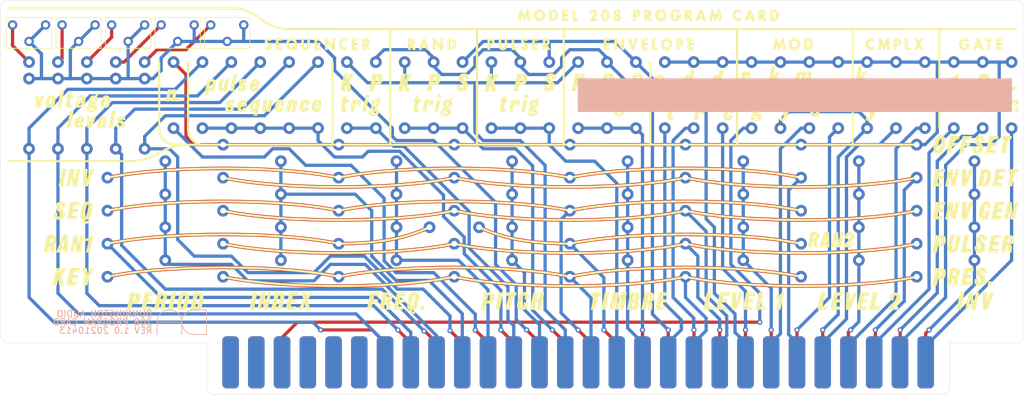
<source format=kicad_pcb>
(kicad_pcb (version 20171130) (host pcbnew 5.1.9-1.fc32)
  (title_block (title "Model 208 Program Card") (date 2021-04-13) (rev 1.0) (company "Dunnington Audio"))
  (layers (0 F.Cu signal) (31 B.Cu signal) (34 B.Paste user hide) (35 F.Paste user hide) (36 B.SilkS user) (37 F.SilkS user) (38 B.Mask user) (39 F.Mask user) (44 Edge.Cuts user))
  (net 0 "")
  (net 1 /SEQ_DRIVE_1)
  (net 2 /SEQ_DRIVE_2)
  (net 3 /SEQ_DRIVE_3)
  (net 4 /SEQ_DRIVE_4)
  (net 5 /SEQ_DRIVE_5)
  (net 6 /ENABLE_+13.5V)
  (net 7 /KEY_P_OUT)
  (net 8 /PULSER_P_OUT)
  (net 9 /SEQ_P_OUT)
  (net 10 /SEQ_CV_SUM)
  (net 11 /SEQ_N)
  (net 12 /SEQ_P_SUM)
  (net 13 /SEQ_P)
  (net 14 /RANDOM_P)
  (net 15 /PULSER_P)
  (net 16 /EG_P)
  (net 17 /EG_ATTACK_CV)
  (net 18 /EG_DUR_CV)
  (net 19 /EG_DECAY_CV)
  (net 20 /MO_RANGE)
  (net 21 /CO_MO_KEY)
  (net 22 /MO_INDEX)
  (net 23 /MO_WAVESHAPE)
  (net 24 /CO_WAVESHAPE_CV)
  (net 25 /CO_WAVESHAPE)
  (net 26 /LPG_1_MODE)
  (net 27 /LPG_2_MODE)
  (net 28 /LPG_2_ROUTING)
  (net 29 /PULSER_PERIOD)
  (net 30 /INV_TO_PROG)
  (net 31 /PRE_TO_PROG)
  (net 32 /MO_FREQ)
  (net 33 /SEQ_CV_OUT)
  (net 34 /CO_PITCH)
  (net 35 /EG_CV_OUT)
  (net 36 /TIMBRE_CV)
  (net 37 /MOD_MODE)
  (net 38 /KEY_PRESSURE_OUT)
  (net 39 /KEY_CV_OUT)
  (net 40 /RANDOM_1_CV_OUT)
  (net 41 "Net-(J114-Pad6b)")
  (net 42 "Net-(J114-Pad5b)")
  (net 43 "Net-(J114-Pad4b)")
  (net 44 /+5V)
  (net 45 "Net-(J114-Pad2b)")
  (net 46 /-15V)
  (net 47 /INV_FROM_PROG)
  (net 48 /LPG_2_CV)
  (net 49 /LPG_1_CV)
  (net 50 /PULSER_OUT)
  (net 51 /RANDOM_2_CV_OUT)
  (net 52 "Net-(J114-Pad6a)")
  (net 53 /PRE_FROM_PROG)
  (net 54 "Net-(J114-Pad4a)")
  (net 55 /0V-Q)
  (net 56 /+15V)
  (net 57 "Net-(J354-Pad1)")
  (net 58 "Net-(J355-Pad1)")
  (net 59 "Net-(J356-Pad1)")
  (net 60 "Net-(J357-Pad1)")
  (net 61 "Net-(J358-Pad1)")
  (module Dunnington:Logo_150mil (layer B.Cu) (at 95.25 138.43 180)
    (fp_text reference M1 hide)
    (fp_text value Logo_150mil hide)
    (fp_text user "REV 1.0 20210413" (at 8.255 0.635) (layer B.SilkS) (effects (justify left mirror)))
    (fp_text user "208 PROGRAM CARD" (at 8.255 1.905) (layer B.SilkS) (effects (justify left mirror)))
    (fp_text user "DUNNINGTON AUDIO" (at 8.255 3.175) (layer B.SilkS) (effects (justify left mirror)))
  )
  (module Dunnington:208_PROGRAM_CARD (layer F.Cu) (at 204.47 109.22)
    (fp_text reference S1 hide)
    (fp_text value ROWS hide)
    (pad 9 smd custom (at -106.68 20.32) (size 0.5 0.5) (layers F.Cu) (net 38 /KEY_PRESSURE_OUT) (options (clearance outline) (anchor circle)) (primitives (gr_poly (pts (xy 71.077054 -0.2361) (xy 71.087639 -0.190789) (xy 71.089647 -0.180416) (xy 71.105323 -0.128686) (xy 71.123364 -0.10758) (xy 71.137408 -0.120346) (xy 71.141491 -0.153958) (xy 71.143274 -0.191482) (xy 71.151666 -0.217751) (xy 71.172111 -0.233137) (xy 71.210055 -0.238015) (xy 71.270944 -0.23276) (xy 71.360222 -0.217744) (xy 71.483335 -0.193342) (xy 71.541411 -0.18142) (xy 72.27339 -0.038692) (xy 73.044801 0.096352) (xy 73.853433 0.223651) (xy 74.697077 0.343146) (xy 75.573525 0.45478) (xy 76.480566 0.558492) (xy 77.415991 0.654224) (xy 78.37759 0.741917) (xy 79.363154 0.821511) (xy 80.370474 0.892949) (xy 81.397339 0.956171) (xy 82.441542 1.011117) (xy 83.500871 1.05773) (xy 84.573118 1.09595) (xy 85.656074 1.125718) (xy 86.747528 1.146975) (xy 87.845271 1.159663) (xy 88.947094 1.163722) (xy 90.050788 1.159093) (xy 91.154142 1.145717) (xy 92.254948 1.123536) (xy 93.350996 1.092491) (xy 94.440076 1.052522) (xy 95.519979 1.00357) (xy 96.588495 0.945577) (xy 97.643416 0.878484) (xy 98.682532 0.802232) (xy 99.703632 0.716761) (xy 100.704508 0.622013) (xy 100.9015 0.602003) (xy 101.490255 0.538749) (xy 102.08285 0.469744) (xy 102.674108 0.395748) (xy 103.258855 0.317519) (xy 103.831914 0.235817) (xy 104.388111 0.151401) (xy 104.922268 0.065032) (xy 105.429212 -0.022532) (xy 105.903765 -0.110532) (xy 106.306783 -0.191116) (xy 106.416352 -0.213335) (xy 106.51034 -0.231312) (xy 106.581411 -0.243728) (xy 106.62223 -0.249266) (xy 106.629061 -0.248994) (xy 106.637367 -0.225347) (xy 106.651144 -0.170801) (xy 106.66833 -0.095306) (xy 106.686859 -0.008811) (xy 106.704669 0.078733) (xy 106.719695 0.157378) (xy 106.729873 0.217174) (xy 106.733139 0.248172) (xy 106.732628 0.250262) (xy 106.710378 0.256579) (xy 106.652304 0.269855) (xy 106.564117 0.288874) (xy 106.451529 0.312421) (xy 106.320253 0.339281) (xy 106.209934 0.361474) (xy 105.476568 0.500363) (xy 104.703606 0.632188) (xy 103.893207 0.756833) (xy 103.047535 0.874185) (xy 102.16875 0.984127) (xy 101.259014 1.086545) (xy 100.32049 1.181323) (xy 99.355339 1.268346) (xy 98.365722 1.347498) (xy 97.353802 1.418665) (xy 96.32174 1.481732) (xy 95.271697 1.536583) (xy 94.205837 1.583103) (xy 93.126319 1.621176) (xy 92.035306 1.650689) (xy 90.93496 1.671524) (xy 89.827443 1.683568) (xy 88.714915 1.686706) (xy 87.599539 1.680821) (xy 86.483477 1.665798) (xy 85.368891 1.641524) (xy 84.257941 1.607881) (xy 83.417834 1.575996) (xy 82.852852 1.551413) (xy 82.284634 1.524303) (xy 81.718832 1.495006) (xy 81.1611 1.46386) (xy 80.61709 1.431207) (xy 80.092453 1.397387) (xy 79.592843 1.362739) (xy 79.123911 1.327603) (xy 78.691311 1.29232) (xy 78.665917 1.290144) (xy 77.810594 1.213574) (xy 76.994609 1.13417) (xy 76.215037 1.051545) (xy 75.468953 0.965313) (xy 74.753433 0.87509) (xy 74.065551 0.780488) (xy 73.402384 0.681123) (xy 72.761006 0.576608) (xy 72.138493 0.466557) (xy 71.531919 0.350585) (xy 71.507961 0.34582) (xy 71.123338 0.269215) (xy 70.561371 0.378868) (xy 69.772981 0.524695) (xy 68.945176 0.662414) (xy 68.08011 0.791923) (xy 67.179936 0.91312) (xy 66.246809 1.025905) (xy 65.282883 1.130177) (xy 64.290311 1.225833) (xy 63.271248 1.312773) (xy 62.227847 1.390896) (xy 61.162262 1.460099) (xy 60.076648 1.520283) (xy 58.973158 1.571345) (xy 57.853946 1.613185) (xy 56.721166 1.645701) (xy 55.576972 1.668792) (xy 54.423518 1.682356) (xy 53.262958 1.686293) (xy 52.097446 1.680501) (xy 50.929136 1.664878) (xy 49.760182 1.639324) (xy 48.592737 1.603737) (xy 47.428956 1.558016) (xy 46.460834 1.511965) (xy 45.26974 1.444752) (xy 44.113291 1.367389) (xy 42.99221 1.279955) (xy 41.907221 1.182531) (xy 40.859046 1.075197) (xy 39.848411 0.958031) (xy 38.876039 0.831114) (xy 37.942653 0.694525) (xy 37.048978 0.548344) (xy 36.195736 0.392651) (xy 36.064719 0.367196) (xy 35.564021 0.269082) (xy 35.006386 0.377757) (xy 34.20944 0.52505) (xy 33.372855 0.664192) (xy 32.498556 0.795054) (xy 31.58847 0.917507) (xy 30.644523 1.031422) (xy 29.668642 1.136671) (xy 28.662753 1.233125) (xy 27.628782 1.320656) (xy 26.568656 1.399133) (xy 25.484301 1.468429) (xy 24.377644 1.528414) (xy 23.25061 1.578961) (xy 22.105127 1.619939) (xy 20.943121 1.651221) (xy 19.766518 1.672678) (xy 18.577244 1.68418) (xy 17.377225 1.685599) (xy 16.168389 1.676806) (xy 15.673917 1.670268) (xy 14.441208 1.646281) (xy 13.224712 1.611502) (xy 12.026732 1.566097) (xy 10.849571 1.510234) (xy 9.695534 1.444079) (xy 8.566925 1.367799) (xy 7.466046 1.281562) (xy 6.395201 1.185534) (xy 5.356695 1.079883) (xy 4.35283 0.964774) (xy 3.38591 0.840376) (xy 2.529417 0.717636) (xy 2.343317 0.688921) (xy 2.141806 0.656672) (xy 1.928899 0.621619) (xy 1.708611 0.584495) (xy 1.484957 0.54603) (xy 1.261953 0.506955) (xy 1.043614 0.468003) (xy 0.833954 0.429904) (xy 0.63699 0.393389) (xy 0.456736 0.359191) (xy 0.297207 0.328039) (xy 0.162419 0.300667) (xy 0.056388 0.277804) (xy -0.016873 0.260182) (xy -0.053347 0.248533) (xy -0.05619 0.246699) (xy -0.054619 0.224827) (xy -0.045474 0.171704) (xy -0.030891 0.097285) (xy -0.013009 0.011522) (xy 0.006035 -0.07563) (xy 0.024103 -0.154218) (xy 0.039058 -0.214288) (xy 0.048762 -0.245886) (xy 0.050073 -0.248128) (xy 0.072074 -0.246332) (xy 0.129624 -0.237161) (xy 0.216789 -0.221685) (xy 0.327636 -0.200975) (xy 0.456231 -0.176104) (xy 0.531523 -0.161208) (xy 1.314143 -0.013272) (xy 2.136617 0.12657) (xy 2.99722 0.258184) (xy 3.894229 0.38144) (xy 4.825921 0.496204) (xy 5.79057 0.602344) (xy 6.786454 0.699728) (xy 7.811848 0.788223) (xy 8.865028 0.867697) (xy 9.94427 0.938018) (xy 11.04785 0.999053) (xy 12.174045 1.05067) (xy 13.32113 1.092736) (xy 14.487382 1.12512) (xy 15.671076 1.147688) (xy 16.870488 1.160309) (xy 17.78 1.163167) (xy 18.956371 1.15833) (xy 20.120417 1.143913) (xy 21.270321 1.120054) (xy 22.404261 1.086892) (xy 23.520419 1.044566) (xy 24.616975 0.993215) (xy 25.69211 0.932977) (xy 26.744004 0.863991) (xy 27.770839 0.786396) (xy 28.770795 0.700331) (xy 29.742051 0.605935) (xy 30.68279 0.503346) (xy 31.591191 0.392703) (xy 32.465436 0.274146) (xy 33.303704 0.147812) (xy 34.104177 0.013841) (xy 34.865034 -0.127628) (xy 34.969508 -0.148267) (xy 35.137626 -0.181564) (xy 35.26882 -0.206597) (xy 35.367675 -0.223414) (xy 35.438777 -0.232061) (xy 35.486713 -0.232582) (xy 35.516069 -0.225023) (xy 35.531429 -0.209432) (xy 35.537379 -0.185853) (xy 35.538507 -0.154332) (xy 35.538509 -0.153958) (xy 35.54674 -0.116778) (xy 35.56 -0.106333) (xy 35.576647 -0.124282) (xy 35.581491 -0.153958) (xy 35.58371 -0.194908) (xy 35.593628 -0.222552) (xy 35.617116 -0.237586) (xy 35.660043 -0.240706) (xy 35.728282 -0.232607) (xy 35.8277 -0.213987) (xy 35.922298 -0.194369) (xy 36.503422 -0.078104) (xy 37.124201 0.034632) (xy 37.782083 0.143538) (xy 38.474512 0.248315) (xy 39.198934 0.348662) (xy 39.952795 0.444278) (xy 40.733542 0.534864) (xy 41.538619 0.620119) (xy 42.365473 0.699741) (xy 43.211549 0.773432) (xy 44.074294 0.840891) (xy 44.951153 0.901817) (xy 45.571834 0.940409) (xy 46.169152 0.97471) (xy 46.743315 1.005429) (xy 47.300307 1.032754) (xy 47.846118 1.056871) (xy 48.386733 1.077968) (xy 48.92814 1.096233) (xy 49.476327 1.111851) (xy 50.037279 1.125011) (xy 50.616985 1.135899) (xy 51.221432 1.144703) (xy 51.856606 1.151611) (xy 52.48275 1.156514) (xy 53.681624 1.159387) (xy 54.868705 1.152349) (xy 56.042203 1.135531) (xy 57.200323 1.109063) (xy 58.341274 1.073072) (xy 59.463264 1.02769) (xy 60.564499 0.973045) (xy 61.643189 0.909268) (xy 62.69754 0.836488) (xy 63.72576 0.754834) (xy 64.726056 0.664436) (xy 65.696637 0.565423) (xy 66.63571 0.457926) (xy 67.541482 0.342073) (xy 68.412162 0.217995) (xy 69.245956 0.085821) (xy 70.041073 -0.05432) (xy 70.528894 -0.148145) (xy 70.673336 -0.17685) (xy 70.803454 -0.202619) (xy 70.913684 -0.224358) (xy 70.998462 -0.240972) (xy 71.052225 -0.251366) (xy 71.069477 -0.2545) (xy 71.077054 -0.2361)) (width 0.01))))
    (pad 8 smd custom (at -124.46 20.32) (size 0.5 0.5) (layers F.Cu) (net 39 /KEY_CV_OUT) (options (clearance outline) (anchor circle)) (primitives (gr_poly (pts (xy 54.558028 -1.683233) (xy 55.723931 -1.668002) (xy 56.890745 -1.642936) (xy 58.056329 -1.607935) (xy 59.218542 -1.562899) (xy 60.272084 -1.513077) (xy 61.319205 -1.454299) (xy 62.345953 -1.386821) (xy 63.350266 -1.310872) (xy 64.330079 -1.226679) (xy 65.283329 -1.13447) (xy 66.207953 -1.034475) (xy 67.101886 -0.926921) (xy 67.963067 -0.812036) (xy 68.78943 -0.690049) (xy 69.578912 -0.561188) (xy 70.329451 -0.425681) (xy 70.627117 -0.367921) (xy 71.118483 -0.270528) (xy 71.727783 -0.389527) (xy 72.505404 -0.53347) (xy 73.322487 -0.66947) (xy 74.176894 -0.797427) (xy 75.066486 -0.917243) (xy 75.989125 -1.028817) (xy 76.942673 -1.13205) (xy 77.92499 -1.226842) (xy 78.93394 -1.313094) (xy 79.967383 -1.390705) (xy 81.023181 -1.459576) (xy 82.099196 -1.519608) (xy 83.193289 -1.5707) (xy 84.303322 -1.612753) (xy 85.427156 -1.645668) (xy 86.562654 -1.669345) (xy 87.707676 -1.683683) (xy 88.860085 -1.688584) (xy 90.017742 -1.683947) (xy 91.178508 -1.669674) (xy 92.340246 -1.645664) (xy 93.500816 -1.611817) (xy 94.658081 -1.568035) (xy 95.809902 -1.514217) (xy 95.832084 -1.513077) (xy 96.788277 -1.459623) (xy 97.734485 -1.398256) (xy 98.667212 -1.329322) (xy 99.582958 -1.253165) (xy 100.478226 -1.170129) (xy 101.349518 -1.080561) (xy 102.193336 -0.984804) (xy 103.006183 -0.883203) (xy 103.78456 -0.776103) (xy 104.524969 -0.663849) (xy 104.648 -0.644085) (xy 104.8264 -0.614631) (xy 105.017726 -0.582063) (xy 105.217607 -0.547205) (xy 105.421673 -0.510882) (xy 105.625553 -0.473919) (xy 105.824877 -0.437141) (xy 106.015274 -0.401373) (xy 106.192373 -0.367441) (xy 106.351804 -0.336168) (xy 106.489196 -0.30838) (xy 106.600179 -0.284902) (xy 106.680381 -0.266559) (xy 106.725433 -0.254176) (xy 106.733425 -0.250464) (xy 106.732453 -0.228064) (xy 106.724028 -0.17441) (xy 106.710211 -0.0995) (xy 106.693063 -0.013332) (xy 106.674643 0.074097) (xy 106.657012 0.15279) (xy 106.642231 0.21275) (xy 106.632361 0.243979) (xy 106.631111 0.245945) (xy 106.609538 0.24365) (xy 106.551745 0.234016) (xy 106.463021 0.21802) (xy 106.348654 0.196637) (xy 106.213934 0.170845) (xy 106.064148 0.141621) (xy 106.03516 0.135906) (xy 105.270926 -0.007067) (xy 104.467265 -0.142206) (xy 103.626368 -0.26942) (xy 102.750428 -0.38862) (xy 101.841636 -0.499715) (xy 100.902183 -0.602616) (xy 99.934262 -0.697231) (xy 98.940065 -0.783473) (xy 97.921782 -0.86125) (xy 96.881606 -0.930472) (xy 95.821728 -0.99105) (xy 94.744341 -1.042893) (xy 93.651635 -1.085912) (xy 92.545803 -1.120017) (xy 91.429037 -1.145117) (xy 90.303527 -1.161123) (xy 89.171466 -1.167945) (xy 88.035046 -1.165493) (xy 86.896458 -1.153676) (xy 85.757894 -1.132405) (xy 84.621545 -1.101589) (xy 83.489604 -1.06114) (xy 82.364262 -1.010966) (xy 81.247712 -0.950978) (xy 80.570917 -0.909467) (xy 79.558407 -0.839387) (xy 78.569244 -0.760905) (xy 77.605445 -0.674262) (xy 76.669022 -0.579701) (xy 75.761991 -0.477463) (xy 74.886366 -0.36779) (xy 74.044161 -0.250925) (xy 73.237391 -0.12711) (xy 72.468071 0.003414) (xy 71.738215 0.140405) (xy 71.597527 0.168483) (xy 71.449098 0.198114) (xy 71.337016 0.219013) (xy 71.256167 0.231006) (xy 71.20144 0.23392) (xy 71.16772 0.227581) (xy 71.149895 0.211813) (xy 71.142853 0.186445) (xy 71.141491 0.152959) (xy 71.133261 0.115778) (xy 71.12 0.105334) (xy 71.103353 0.123282) (xy 71.098509 0.152959) (xy 71.097507 0.183208) (xy 71.092018 0.206128) (xy 71.07763 0.221607) (xy 71.049928 0.229534) (xy 71.0045 0.229797) (xy 70.936932 0.222285) (xy 70.84281 0.206886) (xy 70.717721 0.183488) (xy 70.557252 0.151981) (xy 70.483965 0.137439) (xy 69.721464 -0.006068) (xy 68.919051 -0.141868) (xy 68.078464 -0.269828) (xy 67.20144 -0.389816) (xy 66.289718 -0.501701) (xy 65.345035 -0.605351) (xy 64.369129 -0.700634) (xy 63.363738 -0.787418) (xy 62.3306 -0.865571) (xy 61.271452 -0.934962) (xy 60.188033 -0.995457) (xy 59.08208 -1.046927) (xy 57.955331 -1.089238) (xy 56.809524 -1.122258) (xy 55.646397 -1.145857) (xy 54.467688 -1.159902) (xy 53.329417 -1.164275) (xy 52.097442 -1.159018) (xy 50.881703 -1.143504) (xy 49.68385 -1.117856) (xy 48.505532 -1.082201) (xy 47.348398 -1.036662) (xy 46.214097 -0.981365) (xy 45.104279 -0.916435) (xy 44.020593 -0.841995) (xy 42.964687 -0.758172) (xy 41.938211 -0.66509) (xy 40.942815 -0.562873) (xy 39.980147 -0.451647) (xy 39.051857 -0.331536) (xy 38.159594 -0.202666) (xy 37.305008 -0.06516) (xy 36.489746 0.080855) (xy 36.237334 0.129378) (xy 36.089402 0.158391) (xy 35.953349 0.18523) (xy 35.835275 0.208679) (xy 35.741278 0.227523) (xy 35.677457 0.240546) (xy 35.651286 0.24618) (xy 35.619158 0.247492) (xy 35.601164 0.224322) (xy 35.590722 0.181378) (xy 35.575035 0.128884) (xy 35.557044 0.106701) (xy 35.542905 0.118181) (xy 35.538509 0.152959) (xy 35.537182 0.185936) (xy 35.530465 0.210084) (xy 35.513491 0.225454) (xy 35.481394 0.2321) (xy 35.429308 0.230076) (xy 35.352364 0.219433) (xy 35.245698 0.200226) (xy 35.104442 0.172507) (xy 35.034224 0.158459) (xy 34.272598 0.01384) (xy 33.471516 -0.122901) (xy 32.633131 -0.251676) (xy 31.759598 -0.372394) (xy 30.853069 -0.484965) (xy 29.9157 -0.589299) (xy 28.949645 -0.685306) (xy 27.957057 -0.772896) (xy 26.940091 -0.85198) (xy 25.9009 -0.922466) (xy 24.841639 -0.984266) (xy 23.764463 -1.037289) (xy 22.671524 -1.081445) (xy 21.564977 -1.116644) (xy 20.446976 -1.142796) (xy 19.319676 -1.159812) (xy 18.185229 -1.1676) (xy 17.045792 -1.166072) (xy 15.903516 -1.155138) (xy 14.760557 -1.134706) (xy 13.619069 -1.104688) (xy 12.481205 -1.064992) (xy 11.34912 -1.01553) (xy 10.224968 -0.956212) (xy 9.4615 -0.9099) (xy 8.462648 -0.841095) (xy 7.484762 -0.763835) (xy 6.530163 -0.678395) (xy 5.601171 -0.585048) (xy 4.700108 -0.48407) (xy 3.829292 -0.375735) (xy 2.991046 -0.260317) (xy 2.187689 -0.138091) (xy 1.421543 -0.009331) (xy 0.694927 0.125687) (xy 0.677334 0.129132) (xy 0.529318 0.158231) (xy 0.393098 0.18517) (xy 0.274792 0.208727) (xy 0.180515 0.22768) (xy 0.116387 0.240805) (xy 0.089959 0.246513) (xy 0.053075 0.248831) (xy 0.041571 0.23992) (xy 0.036963 0.213017) (xy 0.025046 0.153924) (xy 0.007707 0.071773) (xy -0.010141 -0.010523) (xy -0.029764 -0.10393) (xy -0.044314 -0.180977) (xy -0.052267 -0.233025) (xy -0.05259 -0.251299) (xy -0.027142 -0.260112) (xy 0.035573 -0.275321) (xy 0.131113 -0.296079) (xy 0.255037 -0.321542) (xy 0.402902 -0.350863) (xy 0.570266 -0.383198) (xy 0.752688 -0.417699) (xy 0.945725 -0.453523) (xy 1.144934 -0.489822) (xy 1.345875 -0.525751) (xy 1.544105 -0.560465) (xy 1.735183 -0.593117) (xy 1.799167 -0.603839) (xy 2.666963 -0.740678) (xy 3.573743 -0.868716) (xy 4.517064 -0.987856) (xy 5.494481 -1.097999) (xy 6.503551 -1.19905) (xy 7.541829 -1.290912) (xy 8.606872 -1.373487) (xy 9.696234 -1.446678) (xy 10.807473 -1.510389) (xy 11.938143 -1.564522) (xy 13.085801 -1.60898) (xy 14.248003 -1.643667) (xy 15.422305 -1.668486) (xy 16.606263 -1.683339) (xy 17.797432 -1.68813) (xy 18.993368 -1.682761) (xy 20.191628 -1.667135) (xy 21.389767 -1.641156) (xy 22.585341 -1.604727) (xy 23.775906 -1.55775) (xy 24.712084 -1.513077) (xy 25.815537 -1.45098) (xy 26.893075 -1.379606) (xy 27.943104 -1.299132) (xy 28.964029 -1.209734) (xy 29.954255 -1.111589) (xy 30.91219 -1.004873) (xy 31.836238 -0.889762) (xy 32.724806 -0.766432) (xy 33.576299 -0.63506) (xy 34.389123 -0.495823) (xy 35.067117 -0.367726) (xy 35.558483 -0.270528) (xy 36.167783 -0.389291) (xy 36.951251 -0.534033) (xy 37.77416 -0.670735) (xy 38.634371 -0.799299) (xy 39.529742 -0.919625) (xy 40.458132 -1.031611) (xy 41.417402 -1.13516) (xy 42.40541 -1.23017) (xy 43.420016 -1.316543) (xy 44.459079 -1.394178) (xy 45.520459 -1.462976) (xy 46.602015 -1.522836) (xy 47.701607 -1.573659) (xy 48.817094 -1.615346) (xy 49.946335 -1.647796) (xy 51.087189 -1.670909) (xy 52.237517 -1.684586) (xy 53.395177 -1.688727) (xy 54.558028 -1.683233)) (width 0.01))))
    (pad 7 smd custom (at -106.68 15.24) (size 0.5 0.5) (layers F.Cu) (net 50 /PULSER_OUT) (options (clearance outline) (anchor circle)) (primitives (gr_poly (pts (xy 71.077054 -0.2361) (xy 71.087639 -0.190789) (xy 71.089647 -0.180416) (xy 71.105323 -0.128686) (xy 71.123364 -0.10758) (xy 71.137408 -0.120346) (xy 71.141491 -0.153958) (xy 71.142501 -0.184074) (xy 71.148014 -0.206892) (xy 71.162448 -0.222304) (xy 71.190218 -0.230204) (xy 71.235741 -0.230484) (xy 71.303431 -0.223038) (xy 71.397706 -0.207759) (xy 71.522981 -0.184539) (xy 71.683673 -0.153272) (xy 71.755915 -0.139066) (xy 72.541424 0.007462) (xy 73.367314 0.14595) (xy 74.232382 0.276283) (xy 75.135425 0.398344) (xy 76.075238 0.512018) (xy 77.05062 0.617187) (xy 78.060365 0.713737) (xy 79.103271 0.801551) (xy 80.178134 0.880512) (xy 81.28375 0.950505) (xy 82.418917 1.011413) (xy 83.582429 1.063121) (xy 84.592584 1.099744) (xy 85.422904 1.12335) (xy 86.287785 1.141345) (xy 87.179829 1.153754) (xy 88.091639 1.160602) (xy 89.01582 1.161913) (xy 89.944974 1.157713) (xy 90.871705 1.148025) (xy 91.788617 1.132876) (xy 92.688312 1.112289) (xy 93.563394 1.086289) (xy 94.07525 1.068037) (xy 95.158866 1.022082) (xy 96.222887 0.96747) (xy 97.265455 0.904388) (xy 98.284714 0.833025) (xy 99.278805 0.753568) (xy 100.245873 0.666206) (xy 101.184059 0.571126) (xy 102.091507 0.468517) (xy 102.966359 0.358567) (xy 103.806759 0.241463) (xy 104.610848 0.117393) (xy 105.376769 -0.013453) (xy 106.08904 -0.148174) (xy 106.233486 -0.176633) (xy 106.363635 -0.201714) (xy 106.473925 -0.22239) (xy 106.558793 -0.237636) (xy 106.612678 -0.246425) (xy 106.630069 -0.247987) (xy 106.638387 -0.224231) (xy 106.652032 -0.169566) (xy 106.668976 -0.093963) (xy 106.687189 -0.007388) (xy 106.704644 0.08019) (xy 106.719312 0.158803) (xy 106.729165 0.218481) (xy 106.732175 0.249257) (xy 106.731647 0.251243) (xy 106.707267 0.259127) (xy 106.646012 0.273489) (xy 106.552685 0.293408) (xy 106.432094 0.317963) (xy 106.289042 0.346234) (xy 106.128336 0.377299) (xy 105.954781 0.410238) (xy 105.773182 0.444131) (xy 105.588346 0.478057) (xy 105.405077 0.511096) (xy 105.228181 0.542326) (xy 105.071334 0.569324) (xy 104.505299 0.66247) (xy 103.941999 0.749285) (xy 103.372654 0.830979) (xy 102.788487 0.908757) (xy 102.180719 0.983829) (xy 101.540573 1.057401) (xy 101.451834 1.067213) (xy 100.293375 1.186255) (xy 99.098603 1.292597) (xy 97.87159 1.386236) (xy 96.616406 1.467169) (xy 95.337125 1.535392) (xy 94.037817 1.590903) (xy 92.722554 1.633697) (xy 91.395408 1.663771) (xy 90.06045 1.681122) (xy 88.721752 1.685747) (xy 87.383386 1.677641) (xy 86.049423 1.656801) (xy 84.723934 1.623225) (xy 83.410993 1.576908) (xy 82.114669 1.517848) (xy 80.839035 1.44604) (xy 79.588162 1.361482) (xy 78.366122 1.26417) (xy 77.176987 1.1541) (xy 76.538667 1.088144) (xy 75.698538 0.993188) (xy 74.880654 0.891137) (xy 74.088734 0.782536) (xy 73.326495 0.667926) (xy 72.597657 0.547851) (xy 71.905937 0.422852) (xy 71.675625 0.378497) (xy 71.12 0.269692) (xy 70.564375 0.378299) (xy 69.784103 0.522912) (xy 68.964346 0.659632) (xy 68.107231 0.788348) (xy 67.214888 0.908947) (xy 66.289442 1.021318) (xy 65.333022 1.125347) (xy 64.347756 1.220924) (xy 63.33577 1.307936) (xy 62.299192 1.386271) (xy 61.240151 1.455817) (xy 60.160773 1.516462) (xy 59.063186 1.568093) (xy 57.949518 1.610599) (xy 56.821896 1.643867) (xy 55.682448 1.667786) (xy 54.533301 1.682242) (xy 53.376584 1.687125) (xy 52.214423 1.682322) (xy 51.048946 1.667721) (xy 49.882281 1.64321) (xy 48.716556 1.608676) (xy 47.836667 1.575826) (xy 46.663804 1.522722) (xy 45.519411 1.460092) (xy 44.404706 1.388063) (xy 43.320903 1.306757) (xy 42.269222 1.2163) (xy 41.250879 1.116815) (xy 40.26709 1.008428) (xy 39.319074 0.891262) (xy 38.408046 0.765442) (xy 37.535224 0.631092) (xy 36.701825 0.488336) (xy 36.115625 0.378222) (xy 35.56 0.269692) (xy 34.993792 0.379182) (xy 34.80293 0.416091) (xy 34.646764 0.446237) (xy 34.518423 0.470866) (xy 34.411033 0.491223) (xy 34.317724 0.508555) (xy 34.231622 0.524106) (xy 34.145855 0.539124) (xy 34.053551 0.554853) (xy 33.947837 0.572539) (xy 33.821842 0.593428) (xy 33.707917 0.612275) (xy 32.870538 0.743543) (xy 31.993944 0.8669) (xy 31.080531 0.982206) (xy 30.132697 1.089322) (xy 29.15284 1.188106) (xy 28.143359 1.278418) (xy 27.10665 1.360119) (xy 26.045112 1.433067) (xy 24.961143 1.497124) (xy 23.85714 1.552147) (xy 22.735501 1.597998) (xy 21.598625 1.634535) (xy 20.448908 1.661619) (xy 19.288749 1.679109) (xy 18.120546 1.686865) (xy 16.946696 1.684747) (xy 15.769597 1.672614) (xy 15.621 1.670366) (xy 14.456956 1.647181) (xy 13.30708 1.614441) (xy 12.173608 1.572315) (xy 11.058778 1.520973) (xy 9.964825 1.460585) (xy 8.893987 1.391321) (xy 7.848499 1.313353) (xy 6.830599 1.226849) (xy 5.842522 1.13198) (xy 4.886505 1.028916) (xy 3.964785 0.917827) (xy 3.079598 0.798884) (xy 2.233181 0.672257) (xy 1.989667 0.633205) (xy 1.793113 0.60064) (xy 1.587528 0.565598) (xy 1.377153 0.528883) (xy 1.166231 0.491297) (xy 0.959004 0.453641) (xy 0.759714 0.416717) (xy 0.572604 0.381328) (xy 0.401915 0.348275) (xy 0.251889 0.318361) (xy 0.126769 0.292388) (xy 0.030797 0.271158) (xy -0.031786 0.255472) (xy -0.056552 0.246337) (xy -0.054893 0.224548) (xy -0.045653 0.171506) (xy -0.030976 0.097161) (xy -0.013011 0.011462) (xy 0.006097 -0.075644) (xy 0.024203 -0.154207) (xy 0.039159 -0.214279) (xy 0.048819 -0.245912) (xy 0.050131 -0.248187) (xy 0.072147 -0.246394) (xy 0.129705 -0.2372) (xy 0.216872 -0.221678) (xy 0.327715 -0.200904) (xy 0.4563 -0.175952) (xy 0.531582 -0.161006) (xy 1.306697 -0.013988) (xy 2.121693 0.125049) (xy 2.974855 0.255972) (xy 3.864464 0.378649) (xy 4.788803 0.492949) (xy 5.746155 0.59874) (xy 6.734802 0.695889) (xy 7.753028 0.784266) (xy 8.799116 0.863738) (xy 9.871347 0.934174) (xy 10.968005 0.995441) (xy 12.087372 1.047408) (xy 13.227732 1.089943) (xy 14.387366 1.122913) (xy 15.564558 1.146188) (xy 16.757591 1.159636) (xy 17.78 1.16324) (xy 18.994228 1.158159) (xy 20.193751 1.143002) (xy 21.376842 1.117902) (xy 22.541777 1.082987) (xy 23.68683 1.038391) (xy 24.810274 0.984243) (xy 25.910386 0.920675) (xy 26.985438 0.847817) (xy 28.033706 0.765802) (xy 29.053465 0.674759) (xy 30.042987 0.574819) (xy 31.000549 0.466114) (xy 31.924425 0.348775) (xy 32.812888 0.222933) (xy 33.664214 0.088718) (xy 34.476677 -0.053738) (xy 34.917909 -0.137824) (xy 35.094396 -0.172354) (xy 35.233743 -0.198818) (xy 35.340342 -0.21733) (xy 35.418589 -0.228005) (xy 35.472878 -0.230957) (xy 35.507604 -0.2263) (xy 35.52716 -0.214149) (xy 35.535942 -0.194617) (xy 35.538343 -0.167819) (xy 35.538509 -0.153958) (xy 35.54674 -0.116778) (xy 35.56 -0.106333) (xy 35.576647 -0.124282) (xy 35.581491 -0.153958) (xy 35.58408 -0.195695) (xy 35.595358 -0.222913) (xy 35.621597 -0.236608) (xy 35.669069 -0.237779) (xy 35.744047 -0.227421) (xy 35.852801 -0.206533) (xy 35.878876 -0.201236) (xy 36.662707 -0.049668) (xy 37.486427 0.093635) (xy 38.348378 0.228543) (xy 39.246905 0.354926) (xy 40.180352 0.472656) (xy 41.147061 0.581602) (xy 42.145378 0.681635) (xy 43.173645 0.772625) (xy 44.230208 0.854444) (xy 45.313408 0.926961) (xy 46.421591 0.990047) (xy 47.5531 1.043572) (xy 48.706279 1.087408) (xy 49.879472 1.121424) (xy 51.071022 1.145491) (xy 52.279273 1.159479) (xy 53.329417 1.163349) (xy 54.517777 1.158526) (xy 55.693005 1.143974) (xy 56.853318 1.119831) (xy 57.996934 1.086233) (xy 59.12207 1.043315) (xy 60.226946 0.991213) (xy 61.309777 0.930064) (xy 62.368782 0.860003) (xy 63.402179 0.781167) (xy 64.408185 0.693691) (xy 65.385019 0.597711) (xy 66.330897 0.493364) (xy 67.244038 0.380785) (xy 68.122659 0.260111) (xy 68.964979 0.131477) (xy 69.769214 -0.004981) (xy 70.533583 -0.149126) (xy 70.535978 -0.149603) (xy 70.679424 -0.178096) (xy 70.808514 -0.203647) (xy 70.917645 -0.225155) (xy 71.001215 -0.241518) (xy 71.053621 -0.251635) (xy 71.069477 -0.2545) (xy 71.077054 -0.2361)) (width 0.01))))
    (pad 6 smd custom (at -17.78 15.24) (size 0.5 0.5) (layers F.Cu) (net 51 /RANDOM_2_CV_OUT) (options (clearance outline) (anchor circle)) (primitives (gr_poly (pts (xy -49.412106 -2.765444) (xy -49.358504 -2.744756) (xy -49.277835 -2.711472) (xy -49.175864 -2.667985) (xy -49.058357 -2.616692) (xy -49.017137 -2.598453) (xy -48.193433 -2.250832) (xy -47.357523 -1.934242) (xy -46.506653 -1.647968) (xy -45.638072 -1.3913) (xy -44.749025 -1.163524) (xy -43.836762 -0.963927) (xy -42.898528 -0.791798) (xy -41.931572 -0.646423) (xy -41.073916 -0.542146) (xy -40.61533 -0.494861) (xy -40.152486 -0.452633) (xy -39.680549 -0.415183) (xy -39.194685 -0.382232) (xy -38.690059 -0.3535) (xy -38.161835 -0.32871) (xy -37.605179 -0.307581) (xy -37.015256 -0.289836) (xy -36.48075 -0.277134) (xy -35.612916 -0.258772) (xy -35.253083 -0.331347) (xy -34.469353 -0.481296) (xy -33.645388 -0.623205) (xy -32.782543 -0.756934) (xy -31.882172 -0.882342) (xy -30.945629 -0.999286) (xy -29.97427 -1.107627) (xy -28.96945 -1.207222) (xy -27.932523 -1.29793) (xy -26.864844 -1.379611) (xy -25.767767 -1.452123) (xy -24.642648 -1.515325) (xy -23.490842 -1.569075) (xy -23.3045 -1.576775) (xy -21.038371 -1.649661) (xy -18.764386 -1.684839) (xy -16.488641 -1.682341) (xy -14.217238 -1.642198) (xy -11.956273 -1.564441) (xy -10.8585 -1.512847) (xy -9.827901 -1.455275) (xy -8.815738 -1.389081) (xy -7.824194 -1.314507) (xy -6.855453 -1.231798) (xy -5.911699 -1.141196) (xy -4.995117 -1.042945) (xy -4.10789 -0.93729) (xy -3.252203 -0.824473) (xy -2.43024 -0.704738) (xy -1.644184 -0.578329) (xy -0.896221 -0.44549) (xy -0.364415 -0.342362) (xy -0.238527 -0.316616) (xy -0.127378 -0.293151) (xy -0.037447 -0.273395) (xy 0.024791 -0.258775) (xy 0.05286 -0.250718) (xy 0.053685 -0.250204) (xy 0.052645 -0.227869) (xy 0.044152 -0.174279) (xy 0.030271 -0.099428) (xy 0.013068 -0.01331) (xy -0.005391 0.074082) (xy -0.023038 0.152752) (xy -0.037809 0.212708) (xy -0.047637 0.243956) (xy -0.048889 0.245945) (xy -0.07047 0.243676) (xy -0.128235 0.234097) (xy -0.216854 0.218187) (xy -0.330996 0.196926) (xy -0.465331 0.171294) (xy -0.61453 0.142269) (xy -0.636173 0.138016) (xy -1.404388 -0.005412) (xy -2.21256 -0.141353) (xy -3.058948 -0.269632) (xy -3.941813 -0.390072) (xy -4.859415 -0.502498) (xy -5.810012 -0.606735) (xy -6.791865 -0.702606) (xy -7.803234 -0.789935) (xy -8.842378 -0.868547) (xy -9.907556 -0.938266) (xy -10.99703 -0.998915) (xy -12.109057 -1.05032) (xy -12.583583 -1.069155) (xy -13.45717 -1.098779) (xy -14.358662 -1.122866) (xy -15.280716 -1.141391) (xy -16.215987 -1.154332) (xy -17.157133 -1.161663) (xy -18.096809 -1.163361) (xy -19.027672 -1.159402) (xy -19.942379 -1.149761) (xy -20.833585 -1.134416) (xy -21.693947 -1.11334) (xy -22.119166 -1.100356) (xy -23.295664 -1.056804) (xy -24.445634 -1.004039) (xy -25.567809 -0.942185) (xy -26.660924 -0.871363) (xy -27.723714 -0.791696) (xy -28.754914 -0.703306) (xy -29.753257 -0.606316) (xy -30.717478 -0.500848) (xy -31.646311 -0.387025) (xy -32.538491 -0.264968) (xy -33.392752 -0.1348) (xy -34.207829 0.003356) (xy -34.923827 0.137769) (xy -35.074807 0.167174) (xy -35.211815 0.193156) (xy -35.32949 0.214754) (xy -35.422475 0.231008) (xy -35.485411 0.240961) (xy -35.512939 0.243651) (xy -35.513656 0.2434) (xy -35.524132 0.218671) (xy -35.53775 0.170305) (xy -35.53912 0.164616) (xy -35.555667 0.09475) (xy -35.557833 0.174125) (xy -35.56 0.2535) (xy -36.052125 0.250114) (xy -36.221083 0.248422) (xy -36.41828 0.245585) (xy -36.629646 0.241858) (xy -36.841108 0.237499) (xy -37.038597 0.232765) (xy -37.11192 0.230784) (xy -38.024431 0.199068) (xy -38.89879 0.156018) (xy -39.737751 0.101209) (xy -40.544066 0.034217) (xy -41.320488 -0.045382) (xy -42.069768 -0.138014) (xy -42.794659 -0.244102) (xy -43.497914 -0.364071) (xy -44.182285 -0.498345) (xy -44.850524 -0.64735) (xy -45.505385 -0.811509) (xy -46.149619 -0.991247) (xy -46.785979 -1.186989) (xy -47.205061 -1.325854) (xy -47.39971 -1.393506) (xy -47.605445 -1.467413) (xy -47.818634 -1.546086) (xy -48.03564 -1.628039) (xy -48.252831 -1.711784) (xy -48.466571 -1.795834) (xy -48.673226 -1.878702) (xy -48.869163 -1.958899) (xy -49.050747 -2.03494) (xy -49.214344 -2.105336) (xy -49.356319 -2.1686) (xy -49.473038 -2.223244) (xy -49.560867 -2.267783) (xy -49.616171 -2.300727) (xy -49.635316 -2.32045) (xy -49.627152 -2.346009) (xy -49.605241 -2.400004) (xy -49.573987 -2.472629) (xy -49.537795 -2.554075) (xy -49.501072 -2.634535) (xy -49.468222 -2.704201) (xy -49.44365 -2.753267) (xy -49.432874 -2.77114) (xy -49.412106 -2.765444)) (width 0.01))))
    (pad 5 smd custom (at -124.46 15.24) (size 0.5 0.5) (layers F.Cu) (net 40 /RANDOM_1_CV_OUT) (options (clearance outline) (anchor circle)) (primitives (gr_poly (pts (xy 49.448195 -2.746114) (xy 49.474586 -2.692609) (xy 49.508474 -2.620178) (xy 49.545433 -2.538687) (xy 49.581036 -2.458001) (xy 49.610856 -2.387986) (xy 49.630468 -2.338506) (xy 49.635834 -2.320381) (xy 49.616731 -2.30251) (xy 49.562008 -2.271069) (xy 49.475537 -2.227723) (xy 49.361194 -2.174141) (xy 49.222853 -2.111989) (xy 49.064387 -2.042936) (xy 48.889673 -1.968647) (xy 48.702582 -1.89079) (xy 48.506992 -1.811032) (xy 48.306774 -1.73104) (xy 48.105805 -1.652482) (xy 47.91075 -1.578075) (xy 47.118574 -1.295591) (xy 46.310547 -1.038692) (xy 45.484313 -0.806912) (xy 44.637515 -0.599784) (xy 43.767797 -0.416842) (xy 42.872803 -0.257618) (xy 41.950175 -0.121647) (xy 40.997557 -0.008462) (xy 40.012592 0.082404) (xy 39.253584 0.136041) (xy 38.950091 0.153712) (xy 38.623713 0.170701) (xy 38.281349 0.186764) (xy 37.9299 0.201659) (xy 37.576264 0.215144) (xy 37.227341 0.226978) (xy 36.890032 0.236917) (xy 36.571236 0.24472) (xy 36.277852 0.250143) (xy 36.016781 0.252946) (xy 35.914542 0.253286) (xy 35.56 0.2535) (xy 35.557834 0.174125) (xy 35.555667 0.09475) (xy 35.539121 0.164616) (xy 35.525505 0.214424) (xy 35.514433 0.242449) (xy 35.513656 0.2434) (xy 35.491411 0.241762) (xy 35.432991 0.232717) (xy 35.343723 0.217223) (xy 35.22893 0.196236) (xy 35.093939 0.17071) (xy 34.944075 0.141604) (xy 34.916867 0.136243) (xy 34.132799 -0.010484) (xy 33.308277 -0.149102) (xy 32.444416 -0.279501) (xy 31.542332 -0.401576) (xy 30.603139 -0.515217) (xy 29.627954 -0.620317) (xy 28.617892 -0.716769) (xy 27.574068 -0.804464) (xy 26.497599 -0.883296) (xy 25.389599 -0.953155) (xy 24.251184 -1.013935) (xy 23.08347 -1.065528) (xy 22.108584 -1.100781) (xy 21.703983 -1.112761) (xy 21.266473 -1.123446) (xy 20.800878 -1.132825) (xy 20.31202 -1.140882) (xy 19.80472 -1.147604) (xy 19.283802 -1.152978) (xy 18.754087 -1.156989) (xy 18.220399 -1.159624) (xy 17.687559 -1.160869) (xy 17.16039 -1.160711) (xy 16.643715 -1.159134) (xy 16.142355 -1.156126) (xy 15.661133 -1.151673) (xy 15.204872 -1.145761) (xy 14.778394 -1.138375) (xy 14.386522 -1.129504) (xy 14.171084 -1.123493) (xy 12.880545 -1.079457) (xy 11.631259 -1.026469) (xy 10.423101 -0.964519) (xy 9.255944 -0.893593) (xy 8.129663 -0.813682) (xy 7.044131 -0.724773) (xy 5.999225 -0.626854) (xy 4.994817 -0.519914) (xy 4.030781 -0.40394) (xy 3.106993 -0.278922) (xy 2.223326 -0.144847) (xy 1.379655 -0.001704) (xy 0.636688 0.138405) (xy 0.463377 0.172809) (xy 0.327179 0.199829) (xy 0.223659 0.220206) (xy 0.148383 0.234678) (xy 0.096918 0.243986) (xy 0.064829 0.248867) (xy 0.047683 0.250062) (xy 0.041044 0.248309) (xy 0.040479 0.244349) (xy 0.041554 0.23892) (xy 0.041571 0.237625) (xy 0.036972 0.211689) (xy 0.025078 0.153446) (xy 0.007769 0.071916) (xy -0.010141 -0.010523) (xy -0.029788 -0.103895) (xy -0.044408 -0.180866) (xy -0.052465 -0.232813) (xy -0.0529 -0.250988) (xy -0.026328 -0.260677) (xy 0.038019 -0.276548) (xy 0.136149 -0.297877) (xy 0.264071 -0.323937) (xy 0.417794 -0.354003) (xy 0.593326 -0.387347) (xy 0.786677 -0.423246) (xy 0.993854 -0.460971) (xy 1.210867 -0.499798) (xy 1.433724 -0.539001) (xy 1.658435 -0.577853) (xy 1.881007 -0.615629) (xy 2.09745 -0.651603) (xy 2.303773 -0.685049) (xy 2.495983 -0.71524) (xy 2.518834 -0.718751) (xy 3.323474 -0.835615) (xy 4.166996 -0.94574) (xy 5.04646 -1.04896) (xy 5.95893 -1.14511) (xy 6.901465 -1.234023) (xy 7.871127 -1.315534) (xy 8.864979 -1.389478) (xy 9.880082 -1.455689) (xy 10.913497 -1.514001) (xy 11.962285 -1.564249) (xy 13.023509 -1.606267) (xy 14.09423 -1.63989) (xy 15.17151 -1.664951) (xy 16.252409 -1.681286) (xy 17.33399 -1.688728) (xy 18.413314 -1.687112) (xy 19.487443 -1.676273) (xy 19.503671 -1.676036) (xy 20.10444 -1.666568) (xy 20.669089 -1.656185) (xy 21.203824 -1.644694) (xy 21.714854 -1.631901) (xy 22.208383 -1.617609) (xy 22.690621 -1.601626) (xy 23.167773 -1.583756) (xy 23.646047 -1.563804) (xy 24.13165 -1.541576) (xy 24.630788 -1.516877) (xy 24.712084 -1.512695) (xy 25.75965 -1.453694) (xy 26.785954 -1.386176) (xy 27.789045 -1.310359) (xy 28.766974 -1.226459) (xy 29.71779 -1.134694) (xy 30.639543 -1.035279) (xy 31.530282 -0.928433) (xy 32.388059 -0.814371) (xy 33.210921 -0.693311) (xy 33.99692 -0.565469) (xy 34.744106 -0.431063) (xy 35.15102 -0.351771) (xy 35.612917 -0.259086) (xy 36.48075 -0.277291) (xy 36.963232 -0.288351) (xy 37.409614 -0.300629) (xy 37.82612 -0.3144) (xy 38.218973 -0.329942) (xy 38.594398 -0.347531) (xy 38.958616 -0.367442) (xy 39.317853 -0.389952) (xy 39.67833 -0.415337) (xy 39.803917 -0.424797) (xy 40.785016 -0.51182) (xy 41.732225 -0.620448) (xy 42.64846 -0.751375) (xy 43.53664 -0.905293) (xy 44.399679 -1.082894) (xy 45.240496 -1.284871) (xy 46.062006 -1.511917) (xy 46.867127 -1.764725) (xy 47.658776 -2.043986) (xy 48.439868 -2.350393) (xy 49.09153 -2.629959) (xy 49.200899 -2.678076) (xy 49.296191 -2.71878) (xy 49.371008 -2.749437) (xy 49.418948 -2.767412) (xy 49.433727 -2.770829) (xy 49.448195 -2.746114)) (width 0.01))))
    (pad 4 smd custom (at -106.68 10.16) (size 0.5 0.5) (layers F.Cu) (net 35 /EG_CV_OUT) (options (clearance outline) (anchor circle)) (primitives (gr_poly (pts (xy 71.078836 -0.225321) (xy 71.089279 -0.182378) (xy 71.104965 -0.129884) (xy 71.122957 -0.107701) (xy 71.137096 -0.119181) (xy 71.141491 -0.153958) (xy 71.142501 -0.184076) (xy 71.148017 -0.206894) (xy 71.162453 -0.222302) (xy 71.190225 -0.230191) (xy 71.235749 -0.230454) (xy 71.30344 -0.22298) (xy 71.397714 -0.207662) (xy 71.522986 -0.184391) (xy 71.683671 -0.153057) (xy 71.755915 -0.13882) (xy 72.526551 0.005285) (xy 73.337524 0.141721) (xy 74.187514 0.270354) (xy 75.075201 0.391055) (xy 75.999266 0.503692) (xy 76.958388 0.608132) (xy 77.951247 0.704245) (xy 78.976525 0.791899) (xy 80.032901 0.870962) (xy 81.119054 0.941303) (xy 82.233666 1.002791) (xy 83.375417 1.055294) (xy 83.97875 1.078976) (xy 84.656307 1.101562) (xy 85.367149 1.120569) (xy 86.104735 1.135985) (xy 86.862525 1.147793) (xy 87.633977 1.15598) (xy 88.41255 1.160531) (xy 89.191705 1.16143) (xy 89.964899 1.158664) (xy 90.725592 1.152218) (xy 91.467242 1.142077) (xy 92.18331 1.128225) (xy 92.867254 1.11065) (xy 93.218 1.099703) (xy 94.496765 1.051491) (xy 95.737823 0.99329) (xy 96.940857 0.92513) (xy 98.105548 0.847041) (xy 99.231579 0.759054) (xy 100.318633 0.6612) (xy 101.36639 0.55351) (xy 102.374533 0.436014) (xy 103.342745 0.308743) (xy 104.270706 0.171727) (xy 105.158101 0.024998) (xy 106.004609 -0.131413) (xy 106.043923 -0.139108) (xy 106.194759 -0.168468) (xy 106.331443 -0.194613) (xy 106.448649 -0.216561) (xy 106.541054 -0.233331) (xy 106.603333 -0.243941) (xy 106.630161 -0.247411) (xy 106.630785 -0.247271) (xy 106.638665 -0.224005) (xy 106.652024 -0.169769) (xy 106.668823 -0.094526) (xy 106.687023 -0.008234) (xy 106.704586 0.079146) (xy 106.719473 0.157652) (xy 106.729646 0.217326) (xy 106.733067 0.248206) (xy 106.732613 0.250276) (xy 106.704427 0.26136) (xy 106.638147 0.278378) (xy 106.537493 0.300673) (xy 106.406188 0.327587) (xy 106.247954 0.358464) (xy 106.066513 0.392644) (xy 105.865586 0.429471) (xy 105.648895 0.468287) (xy 105.420163 0.508434) (xy 105.183111 0.549256) (xy 104.941462 0.590094) (xy 104.698937 0.630291) (xy 104.459257 0.669189) (xy 104.226146 0.706131) (xy 104.003325 0.740459) (xy 103.794515 0.771516) (xy 103.72725 0.781231) (xy 103.146898 0.862041) (xy 102.567234 0.938024) (xy 101.98495 1.009465) (xy 101.396741 1.076648) (xy 100.7993 1.139856) (xy 100.18932 1.199373) (xy 99.563494 1.255484) (xy 98.918516 1.308471) (xy 98.251079 1.358619) (xy 97.557877 1.406211) (xy 96.835603 1.451531) (xy 96.08095 1.494864) (xy 95.290612 1.536492) (xy 94.461282 1.5767) (xy 94.45625 1.576934) (xy 94.210739 1.58748) (xy 93.92709 1.59809) (xy 93.6095 1.608656) (xy 93.262166 1.619072) (xy 92.889281 1.62923) (xy 92.495044 1.639024) (xy 92.083649 1.648345) (xy 91.659292 1.657088) (xy 91.226169 1.665144) (xy 90.788477 1.672407) (xy 90.6145 1.675044) (xy 89.51629 1.685959) (xy 88.397107 1.686825) (xy 87.263766 1.677843) (xy 86.123085 1.659214) (xy 84.981877 1.631138) (xy 83.846959 1.593815) (xy 82.725146 1.547447) (xy 81.623253 1.492235) (xy 80.548097 1.428378) (xy 79.506492 1.356077) (xy 79.332667 1.342916) (xy 78.37823 1.265604) (xy 77.463007 1.182924) (xy 76.584177 1.094521) (xy 75.738917 1.000039) (xy 74.924406 0.899122) (xy 74.137822 0.791414) (xy 73.376344 0.67656) (xy 72.637149 0.554204) (xy 71.917417 0.42399) (xy 71.675625 0.377667) (xy 71.12 0.269692) (xy 70.553792 0.379182) (xy 70.36281 0.416111) (xy 70.20672 0.446239) (xy 70.078844 0.470782) (xy 69.972506 0.490959) (xy 69.88103 0.507985) (xy 69.797741 0.523079) (xy 69.71596 0.537456) (xy 69.629014 0.552334) (xy 69.530224 0.56893) (xy 69.412916 0.58846) (xy 69.331417 0.602002) (xy 68.714467 0.701108) (xy 68.089026 0.794672) (xy 67.452515 0.882935) (xy 66.802352 0.966139) (xy 66.135958 1.044523) (xy 65.450753 1.11833) (xy 64.744157 1.187801) (xy 64.013589 1.253175) (xy 63.256469 1.314695) (xy 62.470217 1.372602) (xy 61.652253 1.427136) (xy 60.799997 1.478539) (xy 59.910869 1.527052) (xy 58.982288 1.572915) (xy 58.89625 1.576942) (xy 58.644588 1.587759) (xy 58.354684 1.598598) (xy 58.030631 1.609354) (xy 57.676519 1.619923) (xy 57.296442 1.630201) (xy 56.894491 1.640082) (xy 56.474757 1.649462) (xy 56.041333 1.658238) (xy 55.59831 1.666303) (xy 55.14978 1.673554) (xy 55.063584 1.674841) (xy 53.940129 1.685915) (xy 52.796022 1.686542) (xy 51.638194 1.676927) (xy 50.473575 1.657271) (xy 49.309095 1.62778) (xy 48.151685 1.588657) (xy 47.008275 1.540106) (xy 45.885795 1.482329) (xy 44.791176 1.415532) (xy 43.772667 1.343084) (xy 42.655876 1.251576) (xy 41.580375 1.150904) (xy 40.546169 1.041067) (xy 39.553265 0.922066) (xy 38.601668 0.793903) (xy 37.691384 0.656577) (xy 36.82242 0.51009) (xy 36.115625 0.378243) (xy 35.56 0.269692) (xy 35.004375 0.377667) (xy 34.206172 0.524816) (xy 33.368429 0.663888) (xy 32.493188 0.794748) (xy 31.582492 0.917261) (xy 30.638382 1.03129) (xy 29.6629 1.1367) (xy 28.658089 1.233355) (xy 27.62599 1.321121) (xy 26.568646 1.39986) (xy 25.488099 1.469438) (xy 24.38639 1.529719) (xy 23.265563 1.580566) (xy 22.127658 1.621846) (xy 20.974718 1.653421) (xy 19.808785 1.675157) (xy 18.631902 1.686917) (xy 17.446109 1.688567) (xy 16.25345 1.67997) (xy 15.546917 1.670028) (xy 14.419793 1.646727) (xy 13.307592 1.614641) (xy 12.212132 1.573928) (xy 11.135231 1.524746) (xy 10.078707 1.467253) (xy 9.044379 1.401606) (xy 8.034066 1.327964) (xy 7.049585 1.246486) (xy 6.092756 1.157328) (xy 5.165396 1.060648) (xy 4.269324 0.956606) (xy 3.406358 0.845358) (xy 2.578317 0.727062) (xy 1.787019 0.601878) (xy 1.034283 0.469962) (xy 0.459188 0.359309) (xy 0.318824 0.33084) (xy 0.192733 0.304696) (xy 0.086699 0.282122) (xy 0.006508 0.264364) (xy -0.042053 0.25267) (xy -0.054162 0.248727) (xy -0.052999 0.226512) (xy -0.044379 0.173039) (xy -0.030379 0.098295) (xy -0.013077 0.012268) (xy 0.005452 -0.075054) (xy 0.023131 -0.153683) (xy 0.037884 -0.213632) (xy 0.047633 -0.244913) (xy 0.048889 -0.246945) (xy 0.07047 -0.244674) (xy 0.128234 -0.23509) (xy 0.216852 -0.219173) (xy 0.330992 -0.197902) (xy 0.465325 -0.172258) (xy 0.614522 -0.14322) (xy 0.636173 -0.138963) (xy 1.410948 0.005592) (xy 2.225256 0.142206) (xy 3.077029 0.270772) (xy 3.964199 0.391181) (xy 4.884697 0.503327) (xy 5.836455 0.607103) (xy 6.817404 0.702401) (xy 7.825476 0.789114) (xy 8.858603 0.867135) (xy 9.914715 0.936356) (xy 10.991744 0.99667) (xy 12.087622 1.047971) (xy 13.200281 1.090151) (xy 14.327651 1.123102) (xy 15.467665 1.146717) (xy 16.618254 1.160889) (xy 17.777349 1.165511) (xy 18.942882 1.160476) (xy 20.112785 1.145676) (xy 21.284988 1.121004) (xy 22.457425 1.086353) (xy 23.505584 1.046777) (xy 24.580472 0.997049) (xy 25.636118 0.938372) (xy 26.670573 0.87095) (xy 27.68189 0.794988) (xy 28.668122 0.710693) (xy 29.627322 0.618269) (xy 30.557541 0.517923) (xy 31.456833 0.409859) (xy 32.323249 0.294282) (xy 33.154843 0.171399) (xy 33.949667 0.041414) (xy 34.705773 -0.095466) (xy 35.135367 -0.179871) (xy 35.273758 -0.207507) (xy 35.376154 -0.226071) (xy 35.447984 -0.235213) (xy 35.494676 -0.234586) (xy 35.521661 -0.22384) (xy 35.534367 -0.202625) (xy 35.538223 -0.170594) (xy 35.538509 -0.153958) (xy 35.54674 -0.116778) (xy 35.56 -0.106333) (xy 35.576647 -0.124282) (xy 35.581491 -0.153958) (xy 35.582501 -0.184075) (xy 35.588015 -0.206892) (xy 35.602449 -0.222303) (xy 35.63022 -0.230201) (xy 35.675743 -0.230478) (xy 35.743433 -0.223026) (xy 35.837708 -0.207739) (xy 35.962982 -0.184508) (xy 36.123672 -0.153226) (xy 36.195915 -0.139014) (xy 36.999868 0.010929) (xy 37.844471 0.152292) (xy 38.728903 0.284992) (xy 39.652344 0.408948) (xy 40.613972 0.524078) (xy 41.612966 0.6303) (xy 42.648506 0.727533) (xy 43.71977 0.815693) (xy 44.825936 0.894701) (xy 45.966186 0.964473) (xy 47.139696 1.024929) (xy 48.345646 1.075986) (xy 48.41875 1.078739) (xy 49.067893 1.100638) (xy 49.750858 1.119201) (xy 50.461294 1.134412) (xy 51.192847 1.146258) (xy 51.939166 1.154724) (xy 52.693898 1.159795) (xy 53.450692 1.161457) (xy 54.203195 1.159696) (xy 54.945055 1.154497) (xy 55.669919 1.145845) (xy 56.371436 1.133727) (xy 57.043253 1.118128) (xy 57.658 1.099741) (xy 58.897496 1.053037) (xy 60.096632 0.997513) (xy 61.256472 0.933075) (xy 62.378081 0.859629) (xy 63.462523 0.777081) (xy 64.510862 0.685336) (xy 65.524162 0.584301) (xy 66.503489 0.473881) (xy 67.449906 0.353982) (xy 68.364477 0.224509) (xy 69.248267 0.08537) (xy 69.394917 0.06085) (xy 69.521504 0.039036) (xy 69.670887 0.012528) (xy 69.83683 -0.0175) (xy 70.013098 -0.049872) (xy 70.193457 -0.083412) (xy 70.371669 -0.116944) (xy 70.541501 -0.149294) (xy 70.696716 -0.179284) (xy 70.83108 -0.20574) (xy 70.938357 -0.227487) (xy 71.012312 -0.243348) (xy 71.028715 -0.24718) (xy 71.060842 -0.248492) (xy 71.078836 -0.225321)) (width 0.01))))
    (pad 3 smd custom (at -124.46 10.16) (size 0.5 0.5) (layers F.Cu) (net 33 /SEQ_CV_OUT) (options (clearance outline) (anchor circle)) (primitives (gr_poly (pts (xy 90.095205 -1.683175) (xy 91.260956 -1.668125) (xy 92.427331 -1.64319) (xy 93.592174 -1.608269) (xy 94.753331 -1.563261) (xy 95.810917 -1.513145) (xy 96.942063 -1.449194) (xy 98.046823 -1.375479) (xy 99.123338 -1.29219) (xy 100.16975 -1.199514) (xy 101.1842 -1.09764) (xy 102.164828 -0.986757) (xy 103.109777 -0.867052) (xy 104.017188 -0.738713) (xy 104.885202 -0.60193) (xy 105.007834 -0.581381) (xy 105.187107 -0.55064) (xy 105.375317 -0.517526) (xy 105.567847 -0.482925) (xy 105.760081 -0.447721) (xy 105.947402 -0.412799) (xy 106.125194 -0.379043) (xy 106.288841 -0.347339) (xy 106.433725 -0.318571) (xy 106.555231 -0.293625) (xy 106.648742 -0.273383) (xy 106.709642 -0.258733) (xy 106.733176 -0.250713) (xy 106.732332 -0.228162) (xy 106.723978 -0.174372) (xy 106.71018 -0.099337) (xy 106.693001 -0.013056) (xy 106.674505 0.074476) (xy 106.656757 0.153261) (xy 106.641821 0.213304) (xy 106.631761 0.244608) (xy 106.630491 0.246565) (xy 106.608717 0.244487) (xy 106.551002 0.235024) (xy 106.462894 0.219197) (xy 106.349942 0.198025) (xy 106.217697 0.172527) (xy 106.085561 0.146482) (xy 105.328638 0.0037) (xy 104.532177 -0.131395) (xy 103.69829 -0.258702) (xy 102.829086 -0.378119) (xy 101.926677 -0.489543) (xy 100.993173 -0.592873) (xy 100.030685 -0.688007) (xy 99.041324 -0.774842) (xy 98.027201 -0.853276) (xy 96.990426 -0.923208) (xy 95.933109 -0.984536) (xy 94.857363 -1.037157) (xy 93.765297 -1.080969) (xy 92.659023 -1.115871) (xy 91.54065 -1.14176) (xy 90.41229 -1.158535) (xy 89.276054 -1.166092) (xy 88.134051 -1.164331) (xy 86.988394 -1.153149) (xy 85.841193 -1.132445) (xy 84.694557 -1.102115) (xy 83.5506 -1.062059) (xy 82.41143 -1.012174) (xy 82.26425 -1.004984) (xy 81.191287 -0.946891) (xy 80.140686 -0.879884) (xy 79.114326 -0.804169) (xy 78.114087 -0.719949) (xy 77.141849 -0.627429) (xy 76.199491 -0.526814) (xy 75.288893 -0.418308) (xy 74.411934 -0.302115) (xy 73.570494 -0.178439) (xy 72.766452 -0.047486) (xy 72.001688 0.09054) (xy 71.755915 0.138066) (xy 71.580412 0.17246) (xy 71.442025 0.198766) (xy 71.336338 0.21709) (xy 71.258935 0.227539) (xy 71.205401 0.23022) (xy 71.171319 0.225241) (xy 71.152274 0.212708) (xy 71.143849 0.192729) (xy 71.141628 0.16541) (xy 71.141491 0.152959) (xy 71.133261 0.115778) (xy 71.12 0.105334) (xy 71.103353 0.123282) (xy 71.098509 0.152959) (xy 71.097524 0.183409) (xy 71.092091 0.2065) (xy 71.077795 0.222129) (xy 71.050222 0.230192) (xy 71.004958 0.230588) (xy 70.93759 0.223212) (xy 70.843702 0.207962) (xy 70.718882 0.184735) (xy 70.558714 0.153428) (xy 70.483766 0.138621) (xy 69.718763 -0.004621) (xy 68.914452 -0.139905) (xy 68.073118 -0.267162) (xy 67.197045 -0.386322) (xy 66.288517 -0.497317) (xy 65.349819 -0.600078) (xy 64.383235 -0.694536) (xy 63.39105 -0.780622) (xy 62.375547 -0.858267) (xy 61.33901 -0.927401) (xy 60.283725 -0.987957) (xy 59.211975 -1.039865) (xy 58.126045 -1.083056) (xy 57.028219 -1.11746) (xy 55.920781 -1.143011) (xy 54.806015 -1.159637) (xy 53.686206 -1.16727) (xy 52.563639 -1.165842) (xy 51.440596 -1.155283) (xy 50.319363 -1.135524) (xy 49.202224 -1.106497) (xy 48.091463 -1.068132) (xy 46.989365 -1.020361) (xy 45.898213 -0.963114) (xy 44.820292 -0.896323) (xy 43.757887 -0.819918) (xy 42.713281 -0.73383) (xy 42.428584 -0.708372) (xy 41.776677 -0.646385) (xy 41.128977 -0.579539) (xy 40.489075 -0.508335) (xy 39.860562 -0.433273) (xy 39.247031 -0.354854) (xy 38.652072 -0.273579) (xy 38.079277 -0.189949) (xy 37.532237 -0.104465) (xy 37.014545 -0.017626) (xy 36.529792 0.070066) (xy 36.081569 0.15811) (xy 35.825575 0.212222) (xy 35.740477 0.230401) (xy 35.671389 0.244495) (xy 35.628496 0.252457) (xy 35.620159 0.2535) (xy 35.606211 0.235026) (xy 35.592405 0.189555) (xy 35.590354 0.179417) (xy 35.574677 0.127687) (xy 35.556636 0.106581) (xy 35.542592 0.119346) (xy 35.538509 0.152959) (xy 35.5375 0.183075) (xy 35.531985 0.205892) (xy 35.517551 0.221304) (xy 35.48978 0.229201) (xy 35.444258 0.229478) (xy 35.376567 0.222026) (xy 35.282292 0.206739) (xy 35.157018 0.183508) (xy 34.996328 0.152227) (xy 34.924085 0.138014) (xy 34.148336 -0.006686) (xy 33.333197 -0.143349) (xy 32.480858 -0.271885) (xy 31.593511 -0.392203) (xy 30.673347 -0.504214) (xy 29.722554 -0.607826) (xy 28.743326 -0.70295) (xy 27.737851 -0.789496) (xy 26.708322 -0.867373) (xy 25.656928 -0.936491) (xy 24.58586 -0.99676) (xy 23.497309 -1.048089) (xy 22.393467 -1.090389) (xy 21.276522 -1.123569) (xy 20.148667 -1.147538) (xy 19.012091 -1.162208) (xy 17.868986 -1.167487) (xy 16.721542 -1.163285) (xy 15.571951 -1.149512) (xy 14.422402 -1.126077) (xy 13.275086 -1.092891) (xy 12.132194 -1.049864) (xy 10.995917 -0.996904) (xy 9.868446 -0.933922) (xy 9.482667 -0.9099) (xy 8.661991 -0.853954) (xy 7.849647 -0.791703) (xy 7.048502 -0.723493) (xy 6.261428 -0.649671) (xy 5.491293 -0.570585) (xy 4.740968 -0.486581) (xy 4.013322 -0.398006) (xy 3.311224 -0.305208) (xy 2.637546 -0.208531) (xy 1.995155 -0.108325) (xy 1.386922 -0.004935) (xy 0.815717 0.101292) (xy 0.372364 0.191246) (xy 0.248942 0.217246) (xy 0.160917 0.235274) (xy 0.102282 0.246173) (xy 0.067028 0.250785) (xy 0.049147 0.249953) (xy 0.04263 0.244519) (xy 0.041571 0.237625) (xy 0.036972 0.211689) (xy 0.025078 0.153446) (xy 0.007769 0.071916) (xy -0.010141 -0.010523) (xy -0.029973 -0.103622) (xy -0.045128 -0.180014) (xy -0.053992 -0.231183) (xy -0.05529 -0.248599) (xy -0.029328 -0.257852) (xy 0.034065 -0.273442) (xy 0.130594 -0.29456) (xy 0.255967 -0.320395) (xy 0.405887 -0.350138) (xy 0.576061 -0.382979) (xy 0.762194 -0.418108) (xy 0.959992 -0.454716) (xy 1.16516 -0.491992) (xy 1.373404 -0.529128) (xy 1.58043 -0.565313) (xy 1.781943 -0.599737) (xy 1.973649 -0.631591) (xy 1.989667 -0.634205) (xy 2.798875 -0.759223) (xy 3.647103 -0.877115) (xy 4.531613 -0.98772) (xy 5.449667 -1.090874) (xy 6.398529 -1.186414) (xy 7.37546 -1.274177) (xy 8.377722 -1.354001) (xy 9.40258 -1.425722) (xy 10.447294 -1.489178) (xy 11.509128 -1.544206) (xy 12.585345 -1.590643) (xy 13.673206 -1.628326) (xy 14.769974 -1.657092) (xy 15.872911 -1.676779) (xy 16.979281 -1.687223) (xy 18.086346 -1.688261) (xy 19.191368 -1.679731) (xy 19.493351 -1.675703) (xy 19.995254 -1.667807) (xy 20.488437 -1.658889) (xy 20.968673 -1.649059) (xy 21.43173 -1.638425) (xy 21.873379 -1.627095) (xy 22.289389 -1.615177) (xy 22.675532 -1.602779) (xy 23.027577 -1.59001) (xy 23.325667 -1.577674) (xy 24.289948 -1.532139) (xy 25.214972 -1.482858) (xy 26.10367 -1.429597) (xy 26.958971 -1.372119) (xy 27.783808 -1.310189) (xy 28.58111 -1.243569) (xy 29.353807 -1.172026) (xy 30.104831 -1.095322) (xy 30.837113 -1.013222) (xy 31.553582 -0.92549) (xy 31.760584 -0.898729) (xy 32.208789 -0.83887) (xy 32.629736 -0.77994) (xy 33.032547 -0.720455) (xy 33.426347 -0.658929) (xy 33.820258 -0.593874) (xy 34.223404 -0.523806) (xy 34.64491 -0.447238) (xy 35.093898 -0.362683) (xy 35.327167 -0.317796) (xy 35.570584 -0.270667) (xy 36.110334 -0.377671) (xy 36.741762 -0.496954) (xy 37.412242 -0.612333) (xy 38.118634 -0.723403) (xy 38.857801 -0.829761) (xy 39.626605 -0.931001) (xy 40.421907 -1.02672) (xy 41.240571 -1.116513) (xy 42.079457 -1.199977) (xy 42.93543 -1.276706) (xy 43.359917 -1.311704) (xy 44.466722 -1.394027) (xy 45.608046 -1.466664) (xy 46.777147 -1.529405) (xy 47.967284 -1.582042) (xy 49.171717 -1.624364) (xy 50.383704 -1.656162) (xy 51.596504 -1.677225) (xy 52.803378 -1.687343) (xy 53.997582 -1.686308) (xy 55.053351 -1.675703) (xy 55.555254 -1.667807) (xy 56.048437 -1.658889) (xy 56.528673 -1.649059) (xy 56.99173 -1.638425) (xy 57.433379 -1.627095) (xy 57.849389 -1.615177) (xy 58.235532 -1.602779) (xy 58.587577 -1.59001) (xy 58.885667 -1.577674) (xy 59.953948 -1.526719) (xy 60.982177 -1.470456) (xy 61.972324 -1.408704) (xy 62.926361 -1.341278) (xy 63.846257 -1.267993) (xy 64.733983 -1.188667) (xy 65.591509 -1.103115) (xy 66.420806 -1.011154) (xy 67.223844 -0.9126) (xy 68.002593 -0.807268) (xy 68.759025 -0.694975) (xy 69.331417 -0.603002) (xy 69.462943 -0.581142) (xy 69.57197 -0.562943) (xy 69.665173 -0.547187) (xy 69.74923 -0.532658) (xy 69.830816 -0.518138) (xy 69.916608 -0.502411) (xy 70.013281 -0.484259) (xy 70.127513 -0.462465) (xy 70.265978 -0.435813) (xy 70.435355 -0.403086) (xy 70.553792 -0.380182) (xy 71.12 -0.270691) (xy 71.675625 -0.379243) (xy 72.461558 -0.5248) (xy 73.286914 -0.662296) (xy 74.149537 -0.791628) (xy 75.047271 -0.912696) (xy 75.977962 -1.025398) (xy 76.939453 -1.129634) (xy 77.929589 -1.225301) (xy 78.946216 -1.312299) (xy 79.987176 -1.390526) (xy 81.050315 -1.459881) (xy 82.133478 -1.520262) (xy 83.234508 -1.571569) (xy 84.35125 -1.613701) (xy 85.48155 -1.646555) (xy 86.62325 -1.670031) (xy 87.774197 -1.684027) (xy 88.932233 -1.688442) (xy 90.095205 -1.683175)) (width 0.01))))
    (pad 2 smd custom (at -106.68 5.08) (size 0.5 0.5) (layers F.Cu) (net 31 /PRE_TO_PROG) (options (clearance outline) (anchor circle)) (primitives (gr_poly (pts (xy 71.078836 -0.225321) (xy 71.089279 -0.182378) (xy 71.104965 -0.129884) (xy 71.122957 -0.107701) (xy 71.137096 -0.119181) (xy 71.141491 -0.153958) (xy 71.142501 -0.184074) (xy 71.148014 -0.206892) (xy 71.162448 -0.222304) (xy 71.190218 -0.230204) (xy 71.235741 -0.230484) (xy 71.303431 -0.223038) (xy 71.397706 -0.207759) (xy 71.522981 -0.184539) (xy 71.683673 -0.153272) (xy 71.755915 -0.139066) (xy 72.555685 0.010084) (xy 73.395319 0.150776) (xy 74.273174 0.282886) (xy 75.187609 0.40629) (xy 76.136982 0.520862) (xy 77.119652 0.626477) (xy 78.133976 0.723012) (xy 79.178314 0.810341) (xy 80.251023 0.888339) (xy 81.350461 0.956882) (xy 82.474987 1.015845) (xy 83.62296 1.065104) (xy 84.792737 1.104533) (xy 85.982676 1.134008) (xy 87.191136 1.153405) (xy 88.416476 1.162597) (xy 88.9 1.16339) (xy 90.134027 1.158209) (xy 91.351601 1.142748) (xy 92.551093 1.117131) (xy 93.730872 1.081483) (xy 94.889308 1.035926) (xy 96.02477 0.980585) (xy 97.13563 0.915583) (xy 98.220257 0.841045) (xy 99.277021 0.757093) (xy 100.304291 0.663853) (xy 101.300438 0.561448) (xy 102.263832 0.450001) (xy 103.192842 0.329637) (xy 104.085839 0.200479) (xy 104.941192 0.062651) (xy 105.757271 -0.083722) (xy 106.043827 -0.139015) (xy 106.194649 -0.168447) (xy 106.331324 -0.19465) (xy 106.448529 -0.216641) (xy 106.540937 -0.233437) (xy 106.603224 -0.244054) (xy 106.630064 -0.24751) (xy 106.630689 -0.247367) (xy 106.638628 -0.224035) (xy 106.652025 -0.169743) (xy 106.668843 -0.094452) (xy 106.687045 -0.008122) (xy 106.704594 0.079284) (xy 106.719452 0.157804) (xy 106.729583 0.217479) (xy 106.73295 0.248345) (xy 106.732485 0.250404) (xy 106.708332 0.25817) (xy 106.64732 0.272577) (xy 106.55424 0.292671) (xy 106.433878 0.317499) (xy 106.291026 0.346108) (xy 106.13047 0.377546) (xy 105.957 0.41086) (xy 105.775404 0.445096) (xy 105.590472 0.479301) (xy 105.494667 0.496743) (xy 104.68483 0.635601) (xy 103.835732 0.766331) (xy 102.949676 0.888835) (xy 102.028965 1.003011) (xy 101.075903 1.108762) (xy 100.092794 1.205987) (xy 99.081942 1.294588) (xy 98.045648 1.374464) (xy 96.986218 1.445516) (xy 95.905955 1.507645) (xy 94.807162 1.560752) (xy 93.692143 1.604736) (xy 92.563201 1.639499) (xy 91.42264 1.664941) (xy 90.272764 1.680962) (xy 89.115876 1.687464) (xy 87.954279 1.684346) (xy 86.790277 1.67151) (xy 85.626174 1.648855) (xy 84.464273 1.616283) (xy 83.306878 1.573694) (xy 82.156292 1.520988) (xy 81.9785 1.511896) (xy 80.856267 1.448322) (xy 79.762889 1.375555) (xy 78.69969 1.293742) (xy 77.667998 1.203028) (xy 76.669137 1.103557) (xy 75.704435 0.995476) (xy 74.775215 0.878929) (xy 73.882805 0.754062) (xy 73.02853 0.62102) (xy 72.213716 0.479948) (xy 71.728371 0.388406) (xy 71.119659 0.269759) (xy 70.564205 0.377701) (xy 69.810514 0.517735) (xy 69.032905 0.649463) (xy 68.229836 0.773041) (xy 67.399766 0.888629) (xy 66.541151 0.996386) (xy 65.652452 1.096468) (xy 64.732125 1.189036) (xy 63.778629 1.274248) (xy 62.790423 1.352262) (xy 61.765965 1.423236) (xy 60.703712 1.487329) (xy 59.602124 1.544699) (xy 58.89625 1.57707) (xy 58.523708 1.592137) (xy 58.112284 1.606603) (xy 57.665427 1.62038) (xy 57.186587 1.633379) (xy 56.679212 1.645512) (xy 56.146752 1.65669) (xy 55.592654 1.666825) (xy 55.074053 1.675044) (xy 53.902187 1.686319) (xy 52.701837 1.686314) (xy 51.48421 1.67524) (xy 50.26051 1.653308) (xy 49.041942 1.62073) (xy 47.839712 1.577717) (xy 46.665024 1.52448) (xy 46.4185 1.51179) (xy 45.25566 1.445112) (xy 44.127752 1.369264) (xy 43.035478 1.284322) (xy 41.979538 1.190363) (xy 40.960632 1.087464) (xy 39.979461 0.975702) (xy 39.036724 0.855153) (xy 38.133122 0.725894) (xy 37.269356 0.588002) (xy 36.446125 0.441554) (xy 36.167783 0.388306) (xy 35.558483 0.269528) (xy 35.067117 0.366922) (xy 34.314705 0.508389) (xy 33.522603 0.642566) (xy 32.692847 0.769317) (xy 31.827469 0.888508) (xy 30.928506 1.000001) (xy 29.997992 1.103662) (xy 29.037961 1.199355) (xy 28.050448 1.286945) (xy 27.037488 1.366297) (xy 26.001115 1.437273) (xy 24.943364 1.49974) (xy 23.86627 1.553561) (xy 22.771867 1.598601) (xy 21.662189 1.634725) (xy 20.539272 1.661796) (xy 19.405151 1.679679) (xy 18.261858 1.68824) (xy 17.111431 1.687341) (xy 15.955902 1.676849) (xy 15.504584 1.670131) (xy 14.39578 1.647266) (xy 13.299258 1.6156) (xy 12.217078 1.575308) (xy 11.151301 1.526564) (xy 10.103989 1.46954) (xy 9.077202 1.404412) (xy 8.073003 1.331352) (xy 7.093452 1.250534) (xy 6.14061 1.162132) (xy 5.216538 1.06632) (xy 4.323298 0.96327) (xy 3.462952 0.853158) (xy 2.637559 0.736156) (xy 1.849182 0.612439) (xy 1.099881 0.48218) (xy 0.846667 0.434967) (xy 0.620933 0.391746) (xy 0.423859 0.353291) (xy 0.257659 0.320059) (xy 0.124545 0.292506) (xy 0.02673 0.271089) (xy -0.033573 0.256265) (xy -0.053852 0.249037) (xy -0.052769 0.226744) (xy -0.044231 0.173195) (xy -0.030308 0.098382) (xy -0.013071 0.012295) (xy 0.005412 -0.075072) (xy 0.023071 -0.153728) (xy 0.037835 -0.213681) (xy 0.047636 -0.244941) (xy 0.048889 -0.246945) (xy 0.070469 -0.244668) (xy 0.12823 -0.235065) (xy 0.216842 -0.21912) (xy 0.330976 -0.197813) (xy 0.465302 -0.172125) (xy 0.614492 -0.143039) (xy 0.636173 -0.138769) (xy 1.404603 0.004835) (xy 2.212527 0.140597) (xy 3.057819 0.268414) (xy 3.938354 0.388185) (xy 4.852005 0.499807) (xy 5.796646 0.603179) (xy 6.770153 0.698198) (xy 7.770399 0.784763) (xy 8.795258 0.862771) (xy 9.842605 0.93212) (xy 10.910313 0.992709) (xy 11.996258 1.044436) (xy 13.098313 1.087197) (xy 14.214352 1.120893) (xy 15.34225 1.145419) (xy 16.479881 1.160675) (xy 17.625119 1.166559) (xy 18.775839 1.162968) (xy 19.929914 1.1498) (xy 21.085219 1.126954) (xy 22.239627 1.094327) (xy 23.391014 1.051817) (xy 24.4475 1.003808) (xy 25.496549 0.946889) (xy 26.525083 0.881315) (xy 27.531078 0.807306) (xy 28.512509 0.725083) (xy 29.467352 0.634866) (xy 30.393581 0.536877) (xy 31.289172 0.431336) (xy 32.152101 0.318463) (xy 32.980343 0.198479) (xy 33.771873 0.071605) (xy 34.524667 -0.061938) (xy 34.915417 -0.136957) (xy 35.092282 -0.171745) (xy 35.232004 -0.198434) (xy 35.338967 -0.217144) (xy 35.417555 -0.227994) (xy 35.472153 -0.231104) (xy 35.507145 -0.226593) (xy 35.526915 -0.214582) (xy 35.535848 -0.195189) (xy 35.538329 -0.168535) (xy 35.538509 -0.153958) (xy 35.54674 -0.116778) (xy 35.56 -0.106333) (xy 35.576647 -0.124282) (xy 35.581491 -0.153958) (xy 35.582501 -0.184076) (xy 35.588017 -0.206894) (xy 35.602453 -0.222302) (xy 35.630225 -0.230191) (xy 35.675749 -0.230454) (xy 35.74344 -0.22298) (xy 35.837714 -0.207662) (xy 35.962986 -0.184391) (xy 36.123671 -0.153057) (xy 36.195915 -0.13882) (xy 36.982904 0.008277) (xy 37.809764 0.147198) (xy 38.674805 0.277813) (xy 39.576337 0.399995) (xy 40.51267 0.513615) (xy 41.482114 0.618545) (xy 42.482979 0.714657) (xy 43.513576 0.801822) (xy 44.572213 0.879911) (xy 45.657201 0.948797) (xy 46.76685 1.008351) (xy 47.89947 1.058445) (xy 49.053371 1.09895) (xy 50.226862 1.129738) (xy 51.418254 1.15068) (xy 52.625857 1.161649) (xy 53.34 1.16339) (xy 54.602314 1.157956) (xy 55.848214 1.14174) (xy 57.075847 1.114865) (xy 58.283365 1.077458) (xy 59.468914 1.029644) (xy 60.630644 0.971548) (xy 61.766704 0.903297) (xy 62.875243 0.825014) (xy 63.954409 0.736827) (xy 65.002352 0.638859) (xy 66.01722 0.531238) (xy 66.997163 0.414087) (xy 67.940328 0.287533) (xy 68.844865 0.151701) (xy 69.254109 0.085027) (xy 69.403266 0.059606) (xy 69.572575 0.029926) (xy 69.75603 -0.002888) (xy 69.947625 -0.037711) (xy 70.141355 -0.073419) (xy 70.331212 -0.108889) (xy 70.511192 -0.142994) (xy 70.675287 -0.174612) (xy 70.817494 -0.202618) (xy 70.931804 -0.225887) (xy 71.012213 -0.243296) (xy 71.028715 -0.24718) (xy 71.060842 -0.248492) (xy 71.078836 -0.225321)) (width 0.01))))
    (pad 1 smd custom (at -124.46 5.08) (size 0.5 0.5) (layers F.Cu) (net 30 /INV_TO_PROG) (options (clearance outline) (anchor circle)) (primitives (gr_poly (pts (xy 54.599966 -1.682564) (xy 55.771922 -1.666814) (xy 56.944478 -1.641041) (xy 58.115477 -1.605141) (xy 59.282764 -1.559012) (xy 60.250917 -1.512695) (xy 61.385042 -1.448518) (xy 62.490706 -1.374769) (xy 63.566536 -1.2916) (xy 64.611158 -1.199161) (xy 65.623199 -1.097603) (xy 66.601285 -0.987079) (xy 67.544043 -0.867737) (xy 68.450099 -0.73973) (xy 69.31808 -0.603208) (xy 70.146612 -0.458323) (xy 70.566044 -0.378823) (xy 71.123338 -0.270215) (xy 71.507961 -0.34682) (xy 72.316368 -0.499471) (xy 73.165307 -0.643536) (xy 74.053835 -0.778908) (xy 74.981011 -0.905484) (xy 75.94589 -1.023159) (xy 76.94753 -1.131827) (xy 77.984989 -1.231385) (xy 79.057324 -1.321728) (xy 80.163593 -1.402751) (xy 81.302851 -1.474349) (xy 82.01025 -1.513177) (xy 83.101978 -1.564673) (xy 84.222471 -1.607424) (xy 85.361229 -1.641232) (xy 86.507757 -1.665898) (xy 87.651556 -1.681224) (xy 88.782129 -1.687014) (xy 89.888979 -1.683068) (xy 90.598439 -1.675078) (xy 91.016656 -1.668589) (xy 91.4345 -1.661271) (xy 91.847695 -1.653234) (xy 92.251968 -1.644586) (xy 92.643043 -1.635435) (xy 93.016645 -1.625889) (xy 93.368499 -1.616057) (xy 93.694332 -1.606047) (xy 93.989867 -1.595967) (xy 94.250831 -1.585926) (xy 94.435084 -1.577842) (xy 94.521483 -1.573778) (xy 94.642334 -1.568089) (xy 94.7898 -1.561143) (xy 94.956047 -1.553309) (xy 95.133238 -1.544958) (xy 95.313539 -1.536458) (xy 95.366417 -1.533964) (xy 96.38187 -1.48145) (xy 97.381574 -1.420513) (xy 98.363209 -1.351406) (xy 99.324455 -1.274378) (xy 100.262994 -1.189679) (xy 101.176506 -1.097562) (xy 102.062671 -0.998276) (xy 102.919171 -0.892072) (xy 103.743686 -0.7792) (xy 104.533897 -0.659912) (xy 105.287484 -0.534457) (xy 106.002127 -0.403087) (xy 106.209934 -0.36229) (xy 106.35181 -0.3337) (xy 106.479474 -0.307396) (xy 106.587196 -0.284605) (xy 106.669243 -0.266557) (xy 106.719885 -0.254478) (xy 106.733867 -0.250022) (xy 106.732843 -0.227645) (xy 106.724306 -0.174024) (xy 106.710337 -0.099145) (xy 106.693015 -0.012997) (xy 106.674417 0.074434) (xy 106.656624 0.15316) (xy 106.641716 0.213192) (xy 106.631769 0.244545) (xy 106.630491 0.246565) (xy 106.608714 0.244493) (xy 106.551014 0.235039) (xy 106.462959 0.219225) (xy 106.350117 0.198074) (xy 106.218055 0.172607) (xy 106.08904 0.147174) (xy 105.318828 0.002015) (xy 104.509377 -0.13492) (xy 103.662987 -0.263578) (xy 102.781956 -0.383907) (xy 101.868584 -0.495853) (xy 100.925169 -0.599363) (xy 99.95401 -0.694384) (xy 98.957406 -0.780864) (xy 97.937656 -0.858749) (xy 96.897059 -0.927986) (xy 95.837913 -0.988522) (xy 94.762518 -1.040305) (xy 93.673173 -1.083281) (xy 92.572176 -1.117398) (xy 91.461826 -1.142602) (xy 90.344423 -1.15884) (xy 89.222265 -1.16606) (xy 88.097651 -1.164209) (xy 86.97288 -1.153232) (xy 85.850251 -1.133079) (xy 84.732062 -1.103695) (xy 83.620614 -1.065027) (xy 82.518203 -1.017023) (xy 81.427131 -0.959629) (xy 80.349695 -0.892793) (xy 79.288194 -0.816462) (xy 78.244927 -0.730582) (xy 77.222193 -0.635101) (xy 76.305834 -0.539224) (xy 75.762311 -0.476796) (xy 75.214948 -0.409119) (xy 74.669099 -0.337005) (xy 74.130116 -0.261268) (xy 73.603352 -0.18272) (xy 73.094162 -0.102174) (xy 72.607898 -0.020443) (xy 72.149913 0.06166) (xy 71.725562 0.143322) (xy 71.482298 0.193249) (xy 71.35669 0.21909) (xy 71.266502 0.234899) (xy 71.205867 0.23998) (xy 71.168913 0.233641) (xy 71.149772 0.215188) (xy 71.142574 0.183926) (xy 71.141491 0.152959) (xy 71.133261 0.115778) (xy 71.12 0.105334) (xy 71.103353 0.123282) (xy 71.098509 0.152959) (xy 71.097408 0.184562) (xy 71.091532 0.208225) (xy 71.076295 0.223901) (xy 71.047111 0.231544) (xy 70.999395 0.231109) (xy 70.92856 0.222548) (xy 70.830021 0.205818) (xy 70.699192 0.180871) (xy 70.531487 0.147661) (xy 70.529508 0.147268) (xy 69.759858 0.002222) (xy 68.950987 -0.134598) (xy 68.105212 -0.263143) (xy 67.22485 -0.383362) (xy 66.312215 -0.495208) (xy 65.369624 -0.598629) (xy 64.399394 -0.693578) (xy 63.40384 -0.780003) (xy 62.385278 -0.857856) (xy 61.346024 -0.927088) (xy 60.288395 -0.987648) (xy 59.214707 -1.039488) (xy 58.127275 -1.082558) (xy 57.028416 -1.116807) (xy 55.920445 -1.142188) (xy 54.80568 -1.15865) (xy 53.686435 -1.166144) (xy 52.565027 -1.164621) (xy 51.443772 -1.15403) (xy 50.324986 -1.134323) (xy 49.210985 -1.10545) (xy 48.104086 -1.067361) (xy 47.006603 -1.020008) (xy 45.920854 -0.96334) (xy 44.849155 -0.897308) (xy 43.793821 -0.821862) (xy 42.757168 -0.736954) (xy 41.741513 -0.642533) (xy 40.749172 -0.53855) (xy 40.381376 -0.496833) (xy 39.927442 -0.442387) (xy 39.466165 -0.383532) (xy 39.002618 -0.321054) (xy 38.541875 -0.255741) (xy 38.089009 -0.18838) (xy 37.649093 -0.119758) (xy 37.227201 -0.050661) (xy 36.828406 0.018123) (xy 36.457782 0.085808) (xy 36.120402 0.151606) (xy 35.887459 0.200275) (xy 35.789859 0.221057) (xy 35.707285 0.23804) (xy 35.648581 0.249447) (xy 35.622766 0.2535) (xy 35.607092 0.235008) (xy 35.592417 0.189499) (xy 35.590354 0.179417) (xy 35.574677 0.127687) (xy 35.556636 0.106581) (xy 35.542592 0.119346) (xy 35.538509 0.152959) (xy 35.537524 0.183411) (xy 35.532089 0.206502) (xy 35.517791 0.222127) (xy 35.490217 0.230183) (xy 35.444952 0.230564) (xy 35.377583 0.223167) (xy 35.283697 0.207887) (xy 35.158879 0.184619) (xy 34.998716 0.15326) (xy 34.923766 0.138427) (xy 34.149175 -0.006953) (xy 33.334763 -0.14435) (xy 32.48231 -0.273636) (xy 31.593593 -0.394683) (xy 30.67039 -0.507364) (xy 29.714481 -0.611549) (xy 28.727642 -0.707111) (xy 27.711652 -0.793921) (xy 26.66829 -0.871853) (xy 25.599333 -0.940776) (xy 24.50656 -1.000564) (xy 23.391749 -1.051088) (xy 22.256678 -1.092221) (xy 21.103126 -1.123833) (xy 19.93287 -1.145798) (xy 18.747689 -1.157986) (xy 17.549361 -1.16027) (xy 16.933334 -1.157577) (xy 16.271221 -1.15239) (xy 15.645504 -1.145555) (xy 15.05027 -1.136889) (xy 14.479606 -1.126205) (xy 13.9276 -1.11332) (xy 13.38834 -1.09805) (xy 12.855912 -1.080208) (xy 12.324404 -1.059611) (xy 11.787903 -1.036075) (xy 11.240498 -1.009413) (xy 10.676274 -0.979443) (xy 10.089321 -0.945978) (xy 10.011834 -0.941409) (xy 9.146582 -0.886556) (xy 8.292184 -0.825159) (xy 7.451259 -0.757525) (xy 6.626427 -0.683963) (xy 5.820311 -0.60478) (xy 5.035528 -0.520285) (xy 4.274702 -0.430784) (xy 3.540451 -0.336587) (xy 2.835396 -0.238001) (xy 2.162158 -0.135334) (xy 1.523358 -0.028894) (xy 0.921615 0.081011) (xy 0.372364 0.191366) (xy 0.248938 0.217317) (xy 0.160912 0.235311) (xy 0.102277 0.246188) (xy 0.067025 0.250789) (xy 0.049145 0.249954) (xy 0.04263 0.244523) (xy 0.041571 0.237625) (xy 0.036972 0.211689) (xy 0.025078 0.153446) (xy 0.007769 0.071916) (xy -0.010141 -0.010523) (xy -0.029865 -0.103782) (xy -0.044705 -0.180514) (xy -0.053096 -0.23214) (xy -0.053886 -0.250002) (xy -0.031944 -0.256117) (xy 0.025432 -0.269196) (xy 0.112159 -0.287936) (xy 0.222153 -0.311029) (xy 0.34933 -0.337172) (xy 0.405285 -0.348521) (xy 1.151188 -0.491325) (xy 1.936622 -0.626557) (xy 2.759453 -0.754125) (xy 3.617545 -0.873937) (xy 4.508762 -0.985904) (xy 5.43097 -1.089933) (xy 6.382033 -1.185934) (xy 7.359815 -1.273816) (xy 8.362182 -1.353487) (xy 9.386998 -1.424857) (xy 10.432127 -1.487834) (xy 11.495435 -1.542327) (xy 12.574786 -1.588246) (xy 13.668044 -1.625499) (xy 14.773075 -1.653994) (xy 15.887743 -1.673642) (xy 17.009913 -1.68435) (xy 18.137449 -1.686028) (xy 19.268217 -1.678585) (xy 20.40008 -1.661929) (xy 21.530903 -1.63597) (xy 22.658552 -1.600616) (xy 23.78089 -1.555777) (xy 24.895783 -1.50136) (xy 25.9715 -1.439128) (xy 27.025616 -1.367973) (xy 28.055051 -1.287746) (xy 29.057863 -1.198676) (xy 30.032108 -1.100991) (xy 30.975846 -0.994918) (xy 31.887133 -0.880686) (xy 32.764027 -0.758523) (xy 33.604585 -0.628655) (xy 34.406865 -0.491313) (xy 35.006159 -0.378881) (xy 35.563567 -0.269992) (xy 36.064492 -0.36815) (xy 36.857071 -0.515399) (xy 37.689049 -0.654459) (xy 38.558269 -0.785229) (xy 39.462577 -0.907606) (xy 40.399816 -1.021489) (xy 41.367832 -1.126775) (xy 42.364468 -1.223363) (xy 43.38757 -1.311151) (xy 44.434982 -1.390036) (xy 45.504548 -1.459917) (xy 46.594112 -1.520691) (xy 47.70152 -1.572257) (xy 48.824615 -1.614513) (xy 49.961243 -1.647356) (xy 51.109248 -1.670684) (xy 52.266473 -1.684397) (xy 53.430765 -1.68839) (xy 54.599966 -1.682564)) (width 0.01))))
  )
  (module Buchla_Connectors:SolderWirePad_1x01_Drill0.9mm (layer F.Cu) (at 85.725 96.52)
    (fp_text reference J358 hide)
    (fp_text value Pad)
    (pad 1 thru_hole circle (at 0 0) (size 1.8 1.8) (drill 0.9) (layers *.Cu *.Mask) (net 61 "Net-(J358-Pad1)"))
  )
  (module Buchla_Connectors:SolderWirePad_1x01_Drill0.9mm (layer F.Cu) (at 81.28 96.52)
    (fp_text reference J357 hide)
    (fp_text value Pad)
    (pad 1 thru_hole circle (at 0 0) (size 1.8 1.8) (drill 0.9) (layers *.Cu *.Mask) (net 60 "Net-(J357-Pad1)"))
  )
  (module Buchla_Connectors:SolderWirePad_1x01_Drill0.9mm (layer F.Cu) (at 76.835 96.52)
    (fp_text reference J356 hide)
    (fp_text value Pad)
    (pad 1 thru_hole circle (at 0 0) (size 1.8 1.8) (drill 0.9) (layers *.Cu *.Mask) (net 59 "Net-(J356-Pad1)"))
  )
  (module Buchla_Connectors:SolderWirePad_1x01_Drill0.9mm (layer F.Cu) (at 72.39 96.52)
    (fp_text reference J355 hide)
    (fp_text value Pad)
    (pad 1 thru_hole circle (at 0 0) (size 1.8 1.8) (drill 0.9) (layers *.Cu *.Mask) (net 58 "Net-(J355-Pad1)"))
  )
  (module Buchla_Connectors:SolderWirePad_1x01_Drill0.9mm (layer F.Cu) (at 67.945 96.52)
    (fp_text reference J354 hide)
    (fp_text value Pad)
    (pad 1 thru_hole circle (at 0 0) (size 1.8 1.8) (drill 0.9) (layers *.Cu *.Mask) (net 57 "Net-(J354-Pad1)"))
  )
  (module Potentiometer_THT:Potentiometer_Bourns_3266W_Vertical (layer F.Cu) (at 100.965 90.805)
    (fp_text reference TR5 hide)
    (fp_text value TRIM)
    (pad 3 thru_hole circle (at -5.08 0) (size 1.44 1.44) (drill 0.8) (layers *.Cu *.Mask) (net 61 "Net-(J358-Pad1)"))
    (pad 2 thru_hole circle (at -2.54 2.54) (size 1.44 1.44) (drill 0.8) (layers *.Cu *.Mask) (net 10 /SEQ_CV_SUM))
    (pad 1 thru_hole circle (at 0 0) (size 1.44 1.44) (drill 0.8) (layers *.Cu *.Mask) (net 10 /SEQ_CV_SUM))
  )
  (module Potentiometer_THT:Potentiometer_Bourns_3266W_Vertical (layer F.Cu) (at 93.345 90.805)
    (fp_text reference TR4 hide)
    (fp_text value TRIM)
    (pad 3 thru_hole circle (at -5.08 0) (size 1.44 1.44) (drill 0.8) (layers *.Cu *.Mask) (net 60 "Net-(J357-Pad1)"))
    (pad 2 thru_hole circle (at -2.54 2.54) (size 1.44 1.44) (drill 0.8) (layers *.Cu *.Mask) (net 10 /SEQ_CV_SUM))
    (pad 1 thru_hole circle (at 0 0) (size 1.44 1.44) (drill 0.8) (layers *.Cu *.Mask) (net 10 /SEQ_CV_SUM))
  )
  (module Potentiometer_THT:Potentiometer_Bourns_3266W_Vertical (layer F.Cu) (at 85.725 90.805)
    (fp_text reference TR3 hide)
    (fp_text value TRIM)
    (pad 3 thru_hole circle (at -5.08 0) (size 1.44 1.44) (drill 0.8) (layers *.Cu *.Mask) (net 59 "Net-(J356-Pad1)"))
    (pad 2 thru_hole circle (at -2.54 2.54) (size 1.44 1.44) (drill 0.8) (layers *.Cu *.Mask) (net 10 /SEQ_CV_SUM))
    (pad 1 thru_hole circle (at 0 0) (size 1.44 1.44) (drill 0.8) (layers *.Cu *.Mask) (net 10 /SEQ_CV_SUM))
  )
  (module Potentiometer_THT:Potentiometer_Bourns_3266W_Vertical (layer F.Cu) (at 78.105 90.805)
    (fp_text reference TR2 hide)
    (fp_text value TRIM)
    (pad 3 thru_hole circle (at -5.08 0) (size 1.44 1.44) (drill 0.8) (layers *.Cu *.Mask) (net 58 "Net-(J355-Pad1)"))
    (pad 2 thru_hole circle (at -2.54 2.54) (size 1.44 1.44) (drill 0.8) (layers *.Cu *.Mask) (net 10 /SEQ_CV_SUM))
    (pad 1 thru_hole circle (at 0 0) (size 1.44 1.44) (drill 0.8) (layers *.Cu *.Mask) (net 10 /SEQ_CV_SUM))
  )
  (module Potentiometer_THT:Potentiometer_Bourns_3266W_Vertical (layer F.Cu) (at 70.485 90.805)
    (fp_text reference TR1 hide)
    (fp_text value TRIM)
    (pad 3 thru_hole circle (at -5.08 0) (size 1.44 1.44) (drill 0.8) (layers *.Cu *.Mask) (net 57 "Net-(J354-Pad1)"))
    (pad 2 thru_hole circle (at -2.54 2.54) (size 1.44 1.44) (drill 0.8) (layers *.Cu *.Mask) (net 10 /SEQ_CV_SUM))
    (pad 1 thru_hole circle (at 0 0) (size 1.44 1.44) (drill 0.8) (layers *.Cu *.Mask) (net 10 /SEQ_CV_SUM))
  )
  (module Buchla_Connectors:SolderWirePad_1x01_Drill0.9mm (layer F.Cu) (at 204.47 129.54)
    (fp_text reference J144 hide)
    (fp_text value Pad)
    (pad 1 thru_hole circle (at 0 0) (size 1.8 1.8) (drill 0.9) (layers *.Cu *.Mask) (net 38 /KEY_PRESSURE_OUT))
  )
  (module Buchla_Connectors:SolderWirePad_1x01_Drill0.9mm (layer F.Cu) (at 168.91 129.54)
    (fp_text reference J143 hide)
    (fp_text value Pad)
    (pad 1 thru_hole circle (at 0 0) (size 1.8 1.8) (drill 0.9) (layers *.Cu *.Mask) (net 38 /KEY_PRESSURE_OUT))
  )
  (module Buchla_Connectors:SolderWirePad_1x01_Drill0.9mm (layer F.Cu) (at 133.35 129.54)
    (fp_text reference J142 hide)
    (fp_text value Pad)
    (pad 1 thru_hole circle (at 0 0) (size 1.8 1.8) (drill 0.9) (layers *.Cu *.Mask) (net 38 /KEY_PRESSURE_OUT))
  )
  (module Buchla_Connectors:SolderWirePad_1x01_Drill0.9mm (layer F.Cu) (at 97.79 129.54)
    (fp_text reference J141 hide)
    (fp_text value Pad)
    (pad 1 thru_hole circle (at 0 0) (size 1.8 1.8) (drill 0.9) (layers *.Cu *.Mask) (net 38 /KEY_PRESSURE_OUT))
  )
  (module Buchla_Connectors:SolderWirePad_1x01_Drill0.9mm (layer F.Cu) (at 213.36 127)
    (fp_text reference J140 hide)
    (fp_text value Pad)
    (pad 1 thru_hole circle (at 0 0) (size 1.8 1.8) (drill 0.9) (layers *.Cu *.Mask) (net 47 /INV_FROM_PROG))
  )
  (module Buchla_Connectors:SolderWirePad_1x01_Drill0.9mm (layer F.Cu) (at 213.36 121.92)
    (fp_text reference J139 hide)
    (fp_text value Pad)
    (pad 1 thru_hole circle (at 0 0) (size 1.8 1.8) (drill 0.9) (layers *.Cu *.Mask) (net 47 /INV_FROM_PROG))
  )
  (module Buchla_Connectors:SolderWirePad_1x01_Drill0.9mm (layer F.Cu) (at 213.36 116.84)
    (fp_text reference J138 hide)
    (fp_text value Pad)
    (pad 1 thru_hole circle (at 0 0) (size 1.8 1.8) (drill 0.9) (layers *.Cu *.Mask) (net 47 /INV_FROM_PROG))
  )
  (module Buchla_Connectors:SolderWirePad_1x01_Drill0.9mm (layer F.Cu) (at 213.36 111.76)
    (fp_text reference J137 hide)
    (fp_text value Pad)
    (pad 1 thru_hole circle (at 0 0) (size 1.8 1.8) (drill 0.9) (layers *.Cu *.Mask) (net 47 /INV_FROM_PROG))
  )
  (module Buchla_Connectors:SolderWirePad_1x01_Drill0.9mm (layer F.Cu) (at 186.69 129.54)
    (fp_text reference J136 hide)
    (fp_text value Pad)
    (pad 1 thru_hole circle (at 0 0) (size 1.8 1.8) (drill 0.9) (layers *.Cu *.Mask) (net 39 /KEY_CV_OUT))
  )
  (module Buchla_Connectors:SolderWirePad_1x01_Drill0.9mm (layer F.Cu) (at 151.13 129.54)
    (fp_text reference J135 hide)
    (fp_text value Pad)
    (pad 1 thru_hole circle (at 0 0) (size 1.8 1.8) (drill 0.9) (layers *.Cu *.Mask) (net 39 /KEY_CV_OUT))
  )
  (module Buchla_Connectors:SolderWirePad_1x01_Drill0.9mm (layer F.Cu) (at 115.57 129.54)
    (fp_text reference J134 hide)
    (fp_text value Pad)
    (pad 1 thru_hole circle (at 0 0) (size 1.8 1.8) (drill 0.9) (layers *.Cu *.Mask) (net 39 /KEY_CV_OUT))
  )
  (module Buchla_Connectors:SolderWirePad_1x01_Drill0.9mm (layer F.Cu) (at 80.01 129.54)
    (fp_text reference J133 hide)
    (fp_text value Pad)
    (pad 1 thru_hole circle (at 0 0) (size 1.8 1.8) (drill 0.9) (layers *.Cu *.Mask) (net 39 /KEY_CV_OUT))
  )
  (module Buchla_Connectors:SolderWirePad_1x01_Drill0.9mm (layer F.Cu) (at 195.58 127)
    (fp_text reference J132 hide)
    (fp_text value Pad)
    (pad 1 thru_hole circle (at 0 0) (size 1.8 1.8) (drill 0.9) (layers *.Cu *.Mask) (net 48 /LPG_2_CV))
  )
  (module Buchla_Connectors:SolderWirePad_1x01_Drill0.9mm (layer F.Cu) (at 195.58 121.92)
    (fp_text reference J131 hide)
    (fp_text value Pad)
    (pad 1 thru_hole circle (at 0 0) (size 1.8 1.8) (drill 0.9) (layers *.Cu *.Mask) (net 48 /LPG_2_CV))
  )
  (module Buchla_Connectors:SolderWirePad_1x01_Drill0.9mm (layer F.Cu) (at 195.58 116.84)
    (fp_text reference J130 hide)
    (fp_text value Pad)
    (pad 1 thru_hole circle (at 0 0) (size 1.8 1.8) (drill 0.9) (layers *.Cu *.Mask) (net 48 /LPG_2_CV))
  )
  (module Buchla_Connectors:SolderWirePad_1x01_Drill0.9mm (layer F.Cu) (at 195.58 111.76)
    (fp_text reference J129 hide)
    (fp_text value Pad)
    (pad 1 thru_hole circle (at 0 0) (size 1.8 1.8) (drill 0.9) (layers *.Cu *.Mask) (net 48 /LPG_2_CV))
  )
  (module Buchla_Connectors:SolderWirePad_1x01_Drill0.9mm (layer F.Cu) (at 204.47 124.46)
    (fp_text reference J128 hide)
    (fp_text value Pad)
    (pad 1 thru_hole circle (at 0 0) (size 1.8 1.8) (drill 0.9) (layers *.Cu *.Mask) (net 50 /PULSER_OUT))
  )
  (module Buchla_Connectors:SolderWirePad_1x01_Drill0.9mm (layer F.Cu) (at 168.91 124.46)
    (fp_text reference J127 hide)
    (fp_text value Pad)
    (pad 1 thru_hole circle (at 0 0) (size 1.8 1.8) (drill 0.9) (layers *.Cu *.Mask) (net 50 /PULSER_OUT))
  )
  (module Buchla_Connectors:SolderWirePad_1x01_Drill0.9mm (layer F.Cu) (at 133.35 124.46)
    (fp_text reference J126 hide)
    (fp_text value Pad)
    (pad 1 thru_hole circle (at 0 0) (size 1.8 1.8) (drill 0.9) (layers *.Cu *.Mask) (net 50 /PULSER_OUT))
  )
  (module Buchla_Connectors:SolderWirePad_1x01_Drill0.9mm (layer F.Cu) (at 97.79 124.46)
    (fp_text reference J125 hide)
    (fp_text value Pad)
    (pad 1 thru_hole circle (at 0 0) (size 1.8 1.8) (drill 0.9) (layers *.Cu *.Mask) (net 50 /PULSER_OUT))
  )
  (module Buchla_Connectors:SolderWirePad_1x01_Drill0.9mm (layer F.Cu) (at 177.8 127)
    (fp_text reference J124 hide)
    (fp_text value Pad)
    (pad 1 thru_hole circle (at 0 0) (size 1.8 1.8) (drill 0.9) (layers *.Cu *.Mask) (net 49 /LPG_1_CV))
  )
  (module Buchla_Connectors:SolderWirePad_1x01_Drill0.9mm (layer F.Cu) (at 177.8 121.92)
    (fp_text reference J123 hide)
    (fp_text value Pad)
    (pad 1 thru_hole circle (at 0 0) (size 1.8 1.8) (drill 0.9) (layers *.Cu *.Mask) (net 49 /LPG_1_CV))
  )
  (module Buchla_Connectors:SolderWirePad_1x01_Drill0.9mm (layer F.Cu) (at 177.8 116.84)
    (fp_text reference J122 hide)
    (fp_text value Pad)
    (pad 1 thru_hole circle (at 0 0) (size 1.8 1.8) (drill 0.9) (layers *.Cu *.Mask) (net 49 /LPG_1_CV))
  )
  (module Buchla_Connectors:SolderWirePad_1x01_Drill0.9mm (layer F.Cu) (at 177.8 111.76)
    (fp_text reference J121 hide)
    (fp_text value Pad)
    (pad 1 thru_hole circle (at 0 0) (size 1.8 1.8) (drill 0.9) (layers *.Cu *.Mask) (net 49 /LPG_1_CV))
  )
  (module Buchla_Connectors:SolderWirePad_1x01_Drill0.9mm (layer F.Cu) (at 186.69 124.46)
    (fp_text reference J120 hide)
    (fp_text value Pad)
    (pad 1 thru_hole circle (at 0 0) (size 1.8 1.8) (drill 0.9) (layers *.Cu *.Mask) (net 51 /RANDOM_2_CV_OUT))
  )
  (module Buchla_Connectors:SolderWirePad_1x01_Drill0.9mm (layer F.Cu) (at 151.13 124.46)
    (fp_text reference J119 hide)
    (fp_text value Pad)
    (pad 1 thru_hole circle (at 0 0) (size 1.8 1.8) (drill 0.9) (layers *.Cu *.Mask) (net 51 /RANDOM_2_CV_OUT))
  )
  (module Buchla_Connectors:SolderWirePad_1x01_Drill0.9mm (layer F.Cu) (at 137.16 121.92)
    (fp_text reference J118 hide)
    (fp_text value Pad)
    (pad 1 thru_hole circle (at 0 0) (size 1.8 1.8) (drill 0.9) (layers *.Cu *.Mask) (net 51 /RANDOM_2_CV_OUT))
  )
  (module Buchla_Connectors:SolderWirePad_1x01_Drill0.9mm (layer F.Cu) (at 129.54 121.92)
    (fp_text reference J117 hide)
    (fp_text value Pad)
    (pad 1 thru_hole circle (at 0 0) (size 1.8 1.8) (drill 0.9) (layers *.Cu *.Mask) (net 40 /RANDOM_1_CV_OUT))
  )
  (module Buchla_Connectors:SolderWirePad_1x01_Drill0.9mm (layer F.Cu) (at 115.57 124.46)
    (fp_text reference J116 hide)
    (fp_text value Pad)
    (pad 1 thru_hole circle (at 0 0) (size 1.8 1.8) (drill 0.9) (layers *.Cu *.Mask) (net 40 /RANDOM_1_CV_OUT))
  )
  (module Buchla_Connectors:SolderWirePad_1x01_Drill0.9mm (layer F.Cu) (at 80.01 124.46)
    (fp_text reference J115 hide)
    (fp_text value Pad)
    (pad 1 thru_hole circle (at 0 0) (size 1.8 1.8) (drill 0.9) (layers *.Cu *.Mask) (net 40 /RANDOM_1_CV_OUT))
  )
  (module Buchla_Connectors:305-056-500-502_Mating_Edge (layer F.Cu) (at 152.4 139.7 270)
    (fp_text reference J114 hide)
    (fp_text value "02x28 Edge - 3.96mm ")
    (pad 28b smd roundrect (at 0 -53.46 270) (size 8 2.54) (drill (offset 3 0)) (layers B.Cu B.Paste B.Mask) (net 28 /LPG_2_ROUTING))
    (pad 27b smd roundrect (at 0 -49.5 270) (size 8 2.54) (drill (offset 3 0)) (layers B.Cu B.Paste B.Mask) (net 6 /ENABLE_+13.5V))
    (pad 26b smd roundrect (at 0 -45.54 270) (size 8 2.54) (drill (offset 3 0)) (layers B.Cu B.Paste B.Mask) (net 26 /LPG_1_MODE))
    (pad 25b smd roundrect (at 0 -41.58 270) (size 8 2.54) (drill (offset 3 0)) (layers B.Cu B.Paste B.Mask) (net 25 /CO_WAVESHAPE))
    (pad 24b smd roundrect (at 0 -37.62 270) (size 8 2.54) (drill (offset 3 0)) (layers B.Cu B.Paste B.Mask) (net 24 /CO_WAVESHAPE_CV))
    (pad 23b smd roundrect (at 0 -33.66 270) (size 8 2.54) (drill (offset 3 0)) (layers B.Cu B.Paste B.Mask) (net 30 /INV_TO_PROG))
    (pad 22b smd roundrect (at 0 -29.7 270) (size 8 2.54) (drill (offset 3 0)) (layers B.Cu B.Paste B.Mask) (net 37 /MOD_MODE))
    (pad 21b smd roundrect (at 0 -25.74 270) (size 8 2.54) (drill (offset 3 0)) (layers B.Cu B.Paste B.Mask) (net 9 /SEQ_P_OUT))
    (pad 20b smd roundrect (at 0 -21.78 270) (size 8 2.54) (drill (offset 3 0)) (layers B.Cu B.Paste B.Mask) (net 35 /EG_CV_OUT))
    (pad 19b smd roundrect (at 0 -17.82 270) (size 8 2.54) (drill (offset 3 0)) (layers B.Cu B.Paste B.Mask) (net 38 /KEY_PRESSURE_OUT))
    (pad 18b smd roundrect (at 0 -13.86 270) (size 8 2.54) (drill (offset 3 0)) (layers B.Cu B.Paste B.Mask) (net 17 /EG_ATTACK_CV))
    (pad 17b smd roundrect (at 0 -9.9 270) (size 8 2.54) (drill (offset 3 0)) (layers B.Cu B.Paste B.Mask) (net 36 /TIMBRE_CV))
    (pad 16b smd roundrect (at 0 -5.94 270) (size 8 2.54) (drill (offset 3 0)) (layers B.Cu B.Paste B.Mask) (net 15 /PULSER_P))
    (pad 15b smd roundrect (at 0 -1.98 270) (size 8 2.54) (drill (offset 3 0)) (layers B.Cu B.Paste B.Mask) (net 39 /KEY_CV_OUT))
    (pad 14b smd roundrect (at 0 1.98 270) (size 8 2.54) (drill (offset 3 0)) (layers B.Cu B.Paste B.Mask) (net 7 /KEY_P_OUT))
    (pad 13b smd roundrect (at 0 5.94 270) (size 8 2.54) (drill (offset 3 0)) (layers B.Cu B.Paste B.Mask) (net 34 /CO_PITCH))
    (pad 12b smd roundrect (at 0 9.9 270) (size 8 2.54) (drill (offset 3 0)) (layers B.Cu B.Paste B.Mask) (net 13 /SEQ_P))
    (pad 11b smd roundrect (at 0 13.86 270) (size 8 2.54) (drill (offset 3 0)) (layers B.Cu B.Paste B.Mask) (net 32 /MO_FREQ))
    (pad 10b smd roundrect (at 0 17.82 270) (size 8 2.54) (drill (offset 3 0)) (layers B.Cu B.Paste B.Mask) (net 22 /MO_INDEX))
    (pad 9b smd roundrect (at 0 21.78 270) (size 8 2.54) (drill (offset 3 0)) (layers B.Cu B.Paste B.Mask) (net 29 /PULSER_PERIOD))
    (pad 8b smd roundrect (at 0 25.74 270) (size 8 2.54) (drill (offset 3 0)) (layers B.Cu B.Paste B.Mask) (net 40 /RANDOM_1_CV_OUT))
    (pad 7b smd roundrect (at 0 29.7 270) (size 8 2.54) (drill (offset 3 0)) (layers B.Cu B.Paste B.Mask) (net 2 /SEQ_DRIVE_2))
    (pad 6b smd roundrect (at 0 33.66 270) (size 8 2.54) (drill (offset 3 0)) (layers B.Cu B.Paste B.Mask) (net 41 "Net-(J114-Pad6b)"))
    (pad 5b smd roundrect (at 0 37.62 270) (size 8 2.54) (drill (offset 3 0)) (layers B.Cu B.Paste B.Mask) (net 42 "Net-(J114-Pad5b)"))
    (pad 4b smd roundrect (at 0 41.58 270) (size 8 2.54) (drill (offset 3 0)) (layers B.Cu B.Paste B.Mask) (net 43 "Net-(J114-Pad4b)"))
    (pad 3b smd roundrect (at 0 45.54 270) (size 8 2.54) (drill (offset 3 0)) (layers B.Cu B.Paste B.Mask) (net 44 /+5V))
    (pad 2b smd roundrect (at 0 49.5 270) (size 8 2.54) (drill (offset 3 0)) (layers B.Cu B.Paste B.Mask) (net 45 "Net-(J114-Pad2b)"))
    (pad 1b smd roundrect (at 0 53.46 270) (size 8 2.54) (drill (offset 3 0)) (layers B.Cu B.Paste B.Mask) (net 46 /-15V))
    (pad 28a smd roundrect (at 0 -53.46 270) (size 8 2.54) (drill (offset 3 0)) (layers F.Cu F.Paste F.Mask) (net 47 /INV_FROM_PROG))
    (pad 27a smd roundrect (at 0 -49.5 270) (size 8 2.54) (drill (offset 3 0)) (layers F.Cu F.Paste F.Mask) (net 27 /LPG_2_MODE))
    (pad 26a smd roundrect (at 0 -45.54 270) (size 8 2.54) (drill (offset 3 0)) (layers F.Cu F.Paste F.Mask) (net 31 /PRE_TO_PROG))
    (pad 25a smd roundrect (at 0 -41.58 270) (size 8 2.54) (drill (offset 3 0)) (layers F.Cu F.Paste F.Mask) (net 48 /LPG_2_CV))
    (pad 24a smd roundrect (at 0 -37.62 270) (size 8 2.54) (drill (offset 3 0)) (layers F.Cu F.Paste F.Mask) (net 21 /CO_MO_KEY))
    (pad 23a smd roundrect (at 0 -33.66 270) (size 8 2.54) (drill (offset 3 0)) (layers F.Cu F.Paste F.Mask) (net 23 /MO_WAVESHAPE))
    (pad 22a smd roundrect (at 0 -29.7 270) (size 8 2.54) (drill (offset 3 0)) (layers F.Cu F.Paste F.Mask) (net 49 /LPG_1_CV))
    (pad 21a smd roundrect (at 0 -25.74 270) (size 8 2.54) (drill (offset 3 0)) (layers F.Cu F.Paste F.Mask) (net 19 /EG_DECAY_CV))
    (pad 20a smd roundrect (at 0 -21.78 270) (size 8 2.54) (drill (offset 3 0)) (layers F.Cu F.Paste F.Mask) (net 50 /PULSER_OUT))
    (pad 19a smd roundrect (at 0 -17.82 270) (size 8 2.54) (drill (offset 3 0)) (layers F.Cu F.Paste F.Mask) (net 18 /EG_DUR_CV))
    (pad 18a smd roundrect (at 0 -13.86 270) (size 8 2.54) (drill (offset 3 0)) (layers F.Cu F.Paste F.Mask) (net 8 /PULSER_P_OUT))
    (pad 17a smd roundrect (at 0 -9.9 270) (size 8 2.54) (drill (offset 3 0)) (layers F.Cu F.Paste F.Mask) (net 16 /EG_P))
    (pad 16a smd roundrect (at 0 -5.94 270) (size 8 2.54) (drill (offset 3 0)) (layers F.Cu F.Paste F.Mask) (net 51 /RANDOM_2_CV_OUT))
    (pad 15a smd roundrect (at 0 -1.98 270) (size 8 2.54) (drill (offset 3 0)) (layers F.Cu F.Paste F.Mask) (net 33 /SEQ_CV_OUT))
    (pad 14a smd roundrect (at 0 1.98 270) (size 8 2.54) (drill (offset 3 0)) (layers F.Cu F.Paste F.Mask) (net 14 /RANDOM_P))
    (pad 13a smd roundrect (at 0 5.94 270) (size 8 2.54) (drill (offset 3 0)) (layers F.Cu F.Paste F.Mask) (net 10 /SEQ_CV_SUM))
    (pad 12a smd roundrect (at 0 9.9 270) (size 8 2.54) (drill (offset 3 0)) (layers F.Cu F.Paste F.Mask) (net 12 /SEQ_P_SUM))
    (pad 11a smd roundrect (at 0 13.86 270) (size 8 2.54) (drill (offset 3 0)) (layers F.Cu F.Paste F.Mask) (net 11 /SEQ_N))
    (pad 10a smd roundrect (at 0 17.82 270) (size 8 2.54) (drill (offset 3 0)) (layers F.Cu F.Paste F.Mask) (net 5 /SEQ_DRIVE_5))
    (pad 9a smd roundrect (at 0 21.78 270) (size 8 2.54) (drill (offset 3 0)) (layers F.Cu F.Paste F.Mask) (net 4 /SEQ_DRIVE_4))
    (pad 8a smd roundrect (at 0 25.74 270) (size 8 2.54) (drill (offset 3 0)) (layers F.Cu F.Paste F.Mask) (net 3 /SEQ_DRIVE_3))
    (pad 7a smd roundrect (at 0 29.7 270) (size 8 2.54) (drill (offset 3 0)) (layers F.Cu F.Paste F.Mask) (net 1 /SEQ_DRIVE_1))
    (pad 6a smd roundrect (at 0 33.66 270) (size 8 2.54) (drill (offset 3 0)) (layers F.Cu F.Paste F.Mask) (net 52 "Net-(J114-Pad6a)"))
    (pad 5a smd roundrect (at 0 37.62 270) (size 8 2.54) (drill (offset 3 0)) (layers F.Cu F.Paste F.Mask) (net 53 /PRE_FROM_PROG))
    (pad 4a smd roundrect (at 0 41.58 270) (size 8 2.54) (drill (offset 3 0)) (layers F.Cu F.Paste F.Mask) (net 54 "Net-(J114-Pad4a)"))
    (pad 3a smd roundrect (at 0 45.54 270) (size 8 2.54) (drill (offset 3 0)) (layers F.Cu F.Paste F.Mask) (net 20 /MO_RANGE))
    (pad 2a smd roundrect (at 0 49.5 270) (size 8 2.54) (drill (offset 3 0)) (layers F.Cu F.Paste F.Mask) (net 55 /0V-Q))
    (pad 1a smd roundrect (at 0 53.46 270) (size 8 2.54) (drill (offset 3 0)) (layers F.Cu F.Paste F.Mask) (net 56 /+15V))
  )
  (module Buchla_Connectors:SolderWirePad_1x01_Drill0.9mm (layer F.Cu) (at 160.02 127)
    (fp_text reference J113 hide)
    (fp_text value Pad)
    (pad 1 thru_hole circle (at 0 0) (size 1.8 1.8) (drill 0.9) (layers *.Cu *.Mask) (net 36 /TIMBRE_CV))
  )
  (module Buchla_Connectors:SolderWirePad_1x01_Drill0.9mm (layer F.Cu) (at 160.02 121.92 90)
    (fp_text reference J112 hide)
    (fp_text value Pad)
    (pad 1 thru_hole circle (at 0 0 90) (size 1.8 1.8) (drill 0.9) (layers *.Cu *.Mask) (net 36 /TIMBRE_CV))
  )
  (module Buchla_Connectors:SolderWirePad_1x01_Drill0.9mm (layer F.Cu) (at 160.02 116.84 90)
    (fp_text reference J111 hide)
    (fp_text value Pad)
    (pad 1 thru_hole circle (at 0 0 90) (size 1.8 1.8) (drill 0.9) (layers *.Cu *.Mask) (net 36 /TIMBRE_CV))
  )
  (module Buchla_Connectors:SolderWirePad_1x01_Drill0.9mm (layer F.Cu) (at 160.02 111.76 90)
    (fp_text reference J110 hide)
    (fp_text value Pad)
    (pad 1 thru_hole circle (at 0 0 90) (size 1.8 1.8) (drill 0.9) (layers *.Cu *.Mask) (net 36 /TIMBRE_CV))
  )
  (module Buchla_Connectors:SolderWirePad_1x01_Drill0.9mm (layer F.Cu) (at 204.47 119.38)
    (fp_text reference J109 hide)
    (fp_text value Pad)
    (pad 1 thru_hole circle (at 0 0) (size 1.8 1.8) (drill 0.9) (layers *.Cu *.Mask) (net 35 /EG_CV_OUT))
  )
  (module Buchla_Connectors:SolderWirePad_1x01_Drill0.9mm (layer F.Cu) (at 168.91 119.38)
    (fp_text reference J108 hide)
    (fp_text value Pad)
    (pad 1 thru_hole circle (at 0 0) (size 1.8 1.8) (drill 0.9) (layers *.Cu *.Mask) (net 35 /EG_CV_OUT))
  )
  (module Buchla_Connectors:SolderWirePad_1x01_Drill0.9mm (layer F.Cu) (at 133.35 119.38)
    (fp_text reference J107 hide)
    (fp_text value Pad)
    (pad 1 thru_hole circle (at 0 0) (size 1.8 1.8) (drill 0.9) (layers *.Cu *.Mask) (net 35 /EG_CV_OUT))
  )
  (module Buchla_Connectors:SolderWirePad_1x01_Drill0.9mm (layer F.Cu) (at 97.79 119.38)
    (fp_text reference J106 hide)
    (fp_text value Pad)
    (pad 1 thru_hole circle (at 0 0) (size 1.8 1.8) (drill 0.9) (layers *.Cu *.Mask) (net 35 /EG_CV_OUT))
  )
  (module Buchla_Connectors:SolderWirePad_1x01_Drill0.9mm (layer F.Cu) (at 142.24 127)
    (fp_text reference J105 hide)
    (fp_text value Pad)
    (pad 1 thru_hole circle (at 0 0) (size 1.8 1.8) (drill 0.9) (layers *.Cu *.Mask) (net 34 /CO_PITCH))
  )
  (module Buchla_Connectors:SolderWirePad_1x01_Drill0.9mm (layer F.Cu) (at 142.24 121.92)
    (fp_text reference J104 hide)
    (fp_text value Pad)
    (pad 1 thru_hole circle (at 0 0) (size 1.8 1.8) (drill 0.9) (layers *.Cu *.Mask) (net 34 /CO_PITCH))
  )
  (module Buchla_Connectors:SolderWirePad_1x01_Drill0.9mm (layer F.Cu) (at 142.24 116.84)
    (fp_text reference J103 hide)
    (fp_text value Pad)
    (pad 1 thru_hole circle (at 0 0) (size 1.8 1.8) (drill 0.9) (layers *.Cu *.Mask) (net 34 /CO_PITCH))
  )
  (module Buchla_Connectors:SolderWirePad_1x01_Drill0.9mm (layer F.Cu) (at 142.24 111.76)
    (fp_text reference J102 hide)
    (fp_text value Pad)
    (pad 1 thru_hole circle (at 0 0) (size 1.8 1.8) (drill 0.9) (layers *.Cu *.Mask) (net 34 /CO_PITCH))
  )
  (module Buchla_Connectors:SolderWirePad_1x01_Drill0.9mm (layer F.Cu) (at 186.69 119.38)
    (fp_text reference J101 hide)
    (fp_text value Pad)
    (pad 1 thru_hole circle (at 0 0) (size 1.8 1.8) (drill 0.9) (layers *.Cu *.Mask) (net 33 /SEQ_CV_OUT))
  )
  (module Buchla_Connectors:SolderWirePad_1x01_Drill0.9mm (layer F.Cu) (at 151.13 119.38)
    (fp_text reference J100 hide)
    (fp_text value Pad)
    (pad 1 thru_hole circle (at 0 0) (size 1.8 1.8) (drill 0.9) (layers *.Cu *.Mask) (net 33 /SEQ_CV_OUT))
  )
  (module Buchla_Connectors:SolderWirePad_1x01_Drill0.9mm (layer F.Cu) (at 115.57 119.38)
    (fp_text reference J99 hide)
    (fp_text value Pad)
    (pad 1 thru_hole circle (at 0 0) (size 1.8 1.8) (drill 0.9) (layers *.Cu *.Mask) (net 33 /SEQ_CV_OUT))
  )
  (module Buchla_Connectors:SolderWirePad_1x01_Drill0.9mm (layer F.Cu) (at 80.01 119.38)
    (fp_text reference J98 hide)
    (fp_text value Pad)
    (pad 1 thru_hole circle (at 0 0) (size 1.8 1.8) (drill 0.9) (layers *.Cu *.Mask) (net 33 /SEQ_CV_OUT))
  )
  (module Buchla_Connectors:SolderWirePad_1x01_Drill0.9mm (layer F.Cu) (at 124.46 127)
    (fp_text reference J97 hide)
    (fp_text value Pad)
    (pad 1 thru_hole circle (at 0 0) (size 1.8 1.8) (drill 0.9) (layers *.Cu *.Mask) (net 32 /MO_FREQ))
  )
  (module Buchla_Connectors:SolderWirePad_1x01_Drill0.9mm (layer F.Cu) (at 124.46 121.92)
    (fp_text reference J96 hide)
    (fp_text value Pad)
    (pad 1 thru_hole circle (at 0 0) (size 1.8 1.8) (drill 0.9) (layers *.Cu *.Mask) (net 32 /MO_FREQ))
  )
  (module Buchla_Connectors:SolderWirePad_1x01_Drill0.9mm (layer F.Cu) (at 124.46 116.84)
    (fp_text reference J95 hide)
    (fp_text value Pad)
    (pad 1 thru_hole circle (at 0 0) (size 1.8 1.8) (drill 0.9) (layers *.Cu *.Mask) (net 32 /MO_FREQ))
  )
  (module Buchla_Connectors:SolderWirePad_1x01_Drill0.9mm (layer F.Cu) (at 124.46 111.76)
    (fp_text reference J94 hide)
    (fp_text value Pad)
    (pad 1 thru_hole circle (at 0 0) (size 1.8 1.8) (drill 0.9) (layers *.Cu *.Mask) (net 32 /MO_FREQ))
  )
  (module Buchla_Connectors:SolderWirePad_1x01_Drill0.9mm (layer F.Cu) (at 204.47 114.3)
    (fp_text reference J93 hide)
    (fp_text value Pad)
    (pad 1 thru_hole circle (at 0 0) (size 1.8 1.8) (drill 0.9) (layers *.Cu *.Mask) (net 31 /PRE_TO_PROG))
  )
  (module Buchla_Connectors:SolderWirePad_1x01_Drill0.9mm (layer F.Cu) (at 168.91 114.3)
    (fp_text reference J92 hide)
    (fp_text value Pad)
    (pad 1 thru_hole circle (at 0 0) (size 1.8 1.8) (drill 0.9) (layers *.Cu *.Mask) (net 31 /PRE_TO_PROG))
  )
  (module Buchla_Connectors:SolderWirePad_1x01_Drill0.9mm (layer F.Cu) (at 133.35 114.3)
    (fp_text reference J91 hide)
    (fp_text value Pad)
    (pad 1 thru_hole circle (at 0 0) (size 1.8 1.8) (drill 0.9) (layers *.Cu *.Mask) (net 31 /PRE_TO_PROG))
  )
  (module Buchla_Connectors:SolderWirePad_1x01_Drill0.9mm (layer F.Cu) (at 97.79 114.3)
    (fp_text reference J90 hide)
    (fp_text value Pad)
    (pad 1 thru_hole circle (at 0 0) (size 1.8 1.8) (drill 0.9) (layers *.Cu *.Mask) (net 31 /PRE_TO_PROG))
  )
  (module Buchla_Connectors:SolderWirePad_1x01_Drill0.9mm (layer F.Cu) (at 106.68 127)
    (fp_text reference J89 hide)
    (fp_text value Pad)
    (pad 1 thru_hole circle (at 0 0) (size 1.8 1.8) (drill 0.9) (layers *.Cu *.Mask) (net 22 /MO_INDEX))
  )
  (module Buchla_Connectors:SolderWirePad_1x01_Drill0.9mm (layer F.Cu) (at 106.68 121.92)
    (fp_text reference J88 hide)
    (fp_text value Pad)
    (pad 1 thru_hole circle (at 0 0) (size 1.8 1.8) (drill 0.9) (layers *.Cu *.Mask) (net 22 /MO_INDEX))
  )
  (module Buchla_Connectors:SolderWirePad_1x01_Drill0.9mm (layer F.Cu) (at 106.68 116.84)
    (fp_text reference J87 hide)
    (fp_text value Pad)
    (pad 1 thru_hole circle (at 0 0) (size 1.8 1.8) (drill 0.9) (layers *.Cu *.Mask) (net 22 /MO_INDEX))
  )
  (module Buchla_Connectors:SolderWirePad_1x01_Drill0.9mm (layer F.Cu) (at 106.68 111.76)
    (fp_text reference J86 hide)
    (fp_text value Pad)
    (pad 1 thru_hole circle (at 0 0) (size 1.8 1.8) (drill 0.9) (layers *.Cu *.Mask) (net 22 /MO_INDEX))
  )
  (module Buchla_Connectors:SolderWirePad_1x01_Drill0.9mm (layer F.Cu) (at 186.69 114.3 90)
    (fp_text reference J85 hide)
    (fp_text value Pad)
    (pad 1 thru_hole circle (at 0 0 90) (size 1.8 1.8) (drill 0.9) (layers *.Cu *.Mask) (net 30 /INV_TO_PROG))
  )
  (module Buchla_Connectors:SolderWirePad_1x01_Drill0.9mm (layer F.Cu) (at 151.13 114.3 90)
    (fp_text reference J84 hide)
    (fp_text value Pad)
    (pad 1 thru_hole circle (at 0 0 90) (size 1.8 1.8) (drill 0.9) (layers *.Cu *.Mask) (net 30 /INV_TO_PROG))
  )
  (module Buchla_Connectors:SolderWirePad_1x01_Drill0.9mm (layer F.Cu) (at 115.57 114.3 90)
    (fp_text reference J83 hide)
    (fp_text value Pad)
    (pad 1 thru_hole circle (at 0 0 90) (size 1.8 1.8) (drill 0.9) (layers *.Cu *.Mask) (net 30 /INV_TO_PROG))
  )
  (module Buchla_Connectors:SolderWirePad_1x01_Drill0.9mm (layer F.Cu) (at 80.01 114.3 90)
    (fp_text reference J82 hide)
    (fp_text value Pad)
    (pad 1 thru_hole circle (at 0 0 90) (size 1.8 1.8) (drill 0.9) (layers *.Cu *.Mask) (net 30 /INV_TO_PROG))
  )
  (module Buchla_Connectors:SolderWirePad_1x01_Drill0.9mm (layer F.Cu) (at 88.9 127)
    (fp_text reference J81 hide)
    (fp_text value Pad)
    (pad 1 thru_hole circle (at 0 0) (size 1.8 1.8) (drill 0.9) (layers *.Cu *.Mask) (net 29 /PULSER_PERIOD))
  )
  (module Buchla_Connectors:SolderWirePad_1x01_Drill0.9mm (layer F.Cu) (at 88.9 121.92)
    (fp_text reference J80 hide)
    (fp_text value Pad)
    (pad 1 thru_hole circle (at 0 0) (size 1.8 1.8) (drill 0.9) (layers *.Cu *.Mask) (net 29 /PULSER_PERIOD))
  )
  (module Buchla_Connectors:SolderWirePad_1x01_Drill0.9mm (layer F.Cu) (at 88.9 116.84)
    (fp_text reference J79 hide)
    (fp_text value Pad)
    (pad 1 thru_hole circle (at 0 0) (size 1.8 1.8) (drill 0.9) (layers *.Cu *.Mask) (net 29 /PULSER_PERIOD))
  )
  (module Buchla_Connectors:SolderWirePad_1x01_Drill0.9mm (layer F.Cu) (at 88.9 111.76)
    (fp_text reference J78 hide)
    (fp_text value Pad)
    (pad 1 thru_hole circle (at 0 0) (size 1.8 1.8) (drill 0.9) (layers *.Cu *.Mask) (net 29 /PULSER_PERIOD))
  )
  (module Buchla_Connectors:SolderWirePad_1x01_Drill0.9mm (layer F.Cu) (at 204.47 109.22)
    (fp_text reference J77 hide)
    (fp_text value Pad)
    (pad 1 thru_hole circle (at 0 0) (size 1.8 1.8) (drill 0.9) (layers *.Cu *.Mask) (net 6 /ENABLE_+13.5V))
  )
  (module Buchla_Connectors:SolderWirePad_1x01_Drill0.9mm (layer F.Cu) (at 186.69 109.22)
    (fp_text reference J76 hide)
    (fp_text value Pad)
    (pad 1 thru_hole circle (at 0 0) (size 1.8 1.8) (drill 0.9) (layers *.Cu *.Mask) (net 6 /ENABLE_+13.5V))
  )
  (module Buchla_Connectors:SolderWirePad_1x01_Drill0.9mm (layer F.Cu) (at 168.91 109.22)
    (fp_text reference J75 hide)
    (fp_text value Pad)
    (pad 1 thru_hole circle (at 0 0) (size 1.8 1.8) (drill 0.9) (layers *.Cu *.Mask) (net 6 /ENABLE_+13.5V))
  )
  (module Buchla_Connectors:SolderWirePad_1x01_Drill0.9mm (layer F.Cu) (at 151.13 109.22)
    (fp_text reference J74 hide)
    (fp_text value Pad)
    (pad 1 thru_hole circle (at 0 0) (size 1.8 1.8) (drill 0.9) (layers *.Cu *.Mask) (net 6 /ENABLE_+13.5V))
  )
  (module Buchla_Connectors:SolderWirePad_1x01_Drill0.9mm (layer F.Cu) (at 133.35 109.22)
    (fp_text reference J73 hide)
    (fp_text value Pad)
    (pad 1 thru_hole circle (at 0 0) (size 1.8 1.8) (drill 0.9) (layers *.Cu *.Mask) (net 6 /ENABLE_+13.5V))
  )
  (module Buchla_Connectors:SolderWirePad_1x01_Drill0.9mm (layer F.Cu) (at 115.57 109.22)
    (fp_text reference J72 hide)
    (fp_text value Pad)
    (pad 1 thru_hole circle (at 0 0) (size 1.8 1.8) (drill 0.9) (layers *.Cu *.Mask) (net 6 /ENABLE_+13.5V))
  )
  (module Buchla_Connectors:SolderWirePad_1x01_Drill0.9mm (layer F.Cu) (at 97.79 109.22)
    (fp_text reference J71 hide)
    (fp_text value Pad)
    (pad 1 thru_hole circle (at 0 0) (size 1.8 1.8) (drill 0.9) (layers *.Cu *.Mask) (net 6 /ENABLE_+13.5V))
  )
  (module Buchla_Connectors:SolderWirePad_1x01_Drill0.9mm (layer F.Cu) (at 219.075 106.68)
    (fp_text reference J70 hide)
    (fp_text value Pad)
    (pad 1 thru_hole circle (at 0 0) (size 1.8 1.8) (drill 0.9) (layers *.Cu *.Mask) (net 28 /LPG_2_ROUTING))
  )
  (module Buchla_Connectors:SolderWirePad_1x01_Drill0.9mm (layer F.Cu) (at 214.63 106.68)
    (fp_text reference J69 hide)
    (fp_text value Pad)
    (pad 1 thru_hole circle (at 0 0) (size 1.8 1.8) (drill 0.9) (layers *.Cu *.Mask) (net 27 /LPG_2_MODE))
  )
  (module Buchla_Connectors:SolderWirePad_1x01_Drill0.9mm (layer F.Cu) (at 210.185 106.68)
    (fp_text reference J68 hide)
    (fp_text value Pad)
    (pad 1 thru_hole circle (at 0 0) (size 1.8 1.8) (drill 0.9) (layers *.Cu *.Mask) (net 26 /LPG_1_MODE))
  )
  (module Buchla_Connectors:SolderWirePad_1x01_Drill0.9mm (layer F.Cu) (at 205.74 106.68)
    (fp_text reference J67 hide)
    (fp_text value Pad)
    (pad 1 thru_hole circle (at 0 0) (size 1.8 1.8) (drill 0.9) (layers *.Cu *.Mask) (net 25 /CO_WAVESHAPE))
  )
  (module Buchla_Connectors:SolderWirePad_1x01_Drill0.9mm (layer F.Cu) (at 201.295 106.68)
    (fp_text reference J66 hide)
    (fp_text value Pad)
    (pad 1 thru_hole circle (at 0 0) (size 1.8 1.8) (drill 0.9) (layers *.Cu *.Mask) (net 24 /CO_WAVESHAPE_CV))
  )
  (module Buchla_Connectors:SolderWirePad_1x01_Drill0.9mm (layer F.Cu) (at 196.85 106.68)
    (fp_text reference J65 hide)
    (fp_text value Pad)
    (pad 1 thru_hole circle (at 0 0) (size 1.8 1.8) (drill 0.9) (layers *.Cu *.Mask) (net 21 /CO_MO_KEY))
  )
  (module Buchla_Connectors:SolderWirePad_1x01_Drill0.9mm (layer F.Cu) (at 192.405 106.68)
    (fp_text reference J64 hide)
    (fp_text value Pad)
    (pad 1 thru_hole circle (at 0 0) (size 1.8 1.8) (drill 0.9) (layers *.Cu *.Mask) (net 23 /MO_WAVESHAPE))
  )
  (module Buchla_Connectors:SolderWirePad_1x01_Drill0.9mm (layer F.Cu) (at 187.96 106.68)
    (fp_text reference J63 hide)
    (fp_text value Pad)
    (pad 1 thru_hole circle (at 0 0) (size 1.8 1.8) (drill 0.9) (layers *.Cu *.Mask) (net 37 /MOD_MODE))
  )
  (module Buchla_Connectors:SolderWirePad_1x01_Drill0.9mm (layer F.Cu) (at 183.515 106.68)
    (fp_text reference J62 hide)
    (fp_text value Pad)
    (pad 1 thru_hole circle (at 0 0) (size 1.8 1.8) (drill 0.9) (layers *.Cu *.Mask) (net 21 /CO_MO_KEY))
  )
  (module Buchla_Connectors:SolderWirePad_1x01_Drill0.9mm (layer F.Cu) (at 179.07 106.68)
    (fp_text reference J61 hide)
    (fp_text value Pad)
    (pad 1 thru_hole circle (at 0 0) (size 1.8 1.8) (drill 0.9) (layers *.Cu *.Mask) (net 20 /MO_RANGE))
  )
  (module Buchla_Connectors:SolderWirePad_1x01_Drill0.9mm (layer F.Cu) (at 174.625 106.68)
    (fp_text reference J60 hide)
    (fp_text value Pad)
    (pad 1 thru_hole circle (at 0 0) (size 1.8 1.8) (drill 0.9) (layers *.Cu *.Mask) (net 19 /EG_DECAY_CV))
  )
  (module Buchla_Connectors:SolderWirePad_1x01_Drill0.9mm (layer F.Cu) (at 170.18 106.68)
    (fp_text reference J59 hide)
    (fp_text value Pad)
    (pad 1 thru_hole circle (at 0 0) (size 1.8 1.8) (drill 0.9) (layers *.Cu *.Mask) (net 18 /EG_DUR_CV))
  )
  (module Buchla_Connectors:SolderWirePad_1x01_Drill0.9mm (layer F.Cu) (at 165.735 106.68)
    (fp_text reference J58 hide)
    (fp_text value Pad)
    (pad 1 thru_hole circle (at 0 0) (size 1.8 1.8) (drill 0.9) (layers *.Cu *.Mask) (net 17 /EG_ATTACK_CV))
  )
  (module Buchla_Connectors:SolderWirePad_1x01_Drill0.9mm (layer F.Cu) (at 161.29 106.68)
    (fp_text reference J57 hide)
    (fp_text value Pad)
    (pad 1 thru_hole circle (at 0 0) (size 1.8 1.8) (drill 0.9) (layers *.Cu *.Mask) (net 16 /EG_P))
  )
  (module Buchla_Connectors:SolderWirePad_1x01_Drill0.9mm (layer F.Cu) (at 156.845 106.68)
    (fp_text reference J56 hide)
    (fp_text value Pad)
    (pad 1 thru_hole circle (at 0 0) (size 1.8 1.8) (drill 0.9) (layers *.Cu *.Mask) (net 16 /EG_P))
  )
  (module Buchla_Connectors:SolderWirePad_1x01_Drill0.9mm (layer F.Cu) (at 152.4 106.68)
    (fp_text reference J55 hide)
    (fp_text value Pad)
    (pad 1 thru_hole circle (at 0 0) (size 1.8 1.8) (drill 0.9) (layers *.Cu *.Mask) (net 16 /EG_P))
  )
  (module Buchla_Connectors:SolderWirePad_1x01_Drill0.9mm (layer F.Cu) (at 147.955 106.68)
    (fp_text reference J54 hide)
    (fp_text value Pad)
    (pad 1 thru_hole circle (at 0 0) (size 1.8 1.8) (drill 0.9) (layers *.Cu *.Mask) (net 15 /PULSER_P))
  )
  (module Buchla_Connectors:SolderWirePad_1x01_Drill0.9mm (layer F.Cu) (at 143.51 106.68)
    (fp_text reference J53 hide)
    (fp_text value Pad)
    (pad 1 thru_hole circle (at 0 0) (size 1.8 1.8) (drill 0.9) (layers *.Cu *.Mask) (net 15 /PULSER_P))
  )
  (module Buchla_Connectors:SolderWirePad_1x01_Drill0.9mm (layer F.Cu) (at 139.065 106.68)
    (fp_text reference J52 hide)
    (fp_text value Pad)
    (pad 1 thru_hole circle (at 0 0) (size 1.8 1.8) (drill 0.9) (layers *.Cu *.Mask) (net 15 /PULSER_P))
  )
  (module Buchla_Connectors:SolderWirePad_1x01_Drill0.9mm (layer F.Cu) (at 134.62 106.68)
    (fp_text reference J51 hide)
    (fp_text value Pad)
    (pad 1 thru_hole circle (at 0 0) (size 1.8 1.8) (drill 0.9) (layers *.Cu *.Mask) (net 14 /RANDOM_P))
  )
  (module Buchla_Connectors:SolderWirePad_1x01_Drill0.9mm (layer F.Cu) (at 130.175 106.68)
    (fp_text reference J50 hide)
    (fp_text value Pad)
    (pad 1 thru_hole circle (at 0 0) (size 1.8 1.8) (drill 0.9) (layers *.Cu *.Mask) (net 14 /RANDOM_P))
  )
  (module Buchla_Connectors:SolderWirePad_1x01_Drill0.9mm (layer F.Cu) (at 125.73 106.68)
    (fp_text reference J49 hide)
    (fp_text value Pad)
    (pad 1 thru_hole circle (at 0 0) (size 1.8 1.8) (drill 0.9) (layers *.Cu *.Mask) (net 14 /RANDOM_P))
  )
  (module Buchla_Connectors:SolderWirePad_1x01_Drill0.9mm (layer F.Cu) (at 121.285 106.68)
    (fp_text reference J48 hide)
    (fp_text value Pad)
    (pad 1 thru_hole circle (at 0 0) (size 1.8 1.8) (drill 0.9) (layers *.Cu *.Mask) (net 13 /SEQ_P))
  )
  (module Buchla_Connectors:SolderWirePad_1x01_Drill0.9mm (layer F.Cu) (at 116.84 106.68)
    (fp_text reference J47 hide)
    (fp_text value Pad)
    (pad 1 thru_hole circle (at 0 0) (size 1.8 1.8) (drill 0.9) (layers *.Cu *.Mask) (net 13 /SEQ_P))
  )
  (module Buchla_Connectors:SolderWirePad_1x01_Drill0.9mm (layer F.Cu) (at 112.395 106.68)
    (fp_text reference J46 hide)
    (fp_text value Pad)
    (pad 1 thru_hole circle (at 0 0) (size 1.8 1.8) (drill 0.9) (layers *.Cu *.Mask) (net 12 /SEQ_P_SUM))
  )
  (module Buchla_Connectors:SolderWirePad_1x01_Drill0.9mm (layer F.Cu) (at 107.95 106.68)
    (fp_text reference J45 hide)
    (fp_text value Pad)
    (pad 1 thru_hole circle (at 0 0) (size 1.8 1.8) (drill 0.9) (layers *.Cu *.Mask) (net 12 /SEQ_P_SUM))
  )
  (module Buchla_Connectors:SolderWirePad_1x01_Drill0.9mm (layer F.Cu) (at 103.505 106.68)
    (fp_text reference J44 hide)
    (fp_text value Pad)
    (pad 1 thru_hole circle (at 0 0) (size 1.8 1.8) (drill 0.9) (layers *.Cu *.Mask) (net 12 /SEQ_P_SUM))
  )
  (module Buchla_Connectors:SolderWirePad_1x01_Drill0.9mm (layer F.Cu) (at 99.06 106.68)
    (fp_text reference J43 hide)
    (fp_text value Pad)
    (pad 1 thru_hole circle (at 0 0) (size 1.8 1.8) (drill 0.9) (layers *.Cu *.Mask) (net 12 /SEQ_P_SUM))
  )
  (module Buchla_Connectors:SolderWirePad_1x01_Drill0.9mm (layer F.Cu) (at 94.615 106.68)
    (fp_text reference J42 hide)
    (fp_text value Pad)
    (pad 1 thru_hole circle (at 0 0) (size 1.8 1.8) (drill 0.9) (layers *.Cu *.Mask) (net 12 /SEQ_P_SUM))
  )
  (module Buchla_Connectors:SolderWirePad_1x01_Drill0.9mm (layer F.Cu) (at 90.17 106.68)
    (fp_text reference J41 hide)
    (fp_text value Pad)
    (pad 1 thru_hole circle (at 0 0) (size 1.8 1.8) (drill 0.9) (layers *.Cu *.Mask) (net 11 /SEQ_N))
  )
  (module Buchla_Connectors:SolderWirePad_1x01_Drill0.9mm (layer F.Cu) (at 85.725 99.06)
    (fp_text reference J40 hide)
    (fp_text value Pad)
    (pad 1 thru_hole circle (at 0 0) (size 1.8 1.8) (drill 0.9) (layers *.Cu *.Mask) (net 10 /SEQ_CV_SUM))
  )
  (module Buchla_Connectors:SolderWirePad_1x01_Drill0.9mm (layer F.Cu) (at 81.28 99.06)
    (fp_text reference J39 hide)
    (fp_text value Pad)
    (pad 1 thru_hole circle (at 0 0) (size 1.8 1.8) (drill 0.9) (layers *.Cu *.Mask) (net 10 /SEQ_CV_SUM))
  )
  (module Buchla_Connectors:SolderWirePad_1x01_Drill0.9mm (layer F.Cu) (at 76.835 99.06)
    (fp_text reference J38 hide)
    (fp_text value Pad)
    (pad 1 thru_hole circle (at 0 0) (size 1.8 1.8) (drill 0.9) (layers *.Cu *.Mask) (net 10 /SEQ_CV_SUM))
  )
  (module Buchla_Connectors:SolderWirePad_1x01_Drill0.9mm (layer F.Cu) (at 72.39 99.06)
    (fp_text reference J37 hide)
    (fp_text value Pad)
    (pad 1 thru_hole circle (at 0 0) (size 1.8 1.8) (drill 0.9) (layers *.Cu *.Mask) (net 10 /SEQ_CV_SUM))
  )
  (module Buchla_Connectors:SolderWirePad_1x01_Drill0.9mm (layer F.Cu) (at 67.945 99.06)
    (fp_text reference J36 hide)
    (fp_text value Pad)
    (pad 1 thru_hole circle (at 0 0) (size 1.8 1.8) (drill 0.9) (layers *.Cu *.Mask) (net 10 /SEQ_CV_SUM))
  )
  (module Buchla_Connectors:SolderWirePad_1x01_Drill0.9mm (layer F.Cu) (at 219.075 96.52)
    (fp_text reference J35 hide)
    (fp_text value Pad)
    (pad 1 thru_hole circle (at 0 0) (size 1.8 1.8) (drill 0.9) (layers *.Cu *.Mask) (net 6 /ENABLE_+13.5V))
  )
  (module Buchla_Connectors:SolderWirePad_1x01_Drill0.9mm (layer F.Cu) (at 214.63 96.52)
    (fp_text reference J34 hide)
    (fp_text value Pad)
    (pad 1 thru_hole circle (at 0 0) (size 1.8 1.8) (drill 0.9) (layers *.Cu *.Mask) (net 6 /ENABLE_+13.5V))
  )
  (module Buchla_Connectors:SolderWirePad_1x01_Drill0.9mm (layer F.Cu) (at 210.185 96.52)
    (fp_text reference J33 hide)
    (fp_text value Pad)
    (pad 1 thru_hole circle (at 0 0) (size 1.8 1.8) (drill 0.9) (layers *.Cu *.Mask) (net 6 /ENABLE_+13.5V))
  )
  (module Buchla_Connectors:SolderWirePad_1x01_Drill0.9mm (layer F.Cu) (at 205.74 96.52)
    (fp_text reference J32 hide)
    (fp_text value Pad)
    (pad 1 thru_hole circle (at 0 0) (size 1.8 1.8) (drill 0.9) (layers *.Cu *.Mask) (net 6 /ENABLE_+13.5V))
  )
  (module Buchla_Connectors:SolderWirePad_1x01_Drill0.9mm (layer F.Cu) (at 201.295 96.52)
    (fp_text reference J31 hide)
    (fp_text value Pad)
    (pad 1 thru_hole circle (at 0 0) (size 1.8 1.8) (drill 0.9) (layers *.Cu *.Mask) (net 6 /ENABLE_+13.5V))
  )
  (module Buchla_Connectors:SolderWirePad_1x01_Drill0.9mm (layer F.Cu) (at 196.85 96.52)
    (fp_text reference J30 hide)
    (fp_text value Pad)
    (pad 1 thru_hole circle (at 0 0) (size 1.8 1.8) (drill 0.9) (layers *.Cu *.Mask) (net 6 /ENABLE_+13.5V))
  )
  (module Buchla_Connectors:SolderWirePad_1x01_Drill0.9mm (layer F.Cu) (at 192.405 96.52)
    (fp_text reference J29 hide)
    (fp_text value Pad)
    (pad 1 thru_hole circle (at 0 0) (size 1.8 1.8) (drill 0.9) (layers *.Cu *.Mask) (net 6 /ENABLE_+13.5V))
  )
  (module Buchla_Connectors:SolderWirePad_1x01_Drill0.9mm (layer F.Cu) (at 187.96 96.52)
    (fp_text reference J28 hide)
    (fp_text value Pad)
    (pad 1 thru_hole circle (at 0 0) (size 1.8 1.8) (drill 0.9) (layers *.Cu *.Mask) (net 6 /ENABLE_+13.5V))
  )
  (module Buchla_Connectors:SolderWirePad_1x01_Drill0.9mm (layer F.Cu) (at 183.515 96.52)
    (fp_text reference J27 hide)
    (fp_text value Pad)
    (pad 1 thru_hole circle (at 0 0) (size 1.8 1.8) (drill 0.9) (layers *.Cu *.Mask) (net 6 /ENABLE_+13.5V))
  )
  (module Buchla_Connectors:SolderWirePad_1x01_Drill0.9mm (layer F.Cu) (at 179.07 96.52)
    (fp_text reference J26 hide)
    (fp_text value Pad)
    (pad 1 thru_hole circle (at 0 0) (size 1.8 1.8) (drill 0.9) (layers *.Cu *.Mask) (net 6 /ENABLE_+13.5V))
  )
  (module Buchla_Connectors:SolderWirePad_1x01_Drill0.9mm (layer F.Cu) (at 174.625 96.52)
    (fp_text reference J25 hide)
    (fp_text value Pad)
    (pad 1 thru_hole circle (at 0 0) (size 1.8 1.8) (drill 0.9) (layers *.Cu *.Mask) (net 6 /ENABLE_+13.5V))
  )
  (module Buchla_Connectors:SolderWirePad_1x01_Drill0.9mm (layer F.Cu) (at 170.18 96.52)
    (fp_text reference J24 hide)
    (fp_text value Pad)
    (pad 1 thru_hole circle (at 0 0) (size 1.8 1.8) (drill 0.9) (layers *.Cu *.Mask) (net 6 /ENABLE_+13.5V))
  )
  (module Buchla_Connectors:SolderWirePad_1x01_Drill0.9mm (layer F.Cu) (at 165.735 96.52)
    (fp_text reference J23 hide)
    (fp_text value Pad)
    (pad 1 thru_hole circle (at 0 0) (size 1.8 1.8) (drill 0.9) (layers *.Cu *.Mask) (net 6 /ENABLE_+13.5V))
  )
  (module Buchla_Connectors:SolderWirePad_1x01_Drill0.9mm (layer F.Cu) (at 161.29 96.52)
    (fp_text reference J22 hide)
    (fp_text value Pad)
    (pad 1 thru_hole circle (at 0 0) (size 1.8 1.8) (drill 0.9) (layers *.Cu *.Mask) (net 9 /SEQ_P_OUT))
  )
  (module Buchla_Connectors:SolderWirePad_1x01_Drill0.9mm (layer F.Cu) (at 156.845 96.52)
    (fp_text reference J21 hide)
    (fp_text value Pad)
    (pad 1 thru_hole circle (at 0 0) (size 1.8 1.8) (drill 0.9) (layers *.Cu *.Mask) (net 8 /PULSER_P_OUT))
  )
  (module Buchla_Connectors:SolderWirePad_1x01_Drill0.9mm (layer F.Cu) (at 152.4 96.52)
    (fp_text reference J20 hide)
    (fp_text value Pad)
    (pad 1 thru_hole circle (at 0 0) (size 1.8 1.8) (drill 0.9) (layers *.Cu *.Mask) (net 7 /KEY_P_OUT))
  )
  (module Buchla_Connectors:SolderWirePad_1x01_Drill0.9mm (layer F.Cu) (at 147.955 96.52)
    (fp_text reference J19 hide)
    (fp_text value Pad)
    (pad 1 thru_hole circle (at 0 0) (size 1.8 1.8) (drill 0.9) (layers *.Cu *.Mask) (net 9 /SEQ_P_OUT))
  )
  (module Buchla_Connectors:SolderWirePad_1x01_Drill0.9mm (layer F.Cu) (at 143.51 96.52)
    (fp_text reference J18 hide)
    (fp_text value Pad)
    (pad 1 thru_hole circle (at 0 0) (size 1.8 1.8) (drill 0.9) (layers *.Cu *.Mask) (net 8 /PULSER_P_OUT))
  )
  (module Buchla_Connectors:SolderWirePad_1x01_Drill0.9mm (layer F.Cu) (at 139.065 96.52)
    (fp_text reference J17 hide)
    (fp_text value Pad)
    (pad 1 thru_hole circle (at 0 0) (size 1.8 1.8) (drill 0.9) (layers *.Cu *.Mask) (net 7 /KEY_P_OUT))
  )
  (module Buchla_Connectors:SolderWirePad_1x01_Drill0.9mm (layer F.Cu) (at 134.62 96.52)
    (fp_text reference J16 hide)
    (fp_text value Pad)
    (pad 1 thru_hole circle (at 0 0) (size 1.8 1.8) (drill 0.9) (layers *.Cu *.Mask) (net 9 /SEQ_P_OUT))
  )
  (module Buchla_Connectors:SolderWirePad_1x01_Drill0.9mm (layer F.Cu) (at 130.175 96.52)
    (fp_text reference J15 hide)
    (fp_text value Pad)
    (pad 1 thru_hole circle (at 0 0) (size 1.8 1.8) (drill 0.9) (layers *.Cu *.Mask) (net 8 /PULSER_P_OUT))
  )
  (module Buchla_Connectors:SolderWirePad_1x01_Drill0.9mm (layer F.Cu) (at 125.73 96.52)
    (fp_text reference J14 hide)
    (fp_text value Pad)
    (pad 1 thru_hole circle (at 0 0) (size 1.8 1.8) (drill 0.9) (layers *.Cu *.Mask) (net 7 /KEY_P_OUT))
  )
  (module Buchla_Connectors:SolderWirePad_1x01_Drill0.9mm (layer F.Cu) (at 121.285 96.52)
    (fp_text reference J13 hide)
    (fp_text value Pad)
    (pad 1 thru_hole circle (at 0 0) (size 1.8 1.8) (drill 0.9) (layers *.Cu *.Mask) (net 8 /PULSER_P_OUT))
  )
  (module Buchla_Connectors:SolderWirePad_1x01_Drill0.9mm (layer F.Cu) (at 116.84 96.52)
    (fp_text reference J12 hide)
    (fp_text value Pad)
    (pad 1 thru_hole circle (at 0 0) (size 1.8 1.8) (drill 0.9) (layers *.Cu *.Mask) (net 7 /KEY_P_OUT))
  )
  (module Buchla_Connectors:SolderWirePad_1x01_Drill0.9mm (layer F.Cu) (at 112.395 96.52)
    (fp_text reference J11 hide)
    (fp_text value Pad)
    (pad 1 thru_hole circle (at 0 0) (size 1.8 1.8) (drill 0.9) (layers *.Cu *.Mask) (net 5 /SEQ_DRIVE_5))
  )
  (module Buchla_Connectors:SolderWirePad_1x01_Drill0.9mm (layer F.Cu) (at 107.95 96.52)
    (fp_text reference J10 hide)
    (fp_text value Pad)
    (pad 1 thru_hole circle (at 0 0) (size 1.8 1.8) (drill 0.9) (layers *.Cu *.Mask) (net 4 /SEQ_DRIVE_4))
  )
  (module Buchla_Connectors:SolderWirePad_1x01_Drill0.9mm (layer F.Cu) (at 103.505 96.52)
    (fp_text reference J9 hide)
    (fp_text value Pad)
    (pad 1 thru_hole circle (at 0 0) (size 1.8 1.8) (drill 0.9) (layers *.Cu *.Mask) (net 3 /SEQ_DRIVE_3))
  )
  (module Buchla_Connectors:SolderWirePad_1x01_Drill0.9mm (layer F.Cu) (at 99.06 96.52)
    (fp_text reference J8 hide)
    (fp_text value Pad)
    (pad 1 thru_hole circle (at 0 0) (size 1.8 1.8) (drill 0.9) (layers *.Cu *.Mask) (net 2 /SEQ_DRIVE_2))
  )
  (module Buchla_Connectors:SolderWirePad_1x01_Drill0.9mm (layer F.Cu) (at 94.615 96.52)
    (fp_text reference J7 hide)
    (fp_text value Pad)
    (pad 1 thru_hole circle (at 0 0) (size 1.8 1.8) (drill 0.9) (layers *.Cu *.Mask) (net 1 /SEQ_DRIVE_1))
  )
  (module Buchla_Connectors:SolderWirePad_1x01_Drill0.9mm (layer F.Cu) (at 90.17 96.52)
    (fp_text reference J6 hide)
    (fp_text value Pad)
    (pad 1 thru_hole circle (at 0 0) (size 1.8 1.8) (drill 0.9) (layers *.Cu *.Mask) (net 6 /ENABLE_+13.5V))
  )
  (module Buchla_Connectors:SolderWirePad_1x01_Drill0.9mm (layer F.Cu) (at 85.725 109.855)
    (fp_text reference J5 hide)
    (fp_text value Pad)
    (pad 1 thru_hole circle (at 0 0) (size 1.8 1.8) (drill 0.9) (layers *.Cu *.Mask) (net 5 /SEQ_DRIVE_5))
  )
  (module Buchla_Connectors:SolderWirePad_1x01_Drill0.9mm (layer F.Cu) (at 81.28 109.855)
    (fp_text reference J4 hide)
    (fp_text value Pad)
    (pad 1 thru_hole circle (at 0 0) (size 1.8 1.8) (drill 0.9) (layers *.Cu *.Mask) (net 4 /SEQ_DRIVE_4))
  )
  (module Buchla_Connectors:SolderWirePad_1x01_Drill0.9mm (layer F.Cu) (at 76.835 109.855)
    (fp_text reference J3 hide)
    (fp_text value Pad)
    (pad 1 thru_hole circle (at 0 0) (size 1.8 1.8) (drill 0.9) (layers *.Cu *.Mask) (net 3 /SEQ_DRIVE_3))
  )
  (module Buchla_Connectors:SolderWirePad_1x01_Drill0.9mm (layer F.Cu) (at 72.39 109.855)
    (fp_text reference J2 hide)
    (fp_text value Pad)
    (pad 1 thru_hole circle (at 0 0) (size 1.8 1.8) (drill 0.9) (layers *.Cu *.Mask) (net 2 /SEQ_DRIVE_2))
  )
  (module Buchla_Connectors:SolderWirePad_1x01_Drill0.9mm (layer F.Cu) (at 67.945 109.855)
    (fp_text reference J1 hide)
    (fp_text value Pad)
    (pad 1 thru_hole circle (at 0 0) (size 1.8 1.8) (drill 0.9) (layers *.Cu *.Mask) (net 1 /SEQ_DRIVE_1))
  )
  (gr_poly (pts (xy 219.075 104.14) (xy 152.4 104.14) (xy 152.4 99.06) (xy 219.075 99.06)) (layer B.SilkS) (width 0.1))
  (gr_arc (start 219.71 88.265) (end 220.98 88.265) (angle -90) (layer Edge.Cuts) (width 0.05))
  (gr_arc (start 64.77 88.265) (end 64.77 86.995) (angle -90) (layer Edge.Cuts) (width 0.05))
  (gr_line (start 220.98 88.265) (end 220.98 104.14) (layer Edge.Cuts) (width 0.05))
  (gr_line (start 64.77 86.995) (end 219.71 86.995) (layer Edge.Cuts) (width 0.05))
  (gr_arc (start 208.28 146.43) (end 208.28 147.7) (angle -90) (layer Edge.Cuts) (width 0.05))
  (gr_arc (start 96.52 146.43) (end 95.25 146.43) (angle -90) (layer Edge.Cuts) (width 0.05))
  (gr_arc (start 219.71 138.43) (end 219.71 139.7) (angle -90) (layer Edge.Cuts) (width 0.05))
  (gr_arc (start 64.77 138.43) (end 63.5 138.43) (angle -90) (layer Edge.Cuts) (width 0.05))
  (gr_line (start 63.5 138.43) (end 63.5 88.265) (layer Edge.Cuts) (width 0.05))
  (gr_line (start 80.01 139.7) (end 64.77 139.7) (layer Edge.Cuts) (width 0.05))
  (gr_line (start 95.25 139.7) (end 80.01 139.7) (layer Edge.Cuts) (width 0.05))
  (gr_line (start 95.25 146.43) (end 95.25 139.7) (layer Edge.Cuts) (width 0.05))
  (gr_line (start 208.28 147.7) (end 96.52 147.7) (layer Edge.Cuts) (width 0.05))
  (gr_line (start 209.55 139.7) (end 209.55 146.43) (layer Edge.Cuts) (width 0.05))
  (gr_line (start 219.71 139.7) (end 209.55 139.7) (layer Edge.Cuts) (width 0.05))
  (gr_line (start 220.98 104.14) (end 220.98 138.43) (layer Edge.Cuts) (width 0.05))
  (segment (start 122.7 139.7) (end 120.72 137.72) (width 0.5) (layer F.Cu) (net 1))
  (via (at 112.8 137.72) (size 0.8) (drill 0.4) (layers F.Cu B.Cu) (net 1))
  (segment (start 120.72 137.72) (end 112.8 137.72) (width 0.5) (layer F.Cu) (net 1))
  (segment (start 71.755 136.525) (end 111.605 136.525) (width 0.5) (layer B.Cu) (net 1))
  (segment (start 67.945 132.715) (end 71.755 136.525) (width 0.5) (layer B.Cu) (net 1))
  (segment (start 111.605 136.525) (end 112.8 137.72) (width 0.5) (layer B.Cu) (net 1))
  (segment (start 90.424 100.711) (end 73.914 100.711) (width 0.5) (layer B.Cu) (net 1))
  (segment (start 73.914 100.711) (end 67.945 106.68) (width 0.5) (layer B.Cu) (net 1))
  (segment (start 94.615 96.52) (end 90.424 100.711) (width 0.5) (layer B.Cu) (net 1))
  (segment (start 67.945 132.715) (end 67.945 108.585) (width 0.5) (layer B.Cu) (net 1))
  (segment (start 67.945 108.585) (end 67.945 109.855) (width 0.5) (layer B.Cu) (net 1))
  (segment (start 67.945 106.68) (end 67.945 108.585) (width 0.5) (layer B.Cu) (net 1))
  (segment (start 77.343 101.727) (end 72.39 106.68) (width 0.5) (layer B.Cu) (net 2))
  (segment (start 93.853 101.727) (end 77.343 101.727) (width 0.5) (layer B.Cu) (net 2))
  (segment (start 99.06 96.52) (end 93.853 101.727) (width 0.5) (layer B.Cu) (net 2))
  (segment (start 72.39 106.68) (end 72.39 109.855) (width 0.5) (layer B.Cu) (net 2))
  (segment (start 118.255 135.255) (end 122.7 139.7) (width 0.5) (layer B.Cu) (net 2))
  (segment (start 75.565 135.255) (end 118.255 135.255) (width 0.5) (layer B.Cu) (net 2))
  (segment (start 72.39 132.08) (end 75.565 135.255) (width 0.5) (layer B.Cu) (net 2))
  (segment (start 72.39 109.855) (end 72.39 132.08) (width 0.5) (layer B.Cu) (net 2))
  (via (at 124.68 137.72) (size 0.8) (drill 0.4) (layers F.Cu B.Cu) (net 3))
  (segment (start 126.66 139.7) (end 124.68 137.72) (width 0.5) (layer F.Cu) (net 3))
  (segment (start 120.945 133.985) (end 124.68 137.72) (width 0.5) (layer B.Cu) (net 3))
  (segment (start 76.835 106.68) (end 76.835 109.855) (width 0.5) (layer B.Cu) (net 3))
  (segment (start 80.772 102.743) (end 76.835 106.68) (width 0.5) (layer B.Cu) (net 3))
  (segment (start 97.282 102.743) (end 80.772 102.743) (width 0.5) (layer B.Cu) (net 3))
  (segment (start 103.505 96.52) (end 97.282 102.743) (width 0.5) (layer B.Cu) (net 3))
  (segment (start 76.835 132.08) (end 78.74 133.985) (width 0.5) (layer B.Cu) (net 3))
  (segment (start 76.835 109.855) (end 76.835 132.08) (width 0.5) (layer B.Cu) (net 3))
  (segment (start 78.74 133.985) (end 120.945 133.985) (width 0.5) (layer B.Cu) (net 3))
  (segment (start 128.811036 137.891036) (end 128.713975 137.891036) (width 0.5) (layer F.Cu) (net 4))
  (segment (start 130.62 139.7) (end 128.811036 137.891036) (width 0.5) (layer F.Cu) (net 4))
  (via (at 128.713975 137.891036) (size 0.8) (drill 0.4) (layers F.Cu B.Cu) (net 4))
  (segment (start 88.9 131.445) (end 122.267939 131.445) (width 0.5) (layer B.Cu) (net 4))
  (segment (start 82.179999 124.724999) (end 88.9 131.445) (width 0.5) (layer B.Cu) (net 4))
  (segment (start 122.267939 131.445) (end 128.713975 137.891036) (width 0.5) (layer B.Cu) (net 4))
  (segment (start 81.28 109.855) (end 82.179999 110.754999) (width 0.5) (layer B.Cu) (net 4))
  (segment (start 82.179999 110.754999) (end 82.179999 124.724999) (width 0.5) (layer B.Cu) (net 4))
  (segment (start 84.201 103.759) (end 100.711 103.759) (width 0.5) (layer B.Cu) (net 4))
  (segment (start 81.28 106.68) (end 84.201 103.759) (width 0.5) (layer B.Cu) (net 4))
  (segment (start 81.28 109.855) (end 81.28 106.68) (width 0.5) (layer B.Cu) (net 4))
  (segment (start 107.95 96.52) (end 100.711 103.759) (width 0.5) (layer B.Cu) (net 4))
  (via (at 132.695 137.815) (size 0.8) (drill 0.4) (layers F.Cu B.Cu) (net 5))
  (segment (start 134.58 139.7) (end 132.695 137.815) (width 0.5) (layer F.Cu) (net 5))
  (segment (start 85.725 107.95) (end 85.725 109.855) (width 0.5) (layer B.Cu) (net 5))
  (segment (start 88.9 104.775) (end 85.725 107.95) (width 0.5) (layer B.Cu) (net 5))
  (segment (start 112.395 96.52) (end 104.14 104.775) (width 0.5) (layer B.Cu) (net 5))
  (segment (start 88.9 104.775) (end 104.14 104.775) (width 0.5) (layer B.Cu) (net 5))
  (segment (start 128.5675 131.445) (end 132.695 135.5725) (width 0.5) (layer B.Cu) (net 5))
  (segment (start 119.507 126.365) (end 124.587 131.445) (width 0.5) (layer B.Cu) (net 5))
  (segment (start 111.76 128.905) (end 114.3 126.365) (width 0.5) (layer B.Cu) (net 5))
  (segment (start 101.6 128.905) (end 111.76 128.905) (width 0.5) (layer B.Cu) (net 5))
  (segment (start 93.345 126.365) (end 99.06 126.365) (width 0.5) (layer B.Cu) (net 5))
  (segment (start 132.695 135.5725) (end 132.695 137.815) (width 0.5) (layer B.Cu) (net 5))
  (segment (start 90.805 123.825) (end 93.345 126.365) (width 0.5) (layer B.Cu) (net 5))
  (segment (start 114.3 126.365) (end 119.507 126.365) (width 0.5) (layer B.Cu) (net 5))
  (segment (start 99.06 126.365) (end 101.6 128.905) (width 0.5) (layer B.Cu) (net 5))
  (segment (start 90.805 111.125) (end 90.805 123.825) (width 0.5) (layer B.Cu) (net 5))
  (segment (start 89.535 109.855) (end 90.805 111.125) (width 0.5) (layer B.Cu) (net 5))
  (segment (start 124.587 131.445) (end 128.5675 131.445) (width 0.5) (layer B.Cu) (net 5))
  (segment (start 85.725 109.855) (end 89.535 109.855) (width 0.5) (layer B.Cu) (net 5))
  (segment (start 97.79 109.22) (end 115.57 109.22) (width 0.5) (layer F.Cu) (net 6))
  (segment (start 115.57 109.22) (end 204.47 109.22) (width 0.5) (layer F.Cu) (net 6))
  (segment (start 93.345 109.22) (end 97.79 109.22) (width 0.5) (layer F.Cu) (net 6))
  (segment (start 92.075 107.95) (end 93.345 109.22) (width 0.5) (layer F.Cu) (net 6))
  (segment (start 205.74 109.22) (end 204.47 109.22) (width 0.5) (layer B.Cu) (net 6))
  (segment (start 207.645 96.52) (end 207.645 107.315) (width 0.5) (layer B.Cu) (net 6))
  (segment (start 207.645 107.315) (end 205.74 109.22) (width 0.5) (layer B.Cu) (net 6))
  (segment (start 217.17 107.95) (end 217.17 105.41) (width 0.5) (layer B.Cu) (net 6))
  (segment (start 215.9 109.22) (end 217.17 107.95) (width 0.5) (layer B.Cu) (net 6))
  (segment (start 212.09 109.22) (end 215.9 109.22) (width 0.5) (layer B.Cu) (net 6))
  (segment (start 208.915 112.395) (end 212.09 109.22) (width 0.5) (layer B.Cu) (net 6))
  (segment (start 208.915 132.715) (end 208.915 112.395) (width 0.5) (layer B.Cu) (net 6))
  (segment (start 201.93 139.7) (end 208.915 132.715) (width 0.5) (layer B.Cu) (net 6))
  (segment (start 201.9 139.7) (end 201.93 139.7) (width 0.5) (layer B.Cu) (net 6))
  (segment (start 217.17 105.41) (end 217.17 96.52) (width 0.5) (layer B.Cu) (net 6))
  (segment (start 217.17 96.52) (end 219.075 96.52) (width 0.5) (layer B.Cu) (net 6))
  (segment (start 165.735 96.52) (end 217.17 96.52) (width 0.5) (layer B.Cu) (net 6))
  (segment (start 90.17 96.52) (end 92.075 98.425) (width 0.5) (layer F.Cu) (net 6))
  (segment (start 92.075 98.425) (end 92.075 107.95) (width 0.5) (layer F.Cu) (net 6))
  (segment (start 139.065 96.52) (end 139.065 98.425) (width 0.5) (layer B.Cu) (net 7))
  (segment (start 127 99.695) (end 133.495012 99.695) (width 0.5) (layer B.Cu) (net 7))
  (segment (start 125.73 96.52) (end 125.73 98.425) (width 0.5) (layer B.Cu) (net 7))
  (segment (start 139.065 98.425) (end 139.065 99.695) (width 0.5) (layer B.Cu) (net 7))
  (segment (start 139.065 99.695) (end 137.795 99.695) (width 0.5) (layer B.Cu) (net 7))
  (segment (start 140.335 99.695) (end 139.065 99.695) (width 0.5) (layer B.Cu) (net 7))
  (segment (start 125.73 98.425) (end 125.73 99.695) (width 0.5) (layer B.Cu) (net 7))
  (segment (start 125.73 99.695) (end 124.46 99.695) (width 0.5) (layer B.Cu) (net 7))
  (segment (start 127 99.695) (end 125.73 99.695) (width 0.5) (layer B.Cu) (net 7))
  (segment (start 152.4 96.52) (end 149.225 99.695) (width 0.5) (layer B.Cu) (net 7))
  (segment (start 140.335 99.695) (end 149.225 99.695) (width 0.5) (layer B.Cu) (net 7))
  (segment (start 116.84 96.52) (end 120.015 99.695) (width 0.5) (layer B.Cu) (net 7))
  (segment (start 120.015 99.695) (end 124.46 99.695) (width 0.5) (layer B.Cu) (net 7))
  (segment (start 133.495012 99.695) (end 134.62 99.695) (width 0.5) (layer B.Cu) (net 7))
  (segment (start 136.525 99.695) (end 137.795 99.695) (width 0.5) (layer B.Cu) (net 7))
  (segment (start 134.62 99.695) (end 136.525 99.695) (width 0.5) (layer B.Cu) (net 7))
  (segment (start 136.525 107.315) (end 136.525 99.695) (width 0.5) (layer B.Cu) (net 7))
  (segment (start 137.795 108.585) (end 136.525 107.315) (width 0.5) (layer B.Cu) (net 7))
  (segment (start 143.51 108.585) (end 137.795 108.585) (width 0.5) (layer B.Cu) (net 7))
  (segment (start 147.32 112.395) (end 143.51 108.585) (width 0.5) (layer B.Cu) (net 7))
  (segment (start 147.32 134.62) (end 147.32 112.395) (width 0.5) (layer B.Cu) (net 7))
  (segment (start 150.42 137.72) (end 147.32 134.62) (width 0.5) (layer B.Cu) (net 7))
  (segment (start 150.42 139.7) (end 150.42 137.72) (width 0.5) (layer B.Cu) (net 7))
  (via (at 166.26 137.72) (size 0.8) (drill 0.4) (layers F.Cu B.Cu) (net 8))
  (segment (start 166.26 139.7) (end 166.26 137.72) (width 0.5) (layer F.Cu) (net 8))
  (segment (start 163.83 135.29) (end 166.26 137.72) (width 0.5) (layer B.Cu) (net 8))
  (segment (start 154.986501 94.615) (end 151.845001 94.615) (width 0.5) (layer B.Cu) (net 8))
  (segment (start 144.78 98.425) (end 145.415 98.425) (width 0.5) (layer B.Cu) (net 8))
  (segment (start 143.51 97.155) (end 144.78 98.425) (width 0.5) (layer B.Cu) (net 8))
  (segment (start 143.51 96.52) (end 143.51 97.155) (width 0.5) (layer B.Cu) (net 8))
  (segment (start 148.59 98.425) (end 148.048002 98.425) (width 0.5) (layer B.Cu) (net 8))
  (segment (start 149.86 97.155) (end 148.59 98.425) (width 0.5) (layer B.Cu) (net 8))
  (segment (start 149.86 95.885) (end 149.86 97.155) (width 0.5) (layer B.Cu) (net 8))
  (segment (start 151.13 94.615) (end 149.86 95.885) (width 0.5) (layer B.Cu) (net 8))
  (segment (start 151.845001 94.615) (end 151.13 94.615) (width 0.5) (layer B.Cu) (net 8))
  (segment (start 155.575 94.615) (end 154.986501 94.615) (width 0.5) (layer B.Cu) (net 8))
  (segment (start 156.845 95.885) (end 155.575 94.615) (width 0.5) (layer B.Cu) (net 8))
  (segment (start 156.845 96.52) (end 156.845 95.885) (width 0.5) (layer B.Cu) (net 8))
  (segment (start 148.048002 98.425) (end 145.415 98.425) (width 0.5) (layer B.Cu) (net 8))
  (segment (start 149.86 96.600001) (end 149.86 96.613002) (width 0.5) (layer B.Cu) (net 8))
  (segment (start 156.845 96.52) (end 156.845 96.473499) (width 0.5) (layer B.Cu) (net 8))
  (segment (start 128.27 94.615) (end 123.19 94.615) (width 0.5) (layer B.Cu) (net 8))
  (segment (start 121.285 96.52) (end 121.285 95.885) (width 0.5) (layer B.Cu) (net 8))
  (segment (start 121.285 95.885) (end 122.555 94.615) (width 0.5) (layer B.Cu) (net 8))
  (segment (start 122.555 94.615) (end 123.19 94.615) (width 0.5) (layer B.Cu) (net 8))
  (segment (start 130.175 96.52) (end 130.175 95.885) (width 0.5) (layer B.Cu) (net 8))
  (segment (start 130.175 95.885) (end 128.905 94.615) (width 0.5) (layer B.Cu) (net 8))
  (segment (start 128.905 94.615) (end 128.27 94.615) (width 0.5) (layer B.Cu) (net 8))
  (segment (start 143.51 96.52) (end 143.51 95.885) (width 0.5) (layer B.Cu) (net 8))
  (segment (start 136.525 97.155) (end 135.255 98.425) (width 0.5) (layer B.Cu) (net 8))
  (segment (start 143.51 95.885) (end 142.24 94.615) (width 0.5) (layer B.Cu) (net 8))
  (segment (start 142.24 94.615) (end 141.651501 94.615) (width 0.5) (layer B.Cu) (net 8))
  (segment (start 141.651501 94.615) (end 138.510001 94.615) (width 0.5) (layer B.Cu) (net 8))
  (segment (start 138.510001 94.615) (end 137.795 94.615) (width 0.5) (layer B.Cu) (net 8))
  (segment (start 130.175 97.155) (end 131.445 98.425) (width 0.5) (layer B.Cu) (net 8))
  (segment (start 137.795 94.615) (end 136.525 95.885) (width 0.5) (layer B.Cu) (net 8))
  (segment (start 136.525 95.885) (end 136.525 97.155) (width 0.5) (layer B.Cu) (net 8))
  (segment (start 135.255 98.425) (end 134.713002 98.425) (width 0.5) (layer B.Cu) (net 8))
  (segment (start 134.713002 98.425) (end 132.08 98.425) (width 0.5) (layer B.Cu) (net 8))
  (segment (start 130.175 96.52) (end 130.175 97.155) (width 0.5) (layer B.Cu) (net 8))
  (segment (start 131.445 98.425) (end 132.08 98.425) (width 0.5) (layer B.Cu) (net 8))
  (segment (start 156.845 96.52) (end 160.02 99.695) (width 0.5) (layer B.Cu) (net 8))
  (segment (start 160.02 99.695) (end 163.83 103.505) (width 0.5) (layer B.Cu) (net 8))
  (segment (start 163.83 103.505) (end 163.83 135.29) (width 0.5) (layer B.Cu) (net 8))
  (segment (start 172.085 102.87) (end 172.085 120.65) (width 0.5) (layer B.Cu) (net 9))
  (segment (start 172.085 120.65) (end 173.355 121.92) (width 0.5) (layer B.Cu) (net 9))
  (segment (start 173.355 121.92) (end 173.355 132.08) (width 0.5) (layer B.Cu) (net 9))
  (segment (start 173.355 132.08) (end 176.53 135.255) (width 0.5) (layer B.Cu) (net 9))
  (segment (start 176.53 138.09) (end 178.14 139.7) (width 0.5) (layer B.Cu) (net 9))
  (segment (start 176.53 135.255) (end 176.53 138.09) (width 0.5) (layer B.Cu) (net 9))
  (segment (start 147.955 95.25) (end 147.955 96.52) (width 0.5) (layer B.Cu) (net 9))
  (segment (start 147.955 94.615) (end 147.955 95.25) (width 0.5) (layer B.Cu) (net 9))
  (segment (start 147.955 94.615) (end 147.955 93.345) (width 0.5) (layer B.Cu) (net 9))
  (segment (start 147.955 93.345) (end 146.685 93.345) (width 0.5) (layer B.Cu) (net 9))
  (segment (start 149.225 93.345) (end 147.955 93.345) (width 0.5) (layer B.Cu) (net 9))
  (segment (start 161.29 96.52) (end 158.115 93.345) (width 0.5) (layer B.Cu) (net 9))
  (segment (start 158.115 93.345) (end 149.225 93.345) (width 0.5) (layer B.Cu) (net 9))
  (segment (start 134.62 96.52) (end 137.795 93.345) (width 0.5) (layer B.Cu) (net 9))
  (segment (start 146.685 93.345) (end 137.795 93.345) (width 0.5) (layer B.Cu) (net 9))
  (segment (start 161.29 96.52) (end 164.465 99.695) (width 0.5) (layer B.Cu) (net 9))
  (segment (start 164.465 99.695) (end 166.37 99.695) (width 0.5) (layer B.Cu) (net 9))
  (segment (start 172.085 102.87) (end 168.91 99.695) (width 0.5) (layer B.Cu) (net 9))
  (segment (start 168.91 99.695) (end 166.37 99.695) (width 0.5) (layer B.Cu) (net 9))
  (via (at 144.48 137.72) (size 0.8) (drill 0.4) (layers F.Cu B.Cu) (net 10))
  (segment (start 146.46 139.7) (end 144.48 137.72) (width 0.5) (layer F.Cu) (net 10))
  (segment (start 67.945 99.06) (end 69.85 99.06) (width 0.5) (layer B.Cu) (net 10))
  (segment (start 67.945 93.345) (end 70.485 90.805) (width 0.5) (layer B.Cu) (net 10))
  (segment (start 69.85 95.25) (end 69.85 99.06) (width 0.5) (layer B.Cu) (net 10))
  (segment (start 67.945 93.345) (end 69.85 95.25) (width 0.5) (layer B.Cu) (net 10))
  (segment (start 74.295 94.615) (end 74.295 99.06) (width 0.5) (layer B.Cu) (net 10))
  (segment (start 75.565 93.345) (end 74.295 94.615) (width 0.5) (layer B.Cu) (net 10))
  (segment (start 74.295 99.06) (end 78.74 99.06) (width 0.5) (layer B.Cu) (net 10))
  (segment (start 69.85 99.06) (end 74.295 99.06) (width 0.5) (layer B.Cu) (net 10))
  (segment (start 75.565 93.345) (end 78.105 90.805) (width 0.5) (layer B.Cu) (net 10))
  (segment (start 83.185 93.345) (end 85.725 90.805) (width 0.5) (layer B.Cu) (net 10))
  (segment (start 83.185 93.345) (end 83.185 99.06) (width 0.5) (layer B.Cu) (net 10))
  (segment (start 83.185 99.06) (end 85.725 99.06) (width 0.5) (layer B.Cu) (net 10))
  (segment (start 78.74 99.06) (end 83.185 99.06) (width 0.5) (layer B.Cu) (net 10))
  (segment (start 88.265 95.885) (end 90.805 93.345) (width 0.5) (layer B.Cu) (net 10))
  (segment (start 88.265 97.79) (end 88.265 95.885) (width 0.5) (layer B.Cu) (net 10))
  (segment (start 86.995 99.06) (end 88.265 97.79) (width 0.5) (layer B.Cu) (net 10))
  (segment (start 85.725 99.06) (end 86.995 99.06) (width 0.5) (layer B.Cu) (net 10))
  (segment (start 142.875 136.115) (end 144.48 137.72) (width 0.5) (layer B.Cu) (net 10))
  (segment (start 139.7 127.635) (end 142.875 130.81) (width 0.5) (layer B.Cu) (net 10))
  (segment (start 139.7 118.11) (end 139.7 127.635) (width 0.5) (layer B.Cu) (net 10))
  (segment (start 130.175 108.585) (end 139.7 118.11) (width 0.5) (layer B.Cu) (net 10))
  (segment (start 124.46 108.585) (end 130.175 108.585) (width 0.5) (layer B.Cu) (net 10))
  (segment (start 123.825 107.95) (end 124.46 108.585) (width 0.5) (layer B.Cu) (net 10))
  (segment (start 123.825 106.68) (end 123.825 107.95) (width 0.5) (layer B.Cu) (net 10))
  (segment (start 114.935 97.79) (end 123.825 106.68) (width 0.5) (layer B.Cu) (net 10))
  (segment (start 114.935 95.885) (end 114.935 97.79) (width 0.5) (layer B.Cu) (net 10))
  (segment (start 142.875 130.81) (end 142.875 136.115) (width 0.5) (layer B.Cu) (net 10))
  (segment (start 112.395 93.345) (end 114.935 95.885) (width 0.5) (layer B.Cu) (net 10))
  (segment (start 100.965 90.805) (end 100.965 93.345) (width 0.5) (layer B.Cu) (net 10))
  (segment (start 100.965 93.345) (end 112.395 93.345) (width 0.5) (layer B.Cu) (net 10))
  (segment (start 98.425 93.345) (end 100.965 93.345) (width 0.5) (layer B.Cu) (net 10))
  (segment (start 93.345 90.805) (end 93.345 93.345) (width 0.5) (layer B.Cu) (net 10))
  (segment (start 93.345 93.345) (end 98.425 93.345) (width 0.5) (layer B.Cu) (net 10))
  (segment (start 90.805 93.345) (end 93.345 93.345) (width 0.5) (layer B.Cu) (net 10))
  (segment (start 138.54 139.7) (end 136.58 137.74) (width 0.5) (layer F.Cu) (net 11))
  (via (at 136.58 137.74) (size 0.8) (drill 0.4) (layers F.Cu B.Cu) (net 11))
  (segment (start 130.175 128.905) (end 136.58 135.31) (width 0.5) (layer B.Cu) (net 11))
  (segment (start 122.555 117.475) (end 122.555 127.093002) (width 0.5) (layer B.Cu) (net 11))
  (segment (start 122.555 127.093002) (end 124.366998 128.905) (width 0.5) (layer B.Cu) (net 11))
  (segment (start 117.475 112.395) (end 122.555 117.475) (width 0.5) (layer B.Cu) (net 11))
  (segment (start 110.49 112.395) (end 117.475 112.395) (width 0.5) (layer B.Cu) (net 11))
  (segment (start 105.41 109.855) (end 107.95 109.855) (width 0.5) (layer B.Cu) (net 11))
  (segment (start 107.95 109.855) (end 110.49 112.395) (width 0.5) (layer B.Cu) (net 11))
  (segment (start 104.14 111.125) (end 105.41 109.855) (width 0.5) (layer B.Cu) (net 11))
  (segment (start 136.58 135.31) (end 136.58 137.74) (width 0.5) (layer B.Cu) (net 11))
  (segment (start 124.366998 128.905) (end 130.175 128.905) (width 0.5) (layer B.Cu) (net 11))
  (segment (start 94.615 111.125) (end 104.14 111.125) (width 0.5) (layer B.Cu) (net 11))
  (segment (start 90.17 106.68) (end 94.615 111.125) (width 0.5) (layer B.Cu) (net 11))
  (via (at 140.52 137.72) (size 0.8) (drill 0.4) (layers F.Cu B.Cu) (net 12))
  (segment (start 142.5 139.7) (end 140.52 137.72) (width 0.5) (layer F.Cu) (net 12))
  (segment (start 94.615 106.68) (end 99.06 106.68) (width 0.5) (layer B.Cu) (net 12))
  (segment (start 99.06 106.68) (end 103.505 106.68) (width 0.5) (layer B.Cu) (net 12))
  (segment (start 103.505 106.68) (end 107.95 106.68) (width 0.5) (layer B.Cu) (net 12))
  (segment (start 107.95 106.68) (end 112.395 106.68) (width 0.5) (layer B.Cu) (net 12))
  (segment (start 140.52 133.535) (end 140.52 137.72) (width 0.5) (layer B.Cu) (net 12))
  (segment (start 140.52 131.63) (end 140.52 133.535) (width 0.5) (layer B.Cu) (net 12))
  (segment (start 134.874 125.984) (end 140.52 131.63) (width 0.5) (layer B.Cu) (net 12))
  (segment (start 131.699 120.269) (end 134.874 123.444) (width 0.5) (layer B.Cu) (net 12))
  (segment (start 131.699 117.000998) (end 131.699 120.269) (width 0.5) (layer B.Cu) (net 12))
  (segment (start 120.11179 110.236) (end 124.934002 110.236) (width 0.5) (layer B.Cu) (net 12))
  (segment (start 134.874 123.444) (end 134.874 125.984) (width 0.5) (layer B.Cu) (net 12))
  (segment (start 119.22279 111.125) (end 120.11179 110.236) (width 0.5) (layer B.Cu) (net 12))
  (segment (start 114.935 111.125) (end 119.22279 111.125) (width 0.5) (layer B.Cu) (net 12))
  (segment (start 112.395 108.585) (end 114.935 111.125) (width 0.5) (layer B.Cu) (net 12))
  (segment (start 124.934002 110.236) (end 131.699 117.000998) (width 0.5) (layer B.Cu) (net 12))
  (segment (start 112.395 106.68) (end 112.395 108.585) (width 0.5) (layer B.Cu) (net 12))
  (segment (start 116.84 106.68) (end 121.285 106.68) (width 0.5) (layer B.Cu) (net 13))
  (segment (start 124.079 109.474) (end 121.285 106.68) (width 0.5) (layer B.Cu) (net 13))
  (segment (start 125.603 109.474) (end 124.079 109.474) (width 0.5) (layer B.Cu) (net 13))
  (segment (start 135.636 119.507) (end 125.603 109.474) (width 0.5) (layer B.Cu) (net 13))
  (segment (start 135.636 125.121036) (end 135.636 119.507) (width 0.5) (layer B.Cu) (net 13))
  (segment (start 141.605 131.090036) (end 135.636 125.121036) (width 0.5) (layer B.Cu) (net 13))
  (segment (start 141.605 136.170036) (end 141.605 131.090036) (width 0.5) (layer B.Cu) (net 13))
  (segment (start 142.5 137.065036) (end 141.605 136.170036) (width 0.5) (layer B.Cu) (net 13))
  (segment (start 142.5 139.7) (end 142.5 137.065036) (width 0.5) (layer B.Cu) (net 13))
  (via (at 148.44 137.72) (size 0.8) (drill 0.4) (layers F.Cu B.Cu) (net 14))
  (segment (start 150.42 139.7) (end 148.44 137.72) (width 0.5) (layer F.Cu) (net 14))
  (segment (start 125.73 106.68) (end 130.175 106.68) (width 0.5) (layer B.Cu) (net 14))
  (segment (start 130.175 106.68) (end 134.62 106.68) (width 0.5) (layer B.Cu) (net 14))
  (segment (start 137.795 109.855) (end 134.62 106.68) (width 0.5) (layer B.Cu) (net 14))
  (segment (start 142.781998 109.855) (end 137.795 109.855) (width 0.5) (layer B.Cu) (net 14))
  (segment (start 145.415 112.488002) (end 142.781998 109.855) (width 0.5) (layer B.Cu) (net 14))
  (segment (start 145.415 134.695) (end 145.415 112.488002) (width 0.5) (layer B.Cu) (net 14))
  (segment (start 148.44 137.72) (end 145.415 134.695) (width 0.5) (layer B.Cu) (net 14))
  (segment (start 139.065 106.68) (end 147.955 106.68) (width 0.5) (layer B.Cu) (net 15))
  (segment (start 147.955 106.68) (end 147.955 109.22) (width 0.5) (layer B.Cu) (net 15))
  (segment (start 147.955 109.22) (end 150.495 111.76) (width 0.5) (layer B.Cu) (net 15))
  (segment (start 154.94 111.76) (end 158.34 115.16) (width 0.5) (layer B.Cu) (net 15))
  (segment (start 150.495 111.76) (end 154.94 111.76) (width 0.5) (layer B.Cu) (net 15))
  (segment (start 158.34 115.16) (end 158.34 139.7) (width 0.5) (layer B.Cu) (net 15))
  (via (at 162.3 137.72) (size 0.8) (drill 0.4) (layers F.Cu B.Cu) (net 16))
  (segment (start 162.3 139.7) (end 162.3 137.72) (width 0.5) (layer F.Cu) (net 16))
  (segment (start 152.4 106.68) (end 161.29 106.68) (width 0.5) (layer B.Cu) (net 16))
  (segment (start 161.29 106.68) (end 162.3 107.69) (width 0.5) (layer B.Cu) (net 16))
  (segment (start 162.3 107.69) (end 162.3 137.72) (width 0.5) (layer B.Cu) (net 16))
  (segment (start 168.275 137.685) (end 166.26 139.7) (width 0.5) (layer B.Cu) (net 17))
  (segment (start 168.275 136.2075) (end 168.275 137.685) (width 0.5) (layer B.Cu) (net 17))
  (segment (start 165.735 133.6675) (end 168.275 136.2075) (width 0.5) (layer B.Cu) (net 17))
  (segment (start 165.735 106.68) (end 165.735 133.6675) (width 0.5) (layer B.Cu) (net 17))
  (segment (start 170.22 139.7) (end 170.22 137.72) (width 0.5) (layer F.Cu) (net 18))
  (via (at 170.22 137.72) (size 0.8) (drill 0.4) (layers F.Cu B.Cu) (net 18))
  (segment (start 170.18 137.68) (end 170.22 137.72) (width 0.5) (layer B.Cu) (net 18))
  (segment (start 170.18 135.89) (end 170.18 137.68) (width 0.5) (layer B.Cu) (net 18))
  (segment (start 167.005 132.715) (end 170.18 135.89) (width 0.5) (layer B.Cu) (net 18))
  (segment (start 168.91 106.68) (end 167.005 108.585) (width 0.5) (layer B.Cu) (net 18))
  (segment (start 170.18 106.68) (end 168.91 106.68) (width 0.5) (layer B.Cu) (net 18))
  (segment (start 167.005 108.585) (end 167.005 132.715) (width 0.5) (layer B.Cu) (net 18))
  (segment (start 178.14 139.7) (end 178.14 137.72) (width 0.5) (layer F.Cu) (net 19))
  (via (at 178.14 137.72) (size 0.8) (drill 0.4) (layers F.Cu B.Cu) (net 19))
  (segment (start 178.14 131.785) (end 178.14 137.72) (width 0.5) (layer B.Cu) (net 19))
  (segment (start 174.625 128.27) (end 178.14 131.785) (width 0.5) (layer B.Cu) (net 19))
  (segment (start 174.625 106.68) (end 174.625 128.27) (width 0.5) (layer B.Cu) (net 19))
  (segment (start 106.86 139.7) (end 106.86 138.885) (width 0.5) (layer F.Cu) (net 20))
  (via (at 180.34 136.525) (size 0.8) (drill 0.4) (layers F.Cu B.Cu) (net 20))
  (segment (start 109.22 136.525) (end 180.34 136.525) (width 0.5) (layer F.Cu) (net 20))
  (segment (start 106.86 138.885) (end 109.22 136.525) (width 0.5) (layer F.Cu) (net 20))
  (segment (start 177.8 106.68) (end 179.07 106.68) (width 0.5) (layer B.Cu) (net 20))
  (segment (start 175.895 108.585) (end 177.8 106.68) (width 0.5) (layer B.Cu) (net 20))
  (segment (start 175.895 127.635) (end 175.895 108.585) (width 0.5) (layer B.Cu) (net 20))
  (segment (start 180.34 132.08) (end 175.895 127.635) (width 0.5) (layer B.Cu) (net 20))
  (segment (start 180.34 136.525) (end 180.34 132.08) (width 0.5) (layer B.Cu) (net 20))
  (via (at 190.02 137.72) (size 0.8) (drill 0.4) (layers F.Cu B.Cu) (net 21))
  (segment (start 190.02 139.7) (end 190.02 137.72) (width 0.5) (layer F.Cu) (net 21))
  (segment (start 183.515 106.68) (end 183.515 105.41) (width 0.5) (layer B.Cu) (net 21))
  (segment (start 183.515 105.41) (end 184.785 104.14) (width 0.5) (layer B.Cu) (net 21))
  (segment (start 184.785 104.14) (end 195.58 104.14) (width 0.5) (layer B.Cu) (net 21))
  (segment (start 195.58 104.14) (end 196.85 105.41) (width 0.5) (layer B.Cu) (net 21))
  (segment (start 196.85 105.41) (end 196.85 106.68) (width 0.5) (layer B.Cu) (net 21))
  (segment (start 192.405 135.335) (end 190.02 137.72) (width 0.5) (layer B.Cu) (net 21))
  (segment (start 196.85 106.68) (end 192.405 111.125) (width 0.5) (layer B.Cu) (net 21))
  (segment (start 192.405 111.125) (end 192.405 135.335) (width 0.5) (layer B.Cu) (net 21))
  (segment (start 106.68 111.76) (end 106.68 127) (width 0.5) (layer B.Cu) (net 22))
  (segment (start 134.58 135.215) (end 134.58 139.7) (width 0.5) (layer B.Cu) (net 22))
  (segment (start 129.47499 130.10999) (end 134.58 135.215) (width 0.5) (layer B.Cu) (net 22))
  (segment (start 124.39499 130.10999) (end 129.47499 130.10999) (width 0.5) (layer B.Cu) (net 22))
  (segment (start 120.65 126.365) (end 124.39499 130.10999) (width 0.5) (layer B.Cu) (net 22))
  (segment (start 120.65 119.38) (end 120.65 126.365) (width 0.5) (layer B.Cu) (net 22))
  (segment (start 118.11 116.84) (end 120.65 119.38) (width 0.5) (layer B.Cu) (net 22))
  (segment (start 106.68 116.84) (end 118.11 116.84) (width 0.5) (layer B.Cu) (net 22))
  (via (at 186.06 137.72) (size 0.8) (drill 0.4) (layers F.Cu B.Cu) (net 23))
  (segment (start 186.06 139.7) (end 186.06 137.72) (width 0.5) (layer F.Cu) (net 23))
  (segment (start 186.06 137.72) (end 191.065 132.715) (width 0.5) (layer B.Cu) (net 23))
  (segment (start 192.405 106.68) (end 191.065 108.02) (width 0.5) (layer B.Cu) (net 23))
  (segment (start 191.065 132.715) (end 191.065 108.02) (width 0.5) (layer B.Cu) (net 23))
  (segment (start 193.675 136.045) (end 190.02 139.7) (width 0.5) (layer B.Cu) (net 24))
  (segment (start 193.675 111.125) (end 193.675 136.045) (width 0.5) (layer B.Cu) (net 24))
  (segment (start 198.755 109.22) (end 201.295 106.68) (width 0.5) (layer B.Cu) (net 24))
  (segment (start 195.58 109.22) (end 198.755 109.22) (width 0.5) (layer B.Cu) (net 24))
  (segment (start 195.58 109.22) (end 193.675 111.125) (width 0.5) (layer B.Cu) (net 24))
  (segment (start 193.98 139.7) (end 194.31 139.7) (width 0.5) (layer B.Cu) (net 25))
  (segment (start 194.31 139.7) (end 201.295 132.715) (width 0.5) (layer B.Cu) (net 25))
  (segment (start 201.295 109.852208) (end 201.295 109.855) (width 0.5) (layer B.Cu) (net 25))
  (segment (start 204.467208 106.68) (end 201.295 109.852208) (width 0.5) (layer B.Cu) (net 25))
  (segment (start 205.74 106.68) (end 204.467208 106.68) (width 0.5) (layer B.Cu) (net 25))
  (segment (start 201.295 132.715) (end 201.295 109.855) (width 0.5) (layer B.Cu) (net 25))
  (segment (start 198.12 139.7) (end 197.94 139.7) (width 0.5) (layer B.Cu) (net 26))
  (segment (start 206.375 131.445) (end 198.12 139.7) (width 0.5) (layer B.Cu) (net 26))
  (segment (start 210.185 106.68) (end 206.375 110.49) (width 0.5) (layer B.Cu) (net 26))
  (segment (start 206.375 110.49) (end 206.375 131.445) (width 0.5) (layer B.Cu) (net 26))
  (via (at 201.93001 137.72) (size 0.8) (drill 0.4) (layers F.Cu B.Cu) (net 27))
  (segment (start 201.93001 139.66999) (end 201.93001 137.72) (width 0.5) (layer F.Cu) (net 27))
  (segment (start 201.9 139.7) (end 201.93001 139.66999) (width 0.5) (layer F.Cu) (net 27))
  (segment (start 201.93001 137.72) (end 207.645 132.00501) (width 0.5) (layer B.Cu) (net 27))
  (segment (start 211.455 107.95) (end 207.645 111.76) (width 0.5) (layer B.Cu) (net 27))
  (segment (start 214.63 106.68) (end 213.36 107.95) (width 0.5) (layer B.Cu) (net 27))
  (segment (start 213.36 107.95) (end 211.455 107.95) (width 0.5) (layer B.Cu) (net 27))
  (segment (start 207.645 132.00501) (end 207.645 111.76) (width 0.5) (layer B.Cu) (net 27))
  (segment (start 206.375 139.7) (end 219.075 127) (width 0.5) (layer B.Cu) (net 28))
  (segment (start 205.86 139.7) (end 206.375 139.7) (width 0.5) (layer B.Cu) (net 28))
  (segment (start 219.075 127) (end 219.075 106.68) (width 0.5) (layer B.Cu) (net 28))
  (segment (start 88.9 111.76) (end 88.9 127) (width 0.5) (layer B.Cu) (net 29))
  (segment (start 119.660035 127.635) (end 130.62 138.594965) (width 0.5) (layer B.Cu) (net 29))
  (segment (start 111.76 130.175) (end 114.3 127.635) (width 0.5) (layer B.Cu) (net 29))
  (segment (start 130.62 138.594965) (end 130.62 139.7) (width 0.5) (layer B.Cu) (net 29))
  (segment (start 101.6 130.175) (end 111.76 130.175) (width 0.5) (layer B.Cu) (net 29))
  (segment (start 114.3 127.635) (end 119.660035 127.635) (width 0.5) (layer B.Cu) (net 29))
  (segment (start 89.535 127.635) (end 99.06 127.635) (width 0.5) (layer B.Cu) (net 29))
  (segment (start 99.06 127.635) (end 101.6 130.175) (width 0.5) (layer B.Cu) (net 29))
  (segment (start 88.9 127) (end 89.535 127.635) (width 0.5) (layer B.Cu) (net 29))
  (segment (start 186.06 139.7) (end 186.055 139.7) (width 0.5) (layer B.Cu) (net 30))
  (segment (start 186.055 139.7) (end 184.785 138.43) (width 0.5) (layer B.Cu) (net 30))
  (segment (start 184.785 116.205) (end 186.69 114.3) (width 0.5) (layer B.Cu) (net 30))
  (segment (start 184.785 138.43) (end 184.785 116.205) (width 0.5) (layer B.Cu) (net 30))
  (via (at 198.12 137.72) (size 0.8) (drill 0.4) (layers F.Cu B.Cu) (net 31))
  (segment (start 197.94 139.7) (end 198.12 139.52) (width 0.5) (layer F.Cu) (net 31))
  (segment (start 198.12 139.52) (end 198.12 137.72) (width 0.5) (layer F.Cu) (net 31))
  (segment (start 204.47 114.3) (end 202.565 116.205) (width 0.5) (layer B.Cu) (net 31))
  (segment (start 202.565 133.275) (end 198.12 137.72) (width 0.5) (layer B.Cu) (net 31))
  (segment (start 202.565 116.205) (end 202.565 133.275) (width 0.5) (layer B.Cu) (net 31))
  (segment (start 124.46 111.76) (end 124.46 127) (width 0.5) (layer B.Cu) (net 32))
  (segment (start 138.54 137.05) (end 138.54 139.7) (width 0.5) (layer B.Cu) (net 32))
  (segment (start 138.54 131.555) (end 138.54 137.05) (width 0.5) (layer B.Cu) (net 32))
  (segment (start 133.985 127) (end 138.54 131.555) (width 0.5) (layer B.Cu) (net 32))
  (segment (start 124.46 127) (end 133.985 127) (width 0.5) (layer B.Cu) (net 32))
  (segment (start 149.779999 135.099999) (end 152.4 137.72) (width 0.5) (layer B.Cu) (net 33))
  (segment (start 149.779999 120.730001) (end 149.779999 135.099999) (width 0.5) (layer B.Cu) (net 33))
  (segment (start 151.13 119.38) (end 149.779999 120.730001) (width 0.5) (layer B.Cu) (net 33))
  (segment (start 154.38 139.7) (end 152.4 137.72) (width 0.5) (layer F.Cu) (net 33))
  (via (at 152.4 137.72) (size 0.8) (drill 0.4) (layers F.Cu B.Cu) (net 33))
  (segment (start 142.24 111.76) (end 142.24 127) (width 0.5) (layer B.Cu) (net 34))
  (segment (start 146.46 136.935) (end 146.46 139.7) (width 0.5) (layer B.Cu) (net 34))
  (segment (start 144.145 134.62) (end 146.46 136.935) (width 0.5) (layer B.Cu) (net 34))
  (segment (start 144.145 128.905) (end 144.145 134.62) (width 0.5) (layer B.Cu) (net 34))
  (segment (start 142.24 127) (end 144.145 128.905) (width 0.5) (layer B.Cu) (net 34))
  (segment (start 175.26 135.5725) (end 175.26 138.62) (width 0.5) (layer B.Cu) (net 35))
  (segment (start 175.26 138.62) (end 174.18 139.7) (width 0.5) (layer B.Cu) (net 35))
  (segment (start 172.085 132.3975) (end 175.26 135.5725) (width 0.5) (layer B.Cu) (net 35))
  (segment (start 172.085 122.555) (end 172.085 132.3975) (width 0.5) (layer B.Cu) (net 35))
  (segment (start 168.91 119.38) (end 172.085 122.555) (width 0.5) (layer B.Cu) (net 35))
  (segment (start 160.02 111.76) (end 160.02 127) (width 0.5) (layer B.Cu) (net 36))
  (segment (start 160.02 137.42) (end 162.3 139.7) (width 0.5) (layer B.Cu) (net 36))
  (segment (start 160.02 127) (end 160.02 137.42) (width 0.5) (layer B.Cu) (net 36))
  (segment (start 183.515 138.285) (end 182.1 139.7) (width 0.5) (layer B.Cu) (net 37))
  (segment (start 187.96 106.68) (end 186.69 106.68) (width 0.5) (layer B.Cu) (net 37))
  (segment (start 183.515 109.855) (end 183.515 138.285) (width 0.5) (layer B.Cu) (net 37))
  (segment (start 186.69 106.68) (end 183.515 109.855) (width 0.5) (layer B.Cu) (net 37))
  (segment (start 172.085 137.835) (end 170.22 139.7) (width 0.5) (layer B.Cu) (net 38))
  (segment (start 172.085 135.89) (end 172.085 137.835) (width 0.5) (layer B.Cu) (net 38))
  (segment (start 168.91 132.715) (end 172.085 135.89) (width 0.5) (layer B.Cu) (net 38))
  (segment (start 168.91 129.54) (end 168.91 132.715) (width 0.5) (layer B.Cu) (net 38))
  (segment (start 154.38 132.79) (end 151.13 129.54) (width 0.5) (layer B.Cu) (net 39))
  (segment (start 154.38 139.7) (end 154.38 132.79) (width 0.5) (layer B.Cu) (net 39))
  (segment (start 126.66 138.09) (end 126.66 139.7) (width 0.5) (layer B.Cu) (net 40))
  (segment (start 121.285 132.715) (end 126.66 138.09) (width 0.5) (layer B.Cu) (net 40))
  (segment (start 88.265 132.715) (end 121.285 132.715) (width 0.5) (layer B.Cu) (net 40))
  (segment (start 80.01 124.46) (end 88.265 132.715) (width 0.5) (layer B.Cu) (net 40))
  (segment (start 213.36 127) (end 213.36 121.92) (width 0.5) (layer B.Cu) (net 47))
  (segment (start 213.36 121.92) (end 213.36 111.76) (width 0.5) (layer B.Cu) (net 47))
  (segment (start 213.36 130.735004) (end 206.375004 137.72) (width 0.5) (layer B.Cu) (net 47))
  (segment (start 213.36 127) (end 213.36 130.735004) (width 0.5) (layer B.Cu) (net 47))
  (via (at 206.375004 137.72) (size 0.8) (drill 0.4) (layers F.Cu B.Cu) (net 47))
  (segment (start 205.86 138.235004) (end 206.375004 137.72) (width 0.5) (layer F.Cu) (net 47))
  (segment (start 205.86 139.7) (end 205.86 138.235004) (width 0.5) (layer F.Cu) (net 47))
  (segment (start 195.58 111.76) (end 195.58 127) (width 0.5) (layer B.Cu) (net 48))
  (via (at 194.309991 137.719991) (size 0.8) (drill 0.4) (layers F.Cu B.Cu) (net 48))
  (segment (start 195.58 136.449982) (end 194.309991 137.719991) (width 0.5) (layer B.Cu) (net 48))
  (segment (start 195.58 127) (end 195.58 136.449982) (width 0.5) (layer B.Cu) (net 48))
  (segment (start 193.98 139.7) (end 193.98 138.049982) (width 0.5) (layer F.Cu) (net 48))
  (segment (start 193.98 138.049982) (end 194.309991 137.719991) (width 0.5) (layer F.Cu) (net 48))
  (via (at 182.1 137.72) (size 0.8) (drill 0.4) (layers F.Cu B.Cu) (net 49))
  (segment (start 182.1 139.7) (end 182.1 137.72) (width 0.5) (layer F.Cu) (net 49))
  (segment (start 177.8 111.76) (end 177.8 127) (width 0.5) (layer B.Cu) (net 49))
  (segment (start 182.1 131.3) (end 177.8 127) (width 0.5) (layer B.Cu) (net 49))
  (segment (start 182.1 137.72) (end 182.1 131.3) (width 0.5) (layer B.Cu) (net 49))
  (segment (start 174.18 139.7) (end 174.18 137.72) (width 0.5) (layer F.Cu) (net 50))
  (via (at 174.18 137.72) (size 0.8) (drill 0.4) (layers F.Cu B.Cu) (net 50))
  (segment (start 174.18 136.08) (end 174.18 137.72) (width 0.5) (layer B.Cu) (net 50))
  (segment (start 170.815 132.715) (end 174.18 136.08) (width 0.5) (layer B.Cu) (net 50))
  (segment (start 170.815 126.365) (end 170.815 132.715) (width 0.5) (layer B.Cu) (net 50))
  (segment (start 168.91 124.46) (end 170.815 126.365) (width 0.5) (layer B.Cu) (net 50))
  (segment (start 158.34 139.7) (end 156.36 137.72) (width 0.5) (layer F.Cu) (net 51))
  (via (at 156.36 137.72) (size 0.8) (drill 0.4) (layers F.Cu B.Cu) (net 51))
  (segment (start 156.36 129.69) (end 156.36 137.72) (width 0.5) (layer B.Cu) (net 51))
  (segment (start 151.13 124.46) (end 156.36 129.69) (width 0.5) (layer B.Cu) (net 51))
  (segment (start 65.405 93.98) (end 67.945 96.52) (width 0.5) (layer F.Cu) (net 57))
  (segment (start 65.405 90.805) (end 65.405 93.98) (width 0.5) (layer F.Cu) (net 57))
  (segment (start 73.025 95.885) (end 72.39 96.52) (width 0.5) (layer F.Cu) (net 58))
  (segment (start 73.025 90.805) (end 73.025 95.885) (width 0.5) (layer F.Cu) (net 58))
  (segment (start 80.645 92.71) (end 76.835 96.52) (width 0.5) (layer F.Cu) (net 59))
  (segment (start 80.645 90.805) (end 80.645 92.71) (width 0.5) (layer F.Cu) (net 59))
  (segment (start 82.55 96.52) (end 81.28 96.52) (width 0.5) (layer F.Cu) (net 60))
  (segment (start 88.265 90.805) (end 82.55 96.52) (width 0.5) (layer F.Cu) (net 60))
  (segment (start 87.63 94.615) (end 85.725 96.52) (width 0.5) (layer F.Cu) (net 61))
  (segment (start 92.075 94.615) (end 87.63 94.615) (width 0.5) (layer F.Cu) (net 61))
  (segment (start 95.885 90.805) (end 92.075 94.615) (width 0.5) (layer F.Cu) (net 61))
)
</source>
